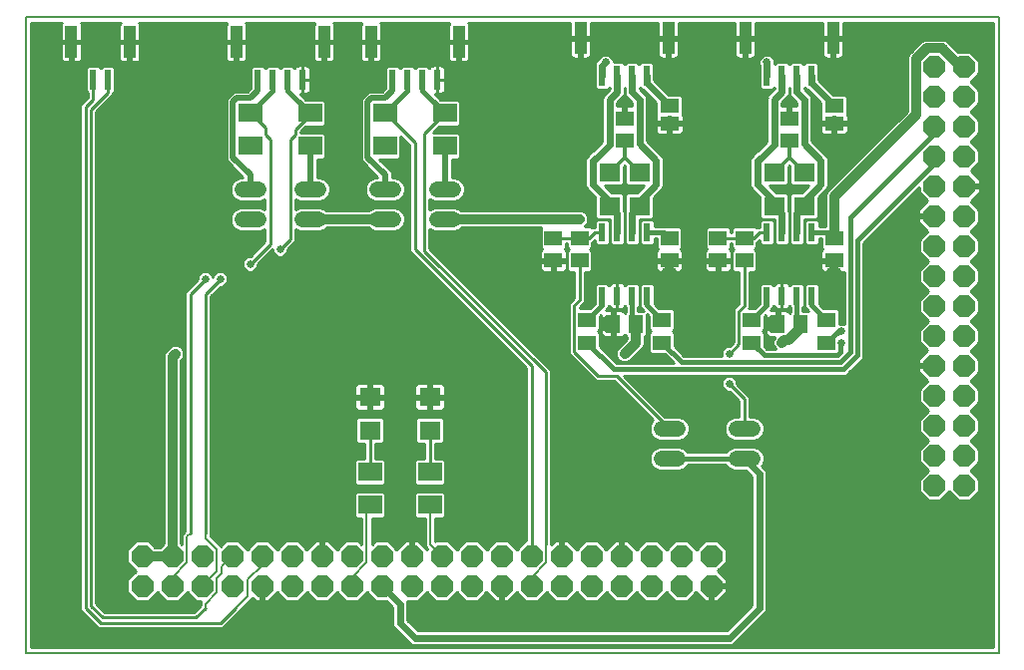
<source format=gtl>
G75*
%MOIN*%
%OFA0B0*%
%FSLAX25Y25*%
%IPPOS*%
%LPD*%
%AMOC8*
5,1,8,0,0,1.08239X$1,22.5*
%
%ADD10C,0.00800*%
%ADD11OC8,0.07500*%
%ADD12R,0.07874X0.06299*%
%ADD13R,0.07098X0.06299*%
%ADD14R,0.02400X0.06000*%
%ADD15R,0.05118X0.05906*%
%ADD16R,0.05906X0.05118*%
%ADD17R,0.06300X0.04600*%
%ADD18C,0.05400*%
%ADD19R,0.02362X0.06693*%
%ADD20R,0.03937X0.10630*%
%ADD21C,0.01000*%
%ADD22C,0.02578*%
%ADD23C,0.01600*%
%ADD24C,0.03200*%
%ADD25C,0.02400*%
%ADD26C,0.01200*%
%ADD27C,0.02000*%
D10*
X0210000Y0455000D02*
X0210000Y0667500D01*
X0535000Y0667500D01*
X0535000Y0455000D01*
X0210000Y0455000D01*
X0259000Y0477400D02*
X0259000Y0480400D01*
X0263950Y0485350D01*
X0263950Y0493950D01*
X0265000Y0495000D01*
X0270000Y0495000D02*
X0270000Y0493400D01*
X0273950Y0489450D01*
X0273950Y0482350D01*
X0269000Y0477400D01*
X0273950Y0475350D02*
X0270000Y0471400D01*
X0270000Y0470000D01*
X0273950Y0475350D02*
X0273950Y0480087D01*
X0275550Y0481687D01*
X0275550Y0483950D01*
X0279000Y0487400D01*
X0284050Y0479450D02*
X0284050Y0474050D01*
X0280000Y0470000D01*
X0284050Y0479450D02*
X0289000Y0484400D01*
X0289000Y0487400D01*
X0319000Y0480400D02*
X0323950Y0485350D01*
X0323950Y0503438D01*
X0325000Y0504488D01*
X0345000Y0504488D02*
X0345000Y0491400D01*
X0349000Y0487400D01*
X0319000Y0480400D02*
X0319000Y0477400D01*
X0379000Y0477400D02*
X0379000Y0480400D01*
X0383950Y0485350D01*
X0383950Y0489450D01*
X0383750Y0489650D01*
X0383750Y0491250D01*
X0349790Y0646654D02*
X0350011Y0646875D01*
D11*
X0349000Y0487400D03*
X0349000Y0477400D03*
X0359000Y0477400D03*
X0359000Y0487400D03*
X0369000Y0487400D03*
X0369000Y0477400D03*
X0379000Y0477400D03*
X0379000Y0487400D03*
X0389000Y0487400D03*
X0389000Y0477400D03*
X0399000Y0477400D03*
X0399000Y0487400D03*
X0409000Y0487400D03*
X0409000Y0477400D03*
X0419000Y0477400D03*
X0419000Y0487400D03*
X0429000Y0487400D03*
X0429000Y0477400D03*
X0439000Y0477400D03*
X0439000Y0487400D03*
X0513500Y0511000D03*
X0513500Y0521000D03*
X0513500Y0531000D03*
X0513500Y0541000D03*
X0513500Y0551000D03*
X0513500Y0561000D03*
X0513500Y0571000D03*
X0513500Y0581000D03*
X0513500Y0591000D03*
X0513500Y0601000D03*
X0513500Y0611000D03*
X0513500Y0621000D03*
X0513500Y0631000D03*
X0513500Y0641000D03*
X0513500Y0651000D03*
X0523500Y0651000D03*
X0523500Y0641000D03*
X0523500Y0631000D03*
X0523500Y0621000D03*
X0523500Y0611000D03*
X0523500Y0601000D03*
X0523500Y0591000D03*
X0523500Y0581000D03*
X0523500Y0571000D03*
X0523500Y0561000D03*
X0523500Y0551000D03*
X0523500Y0541000D03*
X0523500Y0531000D03*
X0523500Y0521000D03*
X0523500Y0511000D03*
X0339000Y0487400D03*
X0339000Y0477400D03*
X0329000Y0477400D03*
X0329000Y0487400D03*
X0319000Y0487400D03*
X0319000Y0477400D03*
X0309000Y0477400D03*
X0309000Y0487400D03*
X0299000Y0487400D03*
X0299000Y0477400D03*
X0289000Y0477400D03*
X0289000Y0487400D03*
X0279000Y0487400D03*
X0279000Y0477400D03*
X0269000Y0477400D03*
X0269000Y0487400D03*
X0259000Y0487400D03*
X0259000Y0477400D03*
X0249000Y0477400D03*
X0249000Y0487400D03*
D12*
X0325000Y0504488D03*
X0325000Y0515512D03*
X0345000Y0515512D03*
X0345000Y0504488D03*
X0350000Y0624488D03*
X0350000Y0635512D03*
X0330000Y0635512D03*
X0330000Y0624488D03*
X0305000Y0624488D03*
X0305000Y0635512D03*
X0285000Y0635512D03*
X0285000Y0624488D03*
D13*
X0325000Y0540598D03*
X0325000Y0529402D03*
X0345000Y0529402D03*
X0345000Y0540598D03*
X0405000Y0604402D03*
X0405000Y0615598D03*
X0415000Y0615598D03*
X0415000Y0604402D03*
X0460000Y0604402D03*
X0470000Y0604402D03*
X0470000Y0615598D03*
X0460000Y0615598D03*
D14*
X0462500Y0595600D03*
X0457500Y0595600D03*
X0467500Y0595600D03*
X0472500Y0595600D03*
X0472500Y0574400D03*
X0467500Y0574400D03*
X0462500Y0574400D03*
X0457500Y0574400D03*
X0417500Y0574400D03*
X0412500Y0574400D03*
X0407500Y0574400D03*
X0402500Y0574400D03*
X0402500Y0595600D03*
X0407500Y0595600D03*
X0412500Y0595600D03*
X0417500Y0595600D03*
D15*
X0413740Y0565000D03*
X0406260Y0565000D03*
X0461260Y0565000D03*
X0468740Y0565000D03*
D16*
X0477500Y0566240D03*
X0477500Y0558760D03*
X0452500Y0558760D03*
X0452500Y0566240D03*
X0450000Y0586260D03*
X0450000Y0593740D03*
X0441250Y0593740D03*
X0441250Y0586260D03*
X0425000Y0586260D03*
X0425000Y0593740D03*
X0422500Y0566240D03*
X0422500Y0558760D03*
X0397500Y0558760D03*
X0397500Y0566240D03*
X0395000Y0586260D03*
X0395000Y0593740D03*
X0386250Y0593740D03*
X0386250Y0586260D03*
X0410000Y0626260D03*
X0410000Y0633740D03*
X0465000Y0633740D03*
X0465000Y0626260D03*
X0480000Y0593740D03*
X0480000Y0586260D03*
D17*
X0480000Y0632000D03*
X0480000Y0638000D03*
X0425000Y0638000D03*
X0425000Y0632000D03*
D18*
X0352700Y0610000D02*
X0347300Y0610000D01*
X0347300Y0600000D02*
X0352700Y0600000D01*
X0332700Y0600000D02*
X0327300Y0600000D01*
X0327300Y0610000D02*
X0332700Y0610000D01*
X0307700Y0610000D02*
X0302300Y0610000D01*
X0302300Y0600000D02*
X0307700Y0600000D01*
X0287700Y0600000D02*
X0282300Y0600000D01*
X0282300Y0610000D02*
X0287700Y0610000D01*
X0422300Y0530000D02*
X0427700Y0530000D01*
X0427700Y0520000D02*
X0422300Y0520000D01*
X0447300Y0520000D02*
X0452700Y0520000D01*
X0452700Y0530000D02*
X0447300Y0530000D01*
D19*
X0457618Y0647904D03*
X0462539Y0647904D03*
X0467461Y0647904D03*
X0472382Y0647904D03*
X0417382Y0647904D03*
X0412461Y0647904D03*
X0407539Y0647904D03*
X0402618Y0647904D03*
X0347382Y0646654D03*
X0342461Y0646654D03*
X0337539Y0646654D03*
X0332618Y0646654D03*
X0302382Y0646654D03*
X0297461Y0646654D03*
X0292539Y0646654D03*
X0287618Y0646654D03*
X0237461Y0646654D03*
X0232539Y0646654D03*
D20*
X0225256Y0659252D03*
X0244744Y0659252D03*
X0280335Y0659252D03*
X0309665Y0659252D03*
X0325335Y0659252D03*
X0354665Y0659252D03*
X0395335Y0660502D03*
X0424665Y0660502D03*
X0450335Y0660502D03*
X0479665Y0660502D03*
D21*
X0479181Y0660693D02*
X0450819Y0660693D01*
X0450819Y0660986D02*
X0453803Y0660986D01*
X0453803Y0665600D01*
X0476197Y0665600D01*
X0476197Y0660986D01*
X0479181Y0660986D01*
X0479181Y0660018D01*
X0476197Y0660018D01*
X0476197Y0654990D01*
X0476299Y0654608D01*
X0476497Y0654266D01*
X0476776Y0653987D01*
X0477118Y0653789D01*
X0477499Y0653687D01*
X0479181Y0653687D01*
X0479181Y0660018D01*
X0480150Y0660018D01*
X0480150Y0660986D01*
X0483134Y0660986D01*
X0483134Y0665600D01*
X0533100Y0665600D01*
X0533100Y0456900D01*
X0211900Y0456900D01*
X0211900Y0665600D01*
X0222199Y0665600D01*
X0222087Y0665488D01*
X0221890Y0665146D01*
X0221787Y0664764D01*
X0221787Y0659736D01*
X0224772Y0659736D01*
X0224772Y0658768D01*
X0225740Y0658768D01*
X0225740Y0659736D01*
X0228724Y0659736D01*
X0228724Y0664764D01*
X0228622Y0665146D01*
X0228425Y0665488D01*
X0228313Y0665600D01*
X0241687Y0665600D01*
X0241575Y0665488D01*
X0241378Y0665146D01*
X0241276Y0664764D01*
X0241276Y0659736D01*
X0244260Y0659736D01*
X0244260Y0658768D01*
X0241276Y0658768D01*
X0241276Y0653740D01*
X0241378Y0653358D01*
X0241575Y0653016D01*
X0241855Y0652737D01*
X0242197Y0652539D01*
X0242578Y0652437D01*
X0244260Y0652437D01*
X0244260Y0658768D01*
X0245228Y0658768D01*
X0245228Y0652437D01*
X0246910Y0652437D01*
X0247292Y0652539D01*
X0247634Y0652737D01*
X0247913Y0653016D01*
X0248110Y0653358D01*
X0248213Y0653740D01*
X0248213Y0658768D01*
X0245228Y0658768D01*
X0245228Y0659736D01*
X0248213Y0659736D01*
X0248213Y0664764D01*
X0248110Y0665146D01*
X0247913Y0665488D01*
X0247801Y0665600D01*
X0277278Y0665600D01*
X0277166Y0665488D01*
X0276968Y0665146D01*
X0276866Y0664764D01*
X0276866Y0659736D01*
X0279850Y0659736D01*
X0279850Y0658768D01*
X0276866Y0658768D01*
X0276866Y0653740D01*
X0276968Y0653358D01*
X0277166Y0653016D01*
X0277445Y0652737D01*
X0277787Y0652539D01*
X0278169Y0652437D01*
X0279850Y0652437D01*
X0279850Y0658768D01*
X0280819Y0658768D01*
X0280819Y0659736D01*
X0283803Y0659736D01*
X0283803Y0664764D01*
X0283701Y0665146D01*
X0283503Y0665488D01*
X0283391Y0665600D01*
X0306609Y0665600D01*
X0306497Y0665488D01*
X0306299Y0665146D01*
X0306197Y0664764D01*
X0306197Y0659736D01*
X0309181Y0659736D01*
X0309181Y0658768D01*
X0306197Y0658768D01*
X0306197Y0653740D01*
X0306299Y0653358D01*
X0306497Y0653016D01*
X0306776Y0652737D01*
X0307118Y0652539D01*
X0307499Y0652437D01*
X0309181Y0652437D01*
X0309181Y0658768D01*
X0310150Y0658768D01*
X0310150Y0659736D01*
X0313134Y0659736D01*
X0313134Y0664764D01*
X0313032Y0665146D01*
X0312834Y0665488D01*
X0312722Y0665600D01*
X0322278Y0665600D01*
X0322166Y0665488D01*
X0321968Y0665146D01*
X0321866Y0664764D01*
X0321866Y0659736D01*
X0324850Y0659736D01*
X0324850Y0658768D01*
X0321866Y0658768D01*
X0321866Y0653740D01*
X0321968Y0653358D01*
X0322166Y0653016D01*
X0322445Y0652737D01*
X0322787Y0652539D01*
X0323169Y0652437D01*
X0324850Y0652437D01*
X0324850Y0658768D01*
X0325819Y0658768D01*
X0325819Y0659736D01*
X0328803Y0659736D01*
X0328803Y0664764D01*
X0328701Y0665146D01*
X0328503Y0665488D01*
X0328391Y0665600D01*
X0351609Y0665600D01*
X0351497Y0665488D01*
X0351299Y0665146D01*
X0351197Y0664764D01*
X0351197Y0659736D01*
X0354181Y0659736D01*
X0354181Y0658768D01*
X0351197Y0658768D01*
X0351197Y0653740D01*
X0351299Y0653358D01*
X0351497Y0653016D01*
X0351776Y0652737D01*
X0352118Y0652539D01*
X0352499Y0652437D01*
X0354181Y0652437D01*
X0354181Y0658768D01*
X0355150Y0658768D01*
X0355150Y0659736D01*
X0358134Y0659736D01*
X0358134Y0664764D01*
X0358032Y0665146D01*
X0357834Y0665488D01*
X0357722Y0665600D01*
X0391866Y0665600D01*
X0391866Y0660986D01*
X0394850Y0660986D01*
X0394850Y0660018D01*
X0391866Y0660018D01*
X0391866Y0654990D01*
X0391968Y0654608D01*
X0392166Y0654266D01*
X0392445Y0653987D01*
X0392787Y0653789D01*
X0393169Y0653687D01*
X0394850Y0653687D01*
X0394850Y0660018D01*
X0395819Y0660018D01*
X0395819Y0660986D01*
X0398803Y0660986D01*
X0398803Y0665600D01*
X0421197Y0665600D01*
X0421197Y0660986D01*
X0424181Y0660986D01*
X0424181Y0660018D01*
X0421197Y0660018D01*
X0421197Y0654990D01*
X0421299Y0654608D01*
X0421497Y0654266D01*
X0421776Y0653987D01*
X0422118Y0653789D01*
X0422499Y0653687D01*
X0424181Y0653687D01*
X0424181Y0660018D01*
X0425150Y0660018D01*
X0425150Y0660986D01*
X0428134Y0660986D01*
X0428134Y0665600D01*
X0446866Y0665600D01*
X0446866Y0660986D01*
X0449850Y0660986D01*
X0449850Y0660018D01*
X0446866Y0660018D01*
X0446866Y0654990D01*
X0446968Y0654608D01*
X0447166Y0654266D01*
X0447445Y0653987D01*
X0447787Y0653789D01*
X0448169Y0653687D01*
X0449850Y0653687D01*
X0449850Y0660018D01*
X0450819Y0660018D01*
X0450819Y0660986D01*
X0450819Y0660018D02*
X0453803Y0660018D01*
X0453803Y0654990D01*
X0453701Y0654608D01*
X0453503Y0654266D01*
X0453224Y0653987D01*
X0452882Y0653789D01*
X0452501Y0653687D01*
X0450819Y0653687D01*
X0450819Y0660018D01*
X0450819Y0659695D02*
X0449850Y0659695D01*
X0449850Y0660693D02*
X0425150Y0660693D01*
X0425150Y0660018D02*
X0428134Y0660018D01*
X0428134Y0654990D01*
X0428032Y0654608D01*
X0427834Y0654266D01*
X0427555Y0653987D01*
X0427213Y0653789D01*
X0426831Y0653687D01*
X0425150Y0653687D01*
X0425150Y0660018D01*
X0425150Y0659695D02*
X0424181Y0659695D01*
X0424181Y0660693D02*
X0395819Y0660693D01*
X0395819Y0660018D02*
X0398803Y0660018D01*
X0398803Y0654990D01*
X0398701Y0654608D01*
X0398503Y0654266D01*
X0398224Y0653987D01*
X0397882Y0653789D01*
X0397501Y0653687D01*
X0395819Y0653687D01*
X0395819Y0660018D01*
X0395819Y0659695D02*
X0394850Y0659695D01*
X0394850Y0660693D02*
X0358134Y0660693D01*
X0358134Y0661692D02*
X0391866Y0661692D01*
X0391866Y0662690D02*
X0358134Y0662690D01*
X0358134Y0663689D02*
X0391866Y0663689D01*
X0391866Y0664687D02*
X0358134Y0664687D01*
X0355150Y0659695D02*
X0391866Y0659695D01*
X0391866Y0658696D02*
X0358134Y0658696D01*
X0358134Y0658768D02*
X0355150Y0658768D01*
X0355150Y0652437D01*
X0356831Y0652437D01*
X0357213Y0652539D01*
X0357555Y0652737D01*
X0357834Y0653016D01*
X0358032Y0653358D01*
X0358134Y0653740D01*
X0358134Y0658768D01*
X0358134Y0657698D02*
X0391866Y0657698D01*
X0391866Y0656699D02*
X0358134Y0656699D01*
X0358134Y0655701D02*
X0391866Y0655701D01*
X0391943Y0654702D02*
X0358134Y0654702D01*
X0358124Y0653704D02*
X0393106Y0653704D01*
X0394850Y0653704D02*
X0395819Y0653704D01*
X0395819Y0654702D02*
X0394850Y0654702D01*
X0394850Y0655701D02*
X0395819Y0655701D01*
X0395819Y0656699D02*
X0394850Y0656699D01*
X0394850Y0657698D02*
X0395819Y0657698D01*
X0395819Y0658696D02*
X0394850Y0658696D01*
X0398803Y0658696D02*
X0421197Y0658696D01*
X0421197Y0657698D02*
X0398803Y0657698D01*
X0398803Y0656699D02*
X0421197Y0656699D01*
X0421197Y0655701D02*
X0398803Y0655701D01*
X0398726Y0654702D02*
X0402301Y0654702D01*
X0402283Y0654695D02*
X0401555Y0653967D01*
X0401466Y0653752D01*
X0401202Y0653488D01*
X0400499Y0652784D01*
X0400118Y0651865D01*
X0400118Y0647406D01*
X0400137Y0647361D01*
X0400137Y0644019D01*
X0400899Y0643257D01*
X0404338Y0643257D01*
X0405000Y0643919D01*
X0405000Y0643536D01*
X0402959Y0641495D01*
X0402579Y0640576D01*
X0402579Y0637701D01*
X0402547Y0637625D01*
X0402547Y0626083D01*
X0399421Y0622956D01*
X0399206Y0622867D01*
X0398503Y0622164D01*
X0398035Y0621696D01*
X0397331Y0620993D01*
X0396951Y0620074D01*
X0396951Y0611123D01*
X0397331Y0610204D01*
X0400151Y0607385D01*
X0400151Y0600713D01*
X0400912Y0599952D01*
X0405000Y0599952D01*
X0405000Y0592062D01*
X0405000Y0599138D01*
X0404238Y0599900D01*
X0400762Y0599900D01*
X0400000Y0599138D01*
X0400000Y0597400D01*
X0399254Y0597400D01*
X0398972Y0597118D01*
X0398491Y0597599D01*
X0396700Y0597599D01*
X0397458Y0598357D01*
X0397900Y0599423D01*
X0397900Y0600577D01*
X0397458Y0601643D01*
X0396643Y0602458D01*
X0395577Y0602900D01*
X0355457Y0602900D01*
X0354966Y0603391D01*
X0353496Y0604000D01*
X0346504Y0604000D01*
X0345034Y0603391D01*
X0344948Y0603305D01*
X0344948Y0606695D01*
X0345034Y0606609D01*
X0346504Y0606000D01*
X0353496Y0606000D01*
X0354966Y0606609D01*
X0356091Y0607734D01*
X0356700Y0609204D01*
X0356700Y0610796D01*
X0356091Y0612266D01*
X0354966Y0613391D01*
X0353496Y0614000D01*
X0352300Y0614000D01*
X0352300Y0620039D01*
X0354475Y0620039D01*
X0355237Y0620800D01*
X0355237Y0628176D01*
X0354475Y0628938D01*
X0345972Y0628938D01*
X0348096Y0631062D01*
X0354475Y0631062D01*
X0355237Y0631824D01*
X0355237Y0639200D01*
X0354475Y0639961D01*
X0348520Y0639961D01*
X0346675Y0641807D01*
X0347291Y0641807D01*
X0347291Y0646563D01*
X0347472Y0646563D01*
X0347472Y0641807D01*
X0348760Y0641807D01*
X0349142Y0641909D01*
X0349484Y0642107D01*
X0349763Y0642386D01*
X0349961Y0642728D01*
X0350063Y0643110D01*
X0350063Y0646563D01*
X0347473Y0646563D01*
X0347473Y0646744D01*
X0350063Y0646744D01*
X0350063Y0650197D01*
X0349961Y0650579D01*
X0349763Y0650921D01*
X0349484Y0651200D01*
X0349142Y0651398D01*
X0348760Y0651500D01*
X0347472Y0651500D01*
X0347472Y0646744D01*
X0347291Y0646744D01*
X0347291Y0651500D01*
X0346003Y0651500D01*
X0345622Y0651398D01*
X0345280Y0651200D01*
X0345000Y0650921D01*
X0344839Y0650641D01*
X0344180Y0651300D01*
X0340741Y0651300D01*
X0340000Y0650559D01*
X0339259Y0651300D01*
X0335820Y0651300D01*
X0335079Y0650559D01*
X0334338Y0651300D01*
X0330899Y0651300D01*
X0330137Y0650538D01*
X0330137Y0643851D01*
X0329047Y0642761D01*
X0324365Y0642761D01*
X0323310Y0641707D01*
X0321963Y0640360D01*
X0321963Y0619640D01*
X0323310Y0618293D01*
X0327603Y0614000D01*
X0326504Y0614000D01*
X0325034Y0613391D01*
X0323909Y0612266D01*
X0323300Y0610796D01*
X0323300Y0609204D01*
X0323909Y0607734D01*
X0325034Y0606609D01*
X0326504Y0606000D01*
X0333496Y0606000D01*
X0334966Y0606609D01*
X0336091Y0607734D01*
X0336700Y0609204D01*
X0336700Y0610796D01*
X0336091Y0612266D01*
X0334966Y0613391D01*
X0333496Y0614000D01*
X0332300Y0614000D01*
X0332300Y0615809D01*
X0328070Y0620039D01*
X0334475Y0620039D01*
X0335237Y0620800D01*
X0335237Y0627729D01*
X0338200Y0624766D01*
X0338200Y0589254D01*
X0339254Y0588200D01*
X0377200Y0550254D01*
X0377200Y0492450D01*
X0376908Y0492450D01*
X0374000Y0489542D01*
X0371092Y0492450D01*
X0366908Y0492450D01*
X0364000Y0489542D01*
X0361092Y0492450D01*
X0356908Y0492450D01*
X0354000Y0489542D01*
X0351092Y0492450D01*
X0346908Y0492450D01*
X0346700Y0492242D01*
X0346700Y0500039D01*
X0349475Y0500039D01*
X0350237Y0500800D01*
X0350237Y0508176D01*
X0349475Y0508938D01*
X0340525Y0508938D01*
X0339763Y0508176D01*
X0339763Y0500800D01*
X0340525Y0500039D01*
X0343300Y0500039D01*
X0343300Y0490696D01*
X0344227Y0489769D01*
X0344141Y0489683D01*
X0341175Y0492650D01*
X0339500Y0492650D01*
X0339500Y0487900D01*
X0338500Y0487900D01*
X0338500Y0492650D01*
X0336825Y0492650D01*
X0333859Y0489683D01*
X0331092Y0492450D01*
X0326908Y0492450D01*
X0325650Y0491192D01*
X0325650Y0500039D01*
X0329475Y0500039D01*
X0330237Y0500800D01*
X0330237Y0508176D01*
X0329475Y0508938D01*
X0320525Y0508938D01*
X0319763Y0508176D01*
X0319763Y0500800D01*
X0320525Y0500039D01*
X0322250Y0500039D01*
X0322250Y0491292D01*
X0321092Y0492450D01*
X0316908Y0492450D01*
X0314141Y0489683D01*
X0311175Y0492650D01*
X0309500Y0492650D01*
X0309500Y0487900D01*
X0308500Y0487900D01*
X0308500Y0492650D01*
X0306825Y0492650D01*
X0303859Y0489683D01*
X0301092Y0492450D01*
X0296908Y0492450D01*
X0294000Y0489542D01*
X0291092Y0492450D01*
X0286908Y0492450D01*
X0284000Y0489542D01*
X0281092Y0492450D01*
X0276908Y0492450D01*
X0275131Y0490673D01*
X0274654Y0491150D01*
X0271700Y0494105D01*
X0271700Y0494154D01*
X0271800Y0494254D01*
X0271800Y0574254D01*
X0274957Y0577411D01*
X0275515Y0577411D01*
X0276467Y0577805D01*
X0277195Y0578533D01*
X0277589Y0579485D01*
X0277589Y0580515D01*
X0277195Y0581467D01*
X0276467Y0582195D01*
X0275515Y0582589D01*
X0274485Y0582589D01*
X0273533Y0582195D01*
X0272805Y0581467D01*
X0272500Y0580730D01*
X0272195Y0581467D01*
X0271467Y0582195D01*
X0270515Y0582589D01*
X0269485Y0582589D01*
X0268533Y0582195D01*
X0267805Y0581467D01*
X0267411Y0580515D01*
X0267411Y0579957D01*
X0263200Y0575746D01*
X0263200Y0495604D01*
X0262250Y0494654D01*
X0262250Y0491292D01*
X0261900Y0491642D01*
X0261900Y0552799D01*
X0262458Y0553357D01*
X0262900Y0554423D01*
X0262900Y0555577D01*
X0262458Y0556643D01*
X0261643Y0557458D01*
X0260577Y0557900D01*
X0259423Y0557900D01*
X0258357Y0557458D01*
X0256541Y0555643D01*
X0256100Y0554577D01*
X0256100Y0491642D01*
X0254758Y0490300D01*
X0253242Y0490300D01*
X0251092Y0492450D01*
X0246908Y0492450D01*
X0243950Y0489492D01*
X0243950Y0485308D01*
X0246858Y0482400D01*
X0243950Y0479492D01*
X0243950Y0475308D01*
X0246908Y0472350D01*
X0251092Y0472350D01*
X0254000Y0475258D01*
X0256908Y0472350D01*
X0261092Y0472350D01*
X0264000Y0475258D01*
X0266908Y0472350D01*
X0268546Y0472350D01*
X0268300Y0472104D01*
X0268300Y0470846D01*
X0266054Y0468600D01*
X0236491Y0468600D01*
X0233600Y0471491D01*
X0233600Y0636009D01*
X0239261Y0641669D01*
X0239261Y0642088D01*
X0239942Y0642769D01*
X0239942Y0650538D01*
X0239180Y0651300D01*
X0235741Y0651300D01*
X0235000Y0650559D01*
X0234259Y0651300D01*
X0230820Y0651300D01*
X0230058Y0650538D01*
X0230058Y0642769D01*
X0230700Y0642127D01*
X0230700Y0640746D01*
X0229254Y0639300D01*
X0228200Y0638246D01*
X0228200Y0469254D01*
X0229254Y0468200D01*
X0234254Y0463200D01*
X0275746Y0463200D01*
X0276800Y0464254D01*
X0281800Y0469254D01*
X0281800Y0469396D01*
X0284754Y0472350D01*
X0285690Y0473286D01*
X0286825Y0472150D01*
X0288500Y0472150D01*
X0288500Y0476900D01*
X0289500Y0476900D01*
X0289500Y0472150D01*
X0291175Y0472150D01*
X0294141Y0475117D01*
X0296908Y0472350D01*
X0301092Y0472350D01*
X0304000Y0475258D01*
X0306908Y0472350D01*
X0311092Y0472350D01*
X0314000Y0475258D01*
X0316908Y0472350D01*
X0321092Y0472350D01*
X0324000Y0475258D01*
X0326908Y0472350D01*
X0330514Y0472350D01*
X0332500Y0470364D01*
X0332500Y0464503D01*
X0332881Y0463584D01*
X0337881Y0458584D01*
X0338584Y0457881D01*
X0339503Y0457500D01*
X0445497Y0457500D01*
X0446416Y0457881D01*
X0457119Y0468584D01*
X0457500Y0469503D01*
X0457500Y0515497D01*
X0457119Y0516416D01*
X0455946Y0517589D01*
X0456091Y0517734D01*
X0456700Y0519204D01*
X0456700Y0520796D01*
X0456091Y0522266D01*
X0454966Y0523391D01*
X0453496Y0524000D01*
X0446504Y0524000D01*
X0445034Y0523391D01*
X0443909Y0522266D01*
X0443840Y0522100D01*
X0431160Y0522100D01*
X0431091Y0522266D01*
X0429966Y0523391D01*
X0428496Y0524000D01*
X0421504Y0524000D01*
X0420034Y0523391D01*
X0418909Y0522266D01*
X0418300Y0520796D01*
X0418300Y0519204D01*
X0418909Y0517734D01*
X0420034Y0516609D01*
X0421504Y0516000D01*
X0428496Y0516000D01*
X0429966Y0516609D01*
X0431091Y0517734D01*
X0431160Y0517900D01*
X0443840Y0517900D01*
X0443909Y0517734D01*
X0445034Y0516609D01*
X0446504Y0516000D01*
X0450464Y0516000D01*
X0452500Y0513964D01*
X0452500Y0471036D01*
X0443964Y0462500D01*
X0341036Y0462500D01*
X0337500Y0466036D01*
X0337500Y0471897D01*
X0337312Y0472350D01*
X0341092Y0472350D01*
X0344000Y0475258D01*
X0346908Y0472350D01*
X0351092Y0472350D01*
X0354000Y0475258D01*
X0356908Y0472350D01*
X0361092Y0472350D01*
X0363859Y0475117D01*
X0366825Y0472150D01*
X0368500Y0472150D01*
X0368500Y0476900D01*
X0369500Y0476900D01*
X0369500Y0472150D01*
X0371175Y0472150D01*
X0374141Y0475117D01*
X0376908Y0472350D01*
X0381092Y0472350D01*
X0384000Y0475258D01*
X0386908Y0472350D01*
X0391092Y0472350D01*
X0394000Y0475258D01*
X0396908Y0472350D01*
X0401092Y0472350D01*
X0404000Y0475258D01*
X0406908Y0472350D01*
X0411092Y0472350D01*
X0414000Y0475258D01*
X0416908Y0472350D01*
X0421092Y0472350D01*
X0424000Y0475258D01*
X0426908Y0472350D01*
X0431092Y0472350D01*
X0433859Y0475117D01*
X0436825Y0472150D01*
X0438500Y0472150D01*
X0438500Y0476900D01*
X0439500Y0476900D01*
X0439500Y0477900D01*
X0444250Y0477900D01*
X0444250Y0479575D01*
X0441283Y0482541D01*
X0444050Y0485308D01*
X0444050Y0489492D01*
X0441092Y0492450D01*
X0436908Y0492450D01*
X0434000Y0489542D01*
X0431092Y0492450D01*
X0426908Y0492450D01*
X0424000Y0489542D01*
X0421092Y0492450D01*
X0416908Y0492450D01*
X0414141Y0489683D01*
X0411175Y0492650D01*
X0409500Y0492650D01*
X0409500Y0487900D01*
X0408500Y0487900D01*
X0408500Y0492650D01*
X0406825Y0492650D01*
X0403859Y0489683D01*
X0401092Y0492450D01*
X0396908Y0492450D01*
X0394141Y0489683D01*
X0391175Y0492650D01*
X0389500Y0492650D01*
X0389500Y0487900D01*
X0388500Y0487900D01*
X0388500Y0492650D01*
X0386825Y0492650D01*
X0385550Y0491375D01*
X0385550Y0549541D01*
X0344948Y0590143D01*
X0344948Y0596695D01*
X0345034Y0596609D01*
X0346504Y0596000D01*
X0353496Y0596000D01*
X0354966Y0596609D01*
X0355457Y0597100D01*
X0382260Y0597100D01*
X0381997Y0596838D01*
X0381997Y0590643D01*
X0382531Y0590109D01*
X0382376Y0590019D01*
X0382097Y0589740D01*
X0381899Y0589398D01*
X0381797Y0589016D01*
X0381797Y0586760D01*
X0385750Y0586760D01*
X0385750Y0585760D01*
X0381797Y0585760D01*
X0381797Y0583503D01*
X0381899Y0583122D01*
X0382097Y0582780D01*
X0382376Y0582500D01*
X0382718Y0582303D01*
X0383100Y0582201D01*
X0385750Y0582201D01*
X0385750Y0585760D01*
X0386750Y0585760D01*
X0386750Y0586760D01*
X0390703Y0586760D01*
X0390703Y0589016D01*
X0390601Y0589398D01*
X0390403Y0589740D01*
X0390124Y0590019D01*
X0389969Y0590109D01*
X0390503Y0590643D01*
X0390503Y0591940D01*
X0390747Y0591940D01*
X0390747Y0590643D01*
X0391390Y0590000D01*
X0390747Y0589357D01*
X0390747Y0583162D01*
X0391509Y0582401D01*
X0393200Y0582401D01*
X0393200Y0573684D01*
X0391447Y0571931D01*
X0391447Y0554917D01*
X0392502Y0553862D01*
X0400463Y0545901D01*
X0406554Y0545901D01*
X0419549Y0532906D01*
X0418909Y0532266D01*
X0418300Y0530796D01*
X0418300Y0529204D01*
X0418909Y0527734D01*
X0420034Y0526609D01*
X0421504Y0526000D01*
X0428496Y0526000D01*
X0429966Y0526609D01*
X0431091Y0527734D01*
X0431700Y0529204D01*
X0431700Y0530796D01*
X0431091Y0532266D01*
X0429966Y0533391D01*
X0428496Y0534000D01*
X0423546Y0534000D01*
X0409845Y0547701D01*
X0483974Y0547701D01*
X0485204Y0548931D01*
X0488701Y0552428D01*
X0489931Y0553658D01*
X0489931Y0592027D01*
X0508450Y0610546D01*
X0508450Y0608908D01*
X0511217Y0606141D01*
X0508250Y0603175D01*
X0508250Y0601500D01*
X0513000Y0601500D01*
X0513000Y0600500D01*
X0508250Y0600500D01*
X0508250Y0598825D01*
X0511217Y0595859D01*
X0508450Y0593092D01*
X0508450Y0588908D01*
X0511358Y0586000D01*
X0508450Y0583092D01*
X0508450Y0578908D01*
X0511358Y0576000D01*
X0508450Y0573092D01*
X0508450Y0568908D01*
X0511358Y0566000D01*
X0508450Y0563092D01*
X0508450Y0558908D01*
X0511217Y0556141D01*
X0508250Y0553175D01*
X0508250Y0551500D01*
X0513000Y0551500D01*
X0513000Y0550500D01*
X0508250Y0550500D01*
X0508250Y0548825D01*
X0511217Y0545859D01*
X0508450Y0543092D01*
X0508450Y0538908D01*
X0511358Y0536000D01*
X0508450Y0533092D01*
X0508450Y0528908D01*
X0511358Y0526000D01*
X0508450Y0523092D01*
X0508450Y0518908D01*
X0511358Y0516000D01*
X0508450Y0513092D01*
X0508450Y0508908D01*
X0511408Y0505950D01*
X0515592Y0505950D01*
X0518500Y0508858D01*
X0521408Y0505950D01*
X0525592Y0505950D01*
X0528550Y0508908D01*
X0528550Y0513092D01*
X0525642Y0516000D01*
X0528550Y0518908D01*
X0528550Y0523092D01*
X0525642Y0526000D01*
X0528550Y0528908D01*
X0528550Y0533092D01*
X0525642Y0536000D01*
X0528550Y0538908D01*
X0528550Y0543092D01*
X0525642Y0546000D01*
X0528550Y0548908D01*
X0528550Y0553092D01*
X0525642Y0556000D01*
X0528550Y0558908D01*
X0528550Y0563092D01*
X0525642Y0566000D01*
X0528550Y0568908D01*
X0528550Y0573092D01*
X0525642Y0576000D01*
X0528550Y0578908D01*
X0528550Y0583092D01*
X0525642Y0586000D01*
X0528550Y0588908D01*
X0528550Y0593092D01*
X0525642Y0596000D01*
X0528550Y0598908D01*
X0528550Y0603092D01*
X0525783Y0605859D01*
X0528750Y0608825D01*
X0528750Y0610500D01*
X0524000Y0610500D01*
X0524000Y0611500D01*
X0528750Y0611500D01*
X0528750Y0613175D01*
X0525783Y0616141D01*
X0528550Y0618908D01*
X0528550Y0623092D01*
X0525642Y0626000D01*
X0528550Y0628908D01*
X0528550Y0633092D01*
X0525642Y0636000D01*
X0528550Y0638908D01*
X0528550Y0643092D01*
X0525642Y0646000D01*
X0528550Y0648908D01*
X0528550Y0653092D01*
X0525592Y0656050D01*
X0521408Y0656050D01*
X0521328Y0655970D01*
X0517690Y0659608D01*
X0516624Y0660050D01*
X0510376Y0660050D01*
X0509310Y0659608D01*
X0508494Y0658793D01*
X0505707Y0656006D01*
X0504891Y0655190D01*
X0504450Y0654124D01*
X0504450Y0636051D01*
X0477541Y0609143D01*
X0477100Y0608077D01*
X0477100Y0597700D01*
X0475000Y0597700D01*
X0475000Y0599138D01*
X0474238Y0599900D01*
X0470762Y0599900D01*
X0470000Y0599138D01*
X0470000Y0592062D01*
X0470762Y0591300D01*
X0474238Y0591300D01*
X0475000Y0592062D01*
X0475000Y0593500D01*
X0475747Y0593500D01*
X0475747Y0590643D01*
X0476281Y0590109D01*
X0476126Y0590019D01*
X0475847Y0589740D01*
X0475649Y0589398D01*
X0475547Y0589016D01*
X0475547Y0586760D01*
X0479500Y0586760D01*
X0479500Y0585760D01*
X0475547Y0585760D01*
X0475547Y0583503D01*
X0475649Y0583122D01*
X0475847Y0582780D01*
X0476126Y0582500D01*
X0476468Y0582303D01*
X0476850Y0582201D01*
X0479500Y0582201D01*
X0479500Y0585760D01*
X0480500Y0585760D01*
X0480500Y0582201D01*
X0483150Y0582201D01*
X0483331Y0582249D01*
X0483331Y0564958D01*
X0483015Y0565089D01*
X0481985Y0565089D01*
X0481753Y0564993D01*
X0481753Y0569338D01*
X0480991Y0570099D01*
X0476611Y0570099D01*
X0475000Y0571710D01*
X0475000Y0577938D01*
X0474238Y0578700D01*
X0470762Y0578700D01*
X0470000Y0577938D01*
X0469238Y0578700D01*
X0465762Y0578700D01*
X0465077Y0578015D01*
X0464900Y0578321D01*
X0464621Y0578600D01*
X0464279Y0578798D01*
X0463897Y0578900D01*
X0462600Y0578900D01*
X0462600Y0574500D01*
X0462400Y0574500D01*
X0462400Y0578900D01*
X0461103Y0578900D01*
X0460721Y0578798D01*
X0460379Y0578600D01*
X0460100Y0578321D01*
X0459923Y0578015D01*
X0459238Y0578700D01*
X0455762Y0578700D01*
X0455000Y0577938D01*
X0455000Y0571710D01*
X0453389Y0570099D01*
X0451554Y0570099D01*
X0451800Y0570345D01*
X0451800Y0582401D01*
X0453491Y0582401D01*
X0454253Y0583162D01*
X0454253Y0589357D01*
X0453610Y0590000D01*
X0454253Y0590643D01*
X0454253Y0592307D01*
X0455000Y0593054D01*
X0455000Y0592062D01*
X0455762Y0591300D01*
X0459238Y0591300D01*
X0460000Y0592062D01*
X0460000Y0599138D01*
X0459238Y0599900D01*
X0455762Y0599900D01*
X0455000Y0599138D01*
X0455000Y0597400D01*
X0454254Y0597400D01*
X0453972Y0597118D01*
X0453491Y0597599D01*
X0446509Y0597599D01*
X0445747Y0596838D01*
X0445747Y0595540D01*
X0445503Y0595540D01*
X0445503Y0596838D01*
X0444741Y0597599D01*
X0437759Y0597599D01*
X0436997Y0596838D01*
X0436997Y0590643D01*
X0437531Y0590109D01*
X0437376Y0590019D01*
X0437097Y0589740D01*
X0436899Y0589398D01*
X0436797Y0589016D01*
X0436797Y0586760D01*
X0440750Y0586760D01*
X0440750Y0585760D01*
X0436797Y0585760D01*
X0436797Y0583503D01*
X0436899Y0583122D01*
X0437097Y0582780D01*
X0437376Y0582500D01*
X0437718Y0582303D01*
X0438100Y0582201D01*
X0440750Y0582201D01*
X0440750Y0585760D01*
X0441750Y0585760D01*
X0441750Y0586760D01*
X0445703Y0586760D01*
X0445703Y0589016D01*
X0445601Y0589398D01*
X0445403Y0589740D01*
X0445124Y0590019D01*
X0444969Y0590109D01*
X0445503Y0590643D01*
X0445503Y0591940D01*
X0445747Y0591940D01*
X0445747Y0590643D01*
X0446390Y0590000D01*
X0445747Y0589357D01*
X0445747Y0583162D01*
X0446509Y0582401D01*
X0448200Y0582401D01*
X0448200Y0571836D01*
X0446447Y0570083D01*
X0446447Y0559083D01*
X0445043Y0557679D01*
X0444485Y0557679D01*
X0443533Y0557285D01*
X0442805Y0556556D01*
X0442411Y0555605D01*
X0442411Y0554575D01*
X0442525Y0554301D01*
X0429929Y0554301D01*
X0426753Y0557477D01*
X0426753Y0561857D01*
X0426110Y0562500D01*
X0426753Y0563143D01*
X0426753Y0569338D01*
X0425991Y0570099D01*
X0421611Y0570099D01*
X0420000Y0571710D01*
X0420000Y0577938D01*
X0419238Y0578700D01*
X0415762Y0578700D01*
X0415000Y0577938D01*
X0414238Y0578700D01*
X0410762Y0578700D01*
X0410077Y0578015D01*
X0409900Y0578321D01*
X0409621Y0578600D01*
X0409279Y0578798D01*
X0408897Y0578900D01*
X0407600Y0578900D01*
X0407600Y0574500D01*
X0407400Y0574500D01*
X0407400Y0578900D01*
X0406103Y0578900D01*
X0405721Y0578798D01*
X0405379Y0578600D01*
X0405100Y0578321D01*
X0404923Y0578015D01*
X0404238Y0578700D01*
X0400762Y0578700D01*
X0400000Y0577938D01*
X0400000Y0571710D01*
X0398389Y0570099D01*
X0395047Y0570099D01*
X0395047Y0570440D01*
X0395746Y0571138D01*
X0396800Y0572193D01*
X0396800Y0582401D01*
X0398491Y0582401D01*
X0399253Y0583162D01*
X0399253Y0589357D01*
X0398610Y0590000D01*
X0399253Y0590643D01*
X0399253Y0592307D01*
X0400000Y0593054D01*
X0400000Y0592062D01*
X0400762Y0591300D01*
X0404238Y0591300D01*
X0405000Y0592062D01*
X0405762Y0591300D01*
X0409238Y0591300D01*
X0410000Y0592062D01*
X0410762Y0591300D01*
X0414238Y0591300D01*
X0415000Y0592062D01*
X0415762Y0591300D01*
X0419238Y0591300D01*
X0420000Y0592062D01*
X0420000Y0593500D01*
X0420747Y0593500D01*
X0420747Y0590643D01*
X0421281Y0590109D01*
X0421126Y0590019D01*
X0420847Y0589740D01*
X0420649Y0589398D01*
X0420547Y0589016D01*
X0420547Y0586760D01*
X0424500Y0586760D01*
X0424500Y0585760D01*
X0420547Y0585760D01*
X0420547Y0583503D01*
X0420649Y0583122D01*
X0420847Y0582780D01*
X0421126Y0582500D01*
X0421468Y0582303D01*
X0421850Y0582201D01*
X0424500Y0582201D01*
X0424500Y0585760D01*
X0425500Y0585760D01*
X0425500Y0586760D01*
X0429453Y0586760D01*
X0429453Y0589016D01*
X0429351Y0589398D01*
X0429153Y0589740D01*
X0428874Y0590019D01*
X0428719Y0590109D01*
X0429253Y0590643D01*
X0429253Y0596838D01*
X0428491Y0597599D01*
X0424111Y0597599D01*
X0424010Y0597700D01*
X0420000Y0597700D01*
X0420000Y0599138D01*
X0419238Y0599900D01*
X0415762Y0599900D01*
X0415000Y0599138D01*
X0415000Y0592062D01*
X0415000Y0599952D01*
X0419088Y0599952D01*
X0419849Y0600713D01*
X0419849Y0607385D01*
X0422669Y0610204D01*
X0423049Y0611123D01*
X0423049Y0620074D01*
X0422669Y0620993D01*
X0417453Y0626208D01*
X0417453Y0640545D01*
X0417072Y0641463D01*
X0415000Y0643536D01*
X0415000Y0643919D01*
X0415662Y0643257D01*
X0416207Y0643257D01*
X0420550Y0638914D01*
X0420550Y0635162D01*
X0420591Y0635120D01*
X0420452Y0634879D01*
X0420350Y0634497D01*
X0420350Y0632500D01*
X0424500Y0632500D01*
X0424500Y0634400D01*
X0425500Y0634400D01*
X0425500Y0632500D01*
X0429650Y0632500D01*
X0429650Y0634497D01*
X0429548Y0634879D01*
X0429409Y0635120D01*
X0429450Y0635162D01*
X0429450Y0640838D01*
X0428688Y0641600D01*
X0424936Y0641600D01*
X0419882Y0646654D01*
X0419882Y0648401D01*
X0419863Y0648446D01*
X0419863Y0651788D01*
X0419101Y0652550D01*
X0415662Y0652550D01*
X0414921Y0651809D01*
X0414180Y0652550D01*
X0410741Y0652550D01*
X0410000Y0651809D01*
X0409259Y0652550D01*
X0406339Y0652550D01*
X0406339Y0653015D01*
X0405945Y0653967D01*
X0405217Y0654695D01*
X0404265Y0655089D01*
X0403235Y0655089D01*
X0402283Y0654695D01*
X0401418Y0653704D02*
X0397563Y0653704D01*
X0400466Y0652705D02*
X0357500Y0652705D01*
X0355150Y0652705D02*
X0354181Y0652705D01*
X0354181Y0653704D02*
X0355150Y0653704D01*
X0355150Y0654702D02*
X0354181Y0654702D01*
X0354181Y0655701D02*
X0355150Y0655701D01*
X0355150Y0656699D02*
X0354181Y0656699D01*
X0354181Y0657698D02*
X0355150Y0657698D01*
X0355150Y0658696D02*
X0354181Y0658696D01*
X0354181Y0659695D02*
X0325819Y0659695D01*
X0325819Y0658768D02*
X0328803Y0658768D01*
X0328803Y0653740D01*
X0328701Y0653358D01*
X0328503Y0653016D01*
X0328224Y0652737D01*
X0327882Y0652539D01*
X0327501Y0652437D01*
X0325819Y0652437D01*
X0325819Y0658768D01*
X0325819Y0658696D02*
X0324850Y0658696D01*
X0324850Y0657698D02*
X0325819Y0657698D01*
X0325819Y0656699D02*
X0324850Y0656699D01*
X0324850Y0655701D02*
X0325819Y0655701D01*
X0325819Y0654702D02*
X0324850Y0654702D01*
X0324850Y0653704D02*
X0325819Y0653704D01*
X0325819Y0652705D02*
X0324850Y0652705D01*
X0322500Y0652705D02*
X0312500Y0652705D01*
X0312555Y0652737D02*
X0312834Y0653016D01*
X0313032Y0653358D01*
X0313134Y0653740D01*
X0313134Y0658768D01*
X0310150Y0658768D01*
X0310150Y0652437D01*
X0311831Y0652437D01*
X0312213Y0652539D01*
X0312555Y0652737D01*
X0313124Y0653704D02*
X0321876Y0653704D01*
X0321866Y0654702D02*
X0313134Y0654702D01*
X0313134Y0655701D02*
X0321866Y0655701D01*
X0321866Y0656699D02*
X0313134Y0656699D01*
X0313134Y0657698D02*
X0321866Y0657698D01*
X0321866Y0658696D02*
X0313134Y0658696D01*
X0313134Y0660693D02*
X0321866Y0660693D01*
X0321866Y0661692D02*
X0313134Y0661692D01*
X0313134Y0662690D02*
X0321866Y0662690D01*
X0321866Y0663689D02*
X0313134Y0663689D01*
X0313134Y0664687D02*
X0321866Y0664687D01*
X0324850Y0659695D02*
X0310150Y0659695D01*
X0309181Y0659695D02*
X0280819Y0659695D01*
X0280819Y0658768D02*
X0283803Y0658768D01*
X0283803Y0653740D01*
X0283701Y0653358D01*
X0283503Y0653016D01*
X0283224Y0652737D01*
X0282882Y0652539D01*
X0282501Y0652437D01*
X0280819Y0652437D01*
X0280819Y0658768D01*
X0280819Y0658696D02*
X0279850Y0658696D01*
X0279850Y0657698D02*
X0280819Y0657698D01*
X0280819Y0656699D02*
X0279850Y0656699D01*
X0279850Y0655701D02*
X0280819Y0655701D01*
X0280819Y0654702D02*
X0279850Y0654702D01*
X0279850Y0653704D02*
X0280819Y0653704D01*
X0280819Y0652705D02*
X0279850Y0652705D01*
X0277500Y0652705D02*
X0247579Y0652705D01*
X0248203Y0653704D02*
X0276876Y0653704D01*
X0276866Y0654702D02*
X0248213Y0654702D01*
X0248213Y0655701D02*
X0276866Y0655701D01*
X0276866Y0656699D02*
X0248213Y0656699D01*
X0248213Y0657698D02*
X0276866Y0657698D01*
X0276866Y0658696D02*
X0248213Y0658696D01*
X0248213Y0660693D02*
X0276866Y0660693D01*
X0276866Y0661692D02*
X0248213Y0661692D01*
X0248213Y0662690D02*
X0276866Y0662690D01*
X0276866Y0663689D02*
X0248213Y0663689D01*
X0248213Y0664687D02*
X0276866Y0664687D01*
X0279850Y0659695D02*
X0245228Y0659695D01*
X0244260Y0659695D02*
X0225740Y0659695D01*
X0225740Y0658768D02*
X0228724Y0658768D01*
X0228724Y0653740D01*
X0228622Y0653358D01*
X0228425Y0653016D01*
X0228145Y0652737D01*
X0227803Y0652539D01*
X0227422Y0652437D01*
X0225740Y0652437D01*
X0225740Y0658768D01*
X0225740Y0658696D02*
X0224772Y0658696D01*
X0224772Y0658768D02*
X0224772Y0652437D01*
X0223090Y0652437D01*
X0222708Y0652539D01*
X0222366Y0652737D01*
X0222087Y0653016D01*
X0221890Y0653358D01*
X0221787Y0653740D01*
X0221787Y0658768D01*
X0224772Y0658768D01*
X0224772Y0659695D02*
X0211900Y0659695D01*
X0211900Y0660693D02*
X0221787Y0660693D01*
X0221787Y0661692D02*
X0211900Y0661692D01*
X0211900Y0662690D02*
X0221787Y0662690D01*
X0221787Y0663689D02*
X0211900Y0663689D01*
X0211900Y0664687D02*
X0221787Y0664687D01*
X0221787Y0658696D02*
X0211900Y0658696D01*
X0211900Y0657698D02*
X0221787Y0657698D01*
X0221787Y0656699D02*
X0211900Y0656699D01*
X0211900Y0655701D02*
X0221787Y0655701D01*
X0221787Y0654702D02*
X0211900Y0654702D01*
X0211900Y0653704D02*
X0221797Y0653704D01*
X0222421Y0652705D02*
X0211900Y0652705D01*
X0211900Y0651707D02*
X0400118Y0651707D01*
X0400118Y0650708D02*
X0349886Y0650708D01*
X0350063Y0649710D02*
X0400118Y0649710D01*
X0400118Y0648711D02*
X0350063Y0648711D01*
X0350063Y0647713D02*
X0400118Y0647713D01*
X0400137Y0646714D02*
X0347473Y0646714D01*
X0347472Y0645716D02*
X0347291Y0645716D01*
X0347291Y0644717D02*
X0347472Y0644717D01*
X0347472Y0643719D02*
X0347291Y0643719D01*
X0347291Y0642720D02*
X0347472Y0642720D01*
X0346760Y0641722D02*
X0403186Y0641722D01*
X0402640Y0640723D02*
X0347759Y0640723D01*
X0349956Y0642720D02*
X0404185Y0642720D01*
X0404799Y0643719D02*
X0405000Y0643719D01*
X0400437Y0643719D02*
X0350063Y0643719D01*
X0350063Y0644717D02*
X0400137Y0644717D01*
X0400137Y0645716D02*
X0350063Y0645716D01*
X0347472Y0647713D02*
X0347291Y0647713D01*
X0347291Y0648711D02*
X0347472Y0648711D01*
X0347472Y0649710D02*
X0347291Y0649710D01*
X0347291Y0650708D02*
X0347472Y0650708D01*
X0344878Y0650708D02*
X0344772Y0650708D01*
X0340149Y0650708D02*
X0339851Y0650708D01*
X0335228Y0650708D02*
X0334929Y0650708D01*
X0330307Y0650708D02*
X0304886Y0650708D01*
X0304961Y0650579D02*
X0304763Y0650921D01*
X0304484Y0651200D01*
X0304142Y0651398D01*
X0303760Y0651500D01*
X0302472Y0651500D01*
X0302472Y0646744D01*
X0302291Y0646744D01*
X0302291Y0651500D01*
X0301003Y0651500D01*
X0300622Y0651398D01*
X0300280Y0651200D01*
X0300000Y0650921D01*
X0299839Y0650641D01*
X0299180Y0651300D01*
X0295741Y0651300D01*
X0295000Y0650559D01*
X0294259Y0651300D01*
X0290820Y0651300D01*
X0290079Y0650559D01*
X0289338Y0651300D01*
X0285899Y0651300D01*
X0285137Y0650538D01*
X0285137Y0643851D01*
X0284047Y0642761D01*
X0279365Y0642761D01*
X0278310Y0641707D01*
X0276963Y0640360D01*
X0276963Y0619640D01*
X0278310Y0618293D01*
X0282603Y0614000D01*
X0281504Y0614000D01*
X0280034Y0613391D01*
X0278909Y0612266D01*
X0278300Y0610796D01*
X0278300Y0609204D01*
X0278909Y0607734D01*
X0280034Y0606609D01*
X0281504Y0606000D01*
X0288496Y0606000D01*
X0289900Y0606582D01*
X0289900Y0603418D01*
X0288496Y0604000D01*
X0281504Y0604000D01*
X0280034Y0603391D01*
X0278909Y0602266D01*
X0278300Y0600796D01*
X0278300Y0599204D01*
X0278909Y0597734D01*
X0280034Y0596609D01*
X0281504Y0596000D01*
X0288496Y0596000D01*
X0289900Y0596582D01*
X0289900Y0592446D01*
X0285043Y0587589D01*
X0284485Y0587589D01*
X0283533Y0587195D01*
X0282805Y0586467D01*
X0282411Y0585515D01*
X0282411Y0584485D01*
X0282805Y0583533D01*
X0283533Y0582805D01*
X0284485Y0582411D01*
X0285515Y0582411D01*
X0286467Y0582805D01*
X0287195Y0583533D01*
X0287589Y0584485D01*
X0287589Y0585043D01*
X0292411Y0589865D01*
X0292411Y0589485D01*
X0292805Y0588533D01*
X0293533Y0587805D01*
X0294485Y0587411D01*
X0295515Y0587411D01*
X0296467Y0587805D01*
X0297195Y0588533D01*
X0297589Y0589485D01*
X0297589Y0590043D01*
X0299046Y0591500D01*
X0300100Y0592554D01*
X0300100Y0596582D01*
X0301504Y0596000D01*
X0308496Y0596000D01*
X0309966Y0596609D01*
X0310457Y0597100D01*
X0324543Y0597100D01*
X0325034Y0596609D01*
X0326504Y0596000D01*
X0333496Y0596000D01*
X0334966Y0596609D01*
X0336091Y0597734D01*
X0336700Y0599204D01*
X0336700Y0600796D01*
X0336091Y0602266D01*
X0334966Y0603391D01*
X0333496Y0604000D01*
X0326504Y0604000D01*
X0325034Y0603391D01*
X0324543Y0602900D01*
X0310457Y0602900D01*
X0309966Y0603391D01*
X0308496Y0604000D01*
X0301504Y0604000D01*
X0300100Y0603418D01*
X0300100Y0606582D01*
X0301504Y0606000D01*
X0308496Y0606000D01*
X0309966Y0606609D01*
X0311091Y0607734D01*
X0311700Y0609204D01*
X0311700Y0610796D01*
X0311091Y0612266D01*
X0309966Y0613391D01*
X0308496Y0614000D01*
X0307300Y0614000D01*
X0307300Y0620039D01*
X0309475Y0620039D01*
X0310237Y0620800D01*
X0310237Y0628176D01*
X0309475Y0628938D01*
X0301800Y0628938D01*
X0301800Y0629254D01*
X0303608Y0631062D01*
X0309475Y0631062D01*
X0310237Y0631824D01*
X0310237Y0639200D01*
X0309475Y0639961D01*
X0303520Y0639961D01*
X0301675Y0641807D01*
X0302291Y0641807D01*
X0302291Y0646563D01*
X0302472Y0646563D01*
X0302472Y0641807D01*
X0303760Y0641807D01*
X0304142Y0641909D01*
X0304484Y0642107D01*
X0304763Y0642386D01*
X0304961Y0642728D01*
X0305063Y0643110D01*
X0305063Y0646563D01*
X0302473Y0646563D01*
X0302473Y0646744D01*
X0305063Y0646744D01*
X0305063Y0650197D01*
X0304961Y0650579D01*
X0305063Y0649710D02*
X0330137Y0649710D01*
X0330137Y0648711D02*
X0305063Y0648711D01*
X0305063Y0647713D02*
X0330137Y0647713D01*
X0330137Y0646714D02*
X0302473Y0646714D01*
X0302472Y0645716D02*
X0302291Y0645716D01*
X0302291Y0644717D02*
X0302472Y0644717D01*
X0302472Y0643719D02*
X0302291Y0643719D01*
X0302291Y0642720D02*
X0302472Y0642720D01*
X0301760Y0641722D02*
X0323325Y0641722D01*
X0324323Y0642720D02*
X0304956Y0642720D01*
X0305063Y0643719D02*
X0330005Y0643719D01*
X0330137Y0644717D02*
X0305063Y0644717D01*
X0305063Y0645716D02*
X0330137Y0645716D01*
X0328170Y0652705D02*
X0351830Y0652705D01*
X0351206Y0653704D02*
X0328794Y0653704D01*
X0328803Y0654702D02*
X0351197Y0654702D01*
X0351197Y0655701D02*
X0328803Y0655701D01*
X0328803Y0656699D02*
X0351197Y0656699D01*
X0351197Y0657698D02*
X0328803Y0657698D01*
X0328803Y0658696D02*
X0351197Y0658696D01*
X0351197Y0660693D02*
X0328803Y0660693D01*
X0328803Y0661692D02*
X0351197Y0661692D01*
X0351197Y0662690D02*
X0328803Y0662690D01*
X0328803Y0663689D02*
X0351197Y0663689D01*
X0351197Y0664687D02*
X0328803Y0664687D01*
X0310150Y0658696D02*
X0309181Y0658696D01*
X0309181Y0657698D02*
X0310150Y0657698D01*
X0310150Y0656699D02*
X0309181Y0656699D01*
X0309181Y0655701D02*
X0310150Y0655701D01*
X0310150Y0654702D02*
X0309181Y0654702D01*
X0309181Y0653704D02*
X0310150Y0653704D01*
X0310150Y0652705D02*
X0309181Y0652705D01*
X0306830Y0652705D02*
X0283170Y0652705D01*
X0283794Y0653704D02*
X0306206Y0653704D01*
X0306197Y0654702D02*
X0283803Y0654702D01*
X0283803Y0655701D02*
X0306197Y0655701D01*
X0306197Y0656699D02*
X0283803Y0656699D01*
X0283803Y0657698D02*
X0306197Y0657698D01*
X0306197Y0658696D02*
X0283803Y0658696D01*
X0283803Y0660693D02*
X0306197Y0660693D01*
X0306197Y0661692D02*
X0283803Y0661692D01*
X0283803Y0662690D02*
X0306197Y0662690D01*
X0306197Y0663689D02*
X0283803Y0663689D01*
X0283803Y0664687D02*
X0306197Y0664687D01*
X0302472Y0650708D02*
X0302291Y0650708D01*
X0302291Y0649710D02*
X0302472Y0649710D01*
X0302472Y0648711D02*
X0302291Y0648711D01*
X0302291Y0647713D02*
X0302472Y0647713D01*
X0299878Y0650708D02*
X0299772Y0650708D01*
X0295149Y0650708D02*
X0294851Y0650708D01*
X0290228Y0650708D02*
X0289929Y0650708D01*
X0285307Y0650708D02*
X0239772Y0650708D01*
X0239942Y0649710D02*
X0285137Y0649710D01*
X0285137Y0648711D02*
X0239942Y0648711D01*
X0239942Y0647713D02*
X0285137Y0647713D01*
X0285137Y0646714D02*
X0239942Y0646714D01*
X0239942Y0645716D02*
X0285137Y0645716D01*
X0285137Y0644717D02*
X0239942Y0644717D01*
X0239942Y0643719D02*
X0285005Y0643719D01*
X0279323Y0642720D02*
X0239893Y0642720D01*
X0239261Y0641722D02*
X0278325Y0641722D01*
X0278310Y0641707D02*
X0278310Y0641707D01*
X0277326Y0640723D02*
X0238314Y0640723D01*
X0237316Y0639725D02*
X0276963Y0639725D01*
X0276963Y0638726D02*
X0236317Y0638726D01*
X0235319Y0637728D02*
X0276963Y0637728D01*
X0276963Y0636729D02*
X0234320Y0636729D01*
X0233600Y0635731D02*
X0276963Y0635731D01*
X0276963Y0634732D02*
X0233600Y0634732D01*
X0233600Y0633734D02*
X0276963Y0633734D01*
X0276963Y0632735D02*
X0233600Y0632735D01*
X0233600Y0631737D02*
X0276963Y0631737D01*
X0276963Y0630738D02*
X0233600Y0630738D01*
X0233600Y0629739D02*
X0276963Y0629739D01*
X0276963Y0628741D02*
X0233600Y0628741D01*
X0233600Y0627742D02*
X0276963Y0627742D01*
X0276963Y0626744D02*
X0233600Y0626744D01*
X0233600Y0625745D02*
X0276963Y0625745D01*
X0276963Y0624747D02*
X0233600Y0624747D01*
X0233600Y0623748D02*
X0276963Y0623748D01*
X0276963Y0622750D02*
X0233600Y0622750D01*
X0233600Y0621751D02*
X0276963Y0621751D01*
X0276963Y0620753D02*
X0233600Y0620753D01*
X0233600Y0619754D02*
X0276963Y0619754D01*
X0277847Y0618756D02*
X0233600Y0618756D01*
X0233600Y0617757D02*
X0278846Y0617757D01*
X0279844Y0616759D02*
X0233600Y0616759D01*
X0233600Y0615760D02*
X0280843Y0615760D01*
X0281841Y0614762D02*
X0233600Y0614762D01*
X0233600Y0613763D02*
X0280933Y0613763D01*
X0279408Y0612765D02*
X0233600Y0612765D01*
X0233600Y0611766D02*
X0278702Y0611766D01*
X0278300Y0610768D02*
X0233600Y0610768D01*
X0233600Y0609769D02*
X0278300Y0609769D01*
X0278480Y0608771D02*
X0233600Y0608771D01*
X0233600Y0607772D02*
X0278893Y0607772D01*
X0279869Y0606774D02*
X0233600Y0606774D01*
X0233600Y0605775D02*
X0289900Y0605775D01*
X0289900Y0604777D02*
X0233600Y0604777D01*
X0233600Y0603778D02*
X0280969Y0603778D01*
X0279423Y0602780D02*
X0233600Y0602780D01*
X0233600Y0601781D02*
X0278708Y0601781D01*
X0278300Y0600783D02*
X0233600Y0600783D01*
X0233600Y0599784D02*
X0278300Y0599784D01*
X0278473Y0598786D02*
X0233600Y0598786D01*
X0233600Y0597787D02*
X0278887Y0597787D01*
X0279855Y0596789D02*
X0233600Y0596789D01*
X0233600Y0595790D02*
X0289900Y0595790D01*
X0289900Y0594792D02*
X0233600Y0594792D01*
X0233600Y0593793D02*
X0289900Y0593793D01*
X0289900Y0592795D02*
X0233600Y0592795D01*
X0233600Y0591796D02*
X0289250Y0591796D01*
X0288252Y0590798D02*
X0233600Y0590798D01*
X0233600Y0589799D02*
X0287253Y0589799D01*
X0286255Y0588801D02*
X0233600Y0588801D01*
X0233600Y0587802D02*
X0285256Y0587802D01*
X0283142Y0586803D02*
X0233600Y0586803D01*
X0233600Y0585805D02*
X0282531Y0585805D01*
X0282411Y0584806D02*
X0233600Y0584806D01*
X0233600Y0583808D02*
X0282691Y0583808D01*
X0283529Y0582809D02*
X0233600Y0582809D01*
X0233600Y0581811D02*
X0268150Y0581811D01*
X0267534Y0580812D02*
X0233600Y0580812D01*
X0233600Y0579814D02*
X0267268Y0579814D01*
X0266270Y0578815D02*
X0233600Y0578815D01*
X0233600Y0577817D02*
X0265271Y0577817D01*
X0264273Y0576818D02*
X0233600Y0576818D01*
X0233600Y0575820D02*
X0263274Y0575820D01*
X0263200Y0574821D02*
X0233600Y0574821D01*
X0233600Y0573823D02*
X0263200Y0573823D01*
X0263200Y0572824D02*
X0233600Y0572824D01*
X0233600Y0571826D02*
X0263200Y0571826D01*
X0263200Y0570827D02*
X0233600Y0570827D01*
X0233600Y0569829D02*
X0263200Y0569829D01*
X0263200Y0568830D02*
X0233600Y0568830D01*
X0233600Y0567832D02*
X0263200Y0567832D01*
X0263200Y0566833D02*
X0233600Y0566833D01*
X0233600Y0565835D02*
X0263200Y0565835D01*
X0263200Y0564836D02*
X0233600Y0564836D01*
X0233600Y0563838D02*
X0263200Y0563838D01*
X0263200Y0562839D02*
X0233600Y0562839D01*
X0233600Y0561841D02*
X0263200Y0561841D01*
X0263200Y0560842D02*
X0233600Y0560842D01*
X0233600Y0559844D02*
X0263200Y0559844D01*
X0263200Y0558845D02*
X0233600Y0558845D01*
X0233600Y0557847D02*
X0259294Y0557847D01*
X0260706Y0557847D02*
X0263200Y0557847D01*
X0263200Y0556848D02*
X0262253Y0556848D01*
X0262787Y0555850D02*
X0263200Y0555850D01*
X0263200Y0554851D02*
X0262900Y0554851D01*
X0262664Y0553853D02*
X0263200Y0553853D01*
X0263200Y0552854D02*
X0261955Y0552854D01*
X0261900Y0551856D02*
X0263200Y0551856D01*
X0263200Y0550857D02*
X0261900Y0550857D01*
X0261900Y0549859D02*
X0263200Y0549859D01*
X0263200Y0548860D02*
X0261900Y0548860D01*
X0261900Y0547862D02*
X0263200Y0547862D01*
X0263200Y0546863D02*
X0261900Y0546863D01*
X0261900Y0545865D02*
X0263200Y0545865D01*
X0263200Y0544866D02*
X0261900Y0544866D01*
X0261900Y0543868D02*
X0263200Y0543868D01*
X0263200Y0542869D02*
X0261900Y0542869D01*
X0261900Y0541870D02*
X0263200Y0541870D01*
X0263200Y0540872D02*
X0261900Y0540872D01*
X0261900Y0539873D02*
X0263200Y0539873D01*
X0263200Y0538875D02*
X0261900Y0538875D01*
X0261900Y0537876D02*
X0263200Y0537876D01*
X0263200Y0536878D02*
X0261900Y0536878D01*
X0261900Y0535879D02*
X0263200Y0535879D01*
X0263200Y0534881D02*
X0261900Y0534881D01*
X0261900Y0533882D02*
X0263200Y0533882D01*
X0263200Y0532884D02*
X0261900Y0532884D01*
X0261900Y0531885D02*
X0263200Y0531885D01*
X0263200Y0530887D02*
X0261900Y0530887D01*
X0261900Y0529888D02*
X0263200Y0529888D01*
X0263200Y0528890D02*
X0261900Y0528890D01*
X0261900Y0527891D02*
X0263200Y0527891D01*
X0263200Y0526893D02*
X0261900Y0526893D01*
X0261900Y0525894D02*
X0263200Y0525894D01*
X0263200Y0524896D02*
X0261900Y0524896D01*
X0261900Y0523897D02*
X0263200Y0523897D01*
X0263200Y0522899D02*
X0261900Y0522899D01*
X0261900Y0521900D02*
X0263200Y0521900D01*
X0263200Y0520902D02*
X0261900Y0520902D01*
X0261900Y0519903D02*
X0263200Y0519903D01*
X0263200Y0518905D02*
X0261900Y0518905D01*
X0261900Y0517906D02*
X0263200Y0517906D01*
X0263200Y0516908D02*
X0261900Y0516908D01*
X0261900Y0515909D02*
X0263200Y0515909D01*
X0263200Y0514911D02*
X0261900Y0514911D01*
X0261900Y0513912D02*
X0263200Y0513912D01*
X0263200Y0512914D02*
X0261900Y0512914D01*
X0261900Y0511915D02*
X0263200Y0511915D01*
X0263200Y0510917D02*
X0261900Y0510917D01*
X0261900Y0509918D02*
X0263200Y0509918D01*
X0263200Y0508920D02*
X0261900Y0508920D01*
X0261900Y0507921D02*
X0263200Y0507921D01*
X0263200Y0506923D02*
X0261900Y0506923D01*
X0261900Y0505924D02*
X0263200Y0505924D01*
X0263200Y0504926D02*
X0261900Y0504926D01*
X0261900Y0503927D02*
X0263200Y0503927D01*
X0263200Y0502929D02*
X0261900Y0502929D01*
X0261900Y0501930D02*
X0263200Y0501930D01*
X0263200Y0500932D02*
X0261900Y0500932D01*
X0261900Y0499933D02*
X0263200Y0499933D01*
X0263200Y0498934D02*
X0261900Y0498934D01*
X0261900Y0497936D02*
X0263200Y0497936D01*
X0263200Y0496937D02*
X0261900Y0496937D01*
X0261900Y0495939D02*
X0263200Y0495939D01*
X0262536Y0494940D02*
X0261900Y0494940D01*
X0261900Y0493942D02*
X0262250Y0493942D01*
X0262250Y0492943D02*
X0261900Y0492943D01*
X0261900Y0491945D02*
X0262250Y0491945D01*
X0265000Y0495000D02*
X0265000Y0575000D01*
X0270000Y0580000D01*
X0271850Y0581811D02*
X0273150Y0581811D01*
X0272534Y0580812D02*
X0272466Y0580812D01*
X0275000Y0580000D02*
X0270000Y0575000D01*
X0270000Y0495000D01*
X0271800Y0494940D02*
X0322250Y0494940D01*
X0322250Y0493942D02*
X0271863Y0493942D01*
X0272861Y0492943D02*
X0322250Y0492943D01*
X0322250Y0491945D02*
X0321597Y0491945D01*
X0322250Y0495939D02*
X0271800Y0495939D01*
X0271800Y0496937D02*
X0322250Y0496937D01*
X0322250Y0497936D02*
X0271800Y0497936D01*
X0271800Y0498934D02*
X0322250Y0498934D01*
X0322250Y0499933D02*
X0271800Y0499933D01*
X0271800Y0500932D02*
X0319763Y0500932D01*
X0319763Y0501930D02*
X0271800Y0501930D01*
X0271800Y0502929D02*
X0319763Y0502929D01*
X0319763Y0503927D02*
X0271800Y0503927D01*
X0271800Y0504926D02*
X0319763Y0504926D01*
X0319763Y0505924D02*
X0271800Y0505924D01*
X0271800Y0506923D02*
X0319763Y0506923D01*
X0319763Y0507921D02*
X0271800Y0507921D01*
X0271800Y0508920D02*
X0320506Y0508920D01*
X0320525Y0511062D02*
X0329475Y0511062D01*
X0330237Y0511824D01*
X0330237Y0519200D01*
X0329475Y0519961D01*
X0326800Y0519961D01*
X0326800Y0524952D01*
X0329088Y0524952D01*
X0329849Y0525713D01*
X0329849Y0533090D01*
X0329088Y0533851D01*
X0320912Y0533851D01*
X0320151Y0533090D01*
X0320151Y0525713D01*
X0320912Y0524952D01*
X0323200Y0524952D01*
X0323200Y0519961D01*
X0320525Y0519961D01*
X0319763Y0519200D01*
X0319763Y0511824D01*
X0320525Y0511062D01*
X0319763Y0511915D02*
X0271800Y0511915D01*
X0271800Y0510917D02*
X0377200Y0510917D01*
X0377200Y0511915D02*
X0350237Y0511915D01*
X0350237Y0511824D02*
X0350237Y0519200D01*
X0349475Y0519961D01*
X0346800Y0519961D01*
X0346800Y0524952D01*
X0349088Y0524952D01*
X0349849Y0525713D01*
X0349849Y0533090D01*
X0349088Y0533851D01*
X0340912Y0533851D01*
X0340151Y0533090D01*
X0340151Y0525713D01*
X0340912Y0524952D01*
X0343200Y0524952D01*
X0343200Y0519961D01*
X0340525Y0519961D01*
X0339763Y0519200D01*
X0339763Y0511824D01*
X0340525Y0511062D01*
X0349475Y0511062D01*
X0350237Y0511824D01*
X0350237Y0512914D02*
X0377200Y0512914D01*
X0377200Y0513912D02*
X0350237Y0513912D01*
X0350237Y0514911D02*
X0377200Y0514911D01*
X0377200Y0515909D02*
X0350237Y0515909D01*
X0350237Y0516908D02*
X0377200Y0516908D01*
X0377200Y0517906D02*
X0350237Y0517906D01*
X0350237Y0518905D02*
X0377200Y0518905D01*
X0377200Y0519903D02*
X0349534Y0519903D01*
X0346800Y0520902D02*
X0377200Y0520902D01*
X0377200Y0521900D02*
X0346800Y0521900D01*
X0346800Y0522899D02*
X0377200Y0522899D01*
X0377200Y0523897D02*
X0346800Y0523897D01*
X0346800Y0524896D02*
X0377200Y0524896D01*
X0377200Y0525894D02*
X0349849Y0525894D01*
X0349849Y0526893D02*
X0377200Y0526893D01*
X0377200Y0527891D02*
X0349849Y0527891D01*
X0349849Y0528890D02*
X0377200Y0528890D01*
X0377200Y0529888D02*
X0349849Y0529888D01*
X0349849Y0530887D02*
X0377200Y0530887D01*
X0377200Y0531885D02*
X0349849Y0531885D01*
X0349849Y0532884D02*
X0377200Y0532884D01*
X0377200Y0533882D02*
X0271800Y0533882D01*
X0271800Y0532884D02*
X0320151Y0532884D01*
X0320151Y0531885D02*
X0271800Y0531885D01*
X0271800Y0530887D02*
X0320151Y0530887D01*
X0320151Y0529888D02*
X0271800Y0529888D01*
X0271800Y0528890D02*
X0320151Y0528890D01*
X0320151Y0527891D02*
X0271800Y0527891D01*
X0271800Y0526893D02*
X0320151Y0526893D01*
X0320151Y0525894D02*
X0271800Y0525894D01*
X0271800Y0524896D02*
X0323200Y0524896D01*
X0323200Y0523897D02*
X0271800Y0523897D01*
X0271800Y0522899D02*
X0323200Y0522899D01*
X0323200Y0521900D02*
X0271800Y0521900D01*
X0271800Y0520902D02*
X0323200Y0520902D01*
X0320466Y0519903D02*
X0271800Y0519903D01*
X0271800Y0518905D02*
X0319763Y0518905D01*
X0319763Y0517906D02*
X0271800Y0517906D01*
X0271800Y0516908D02*
X0319763Y0516908D01*
X0319763Y0515909D02*
X0271800Y0515909D01*
X0271800Y0514911D02*
X0319763Y0514911D01*
X0319763Y0513912D02*
X0271800Y0513912D01*
X0271800Y0512914D02*
X0319763Y0512914D01*
X0325000Y0515512D02*
X0325000Y0529402D01*
X0326800Y0524896D02*
X0343200Y0524896D01*
X0343200Y0523897D02*
X0326800Y0523897D01*
X0326800Y0522899D02*
X0343200Y0522899D01*
X0343200Y0521900D02*
X0326800Y0521900D01*
X0326800Y0520902D02*
X0343200Y0520902D01*
X0340466Y0519903D02*
X0329534Y0519903D01*
X0330237Y0518905D02*
X0339763Y0518905D01*
X0339763Y0517906D02*
X0330237Y0517906D01*
X0330237Y0516908D02*
X0339763Y0516908D01*
X0339763Y0515909D02*
X0330237Y0515909D01*
X0330237Y0514911D02*
X0339763Y0514911D01*
X0339763Y0513912D02*
X0330237Y0513912D01*
X0330237Y0512914D02*
X0339763Y0512914D01*
X0339763Y0511915D02*
X0330237Y0511915D01*
X0329494Y0508920D02*
X0340506Y0508920D01*
X0339763Y0507921D02*
X0330237Y0507921D01*
X0330237Y0506923D02*
X0339763Y0506923D01*
X0339763Y0505924D02*
X0330237Y0505924D01*
X0330237Y0504926D02*
X0339763Y0504926D01*
X0339763Y0503927D02*
X0330237Y0503927D01*
X0330237Y0502929D02*
X0339763Y0502929D01*
X0339763Y0501930D02*
X0330237Y0501930D01*
X0330237Y0500932D02*
X0339763Y0500932D01*
X0343300Y0499933D02*
X0325650Y0499933D01*
X0325650Y0498934D02*
X0343300Y0498934D01*
X0343300Y0497936D02*
X0325650Y0497936D01*
X0325650Y0496937D02*
X0343300Y0496937D01*
X0343300Y0495939D02*
X0325650Y0495939D01*
X0325650Y0494940D02*
X0343300Y0494940D01*
X0343300Y0493942D02*
X0325650Y0493942D01*
X0325650Y0492943D02*
X0343300Y0492943D01*
X0343300Y0491945D02*
X0341880Y0491945D01*
X0342878Y0490946D02*
X0343300Y0490946D01*
X0343877Y0489948D02*
X0344048Y0489948D01*
X0346700Y0492943D02*
X0377200Y0492943D01*
X0377200Y0493942D02*
X0346700Y0493942D01*
X0346700Y0494940D02*
X0377200Y0494940D01*
X0377200Y0495939D02*
X0346700Y0495939D01*
X0346700Y0496937D02*
X0377200Y0496937D01*
X0377200Y0497936D02*
X0346700Y0497936D01*
X0346700Y0498934D02*
X0377200Y0498934D01*
X0377200Y0499933D02*
X0346700Y0499933D01*
X0350237Y0500932D02*
X0377200Y0500932D01*
X0377200Y0501930D02*
X0350237Y0501930D01*
X0350237Y0502929D02*
X0377200Y0502929D01*
X0377200Y0503927D02*
X0350237Y0503927D01*
X0350237Y0504926D02*
X0377200Y0504926D01*
X0377200Y0505924D02*
X0350237Y0505924D01*
X0350237Y0506923D02*
X0377200Y0506923D01*
X0377200Y0507921D02*
X0350237Y0507921D01*
X0349494Y0508920D02*
X0377200Y0508920D01*
X0377200Y0509918D02*
X0271800Y0509918D01*
X0256100Y0509918D02*
X0233600Y0509918D01*
X0233600Y0508920D02*
X0256100Y0508920D01*
X0256100Y0507921D02*
X0233600Y0507921D01*
X0233600Y0506923D02*
X0256100Y0506923D01*
X0256100Y0505924D02*
X0233600Y0505924D01*
X0233600Y0504926D02*
X0256100Y0504926D01*
X0256100Y0503927D02*
X0233600Y0503927D01*
X0233600Y0502929D02*
X0256100Y0502929D01*
X0256100Y0501930D02*
X0233600Y0501930D01*
X0233600Y0500932D02*
X0256100Y0500932D01*
X0256100Y0499933D02*
X0233600Y0499933D01*
X0233600Y0498934D02*
X0256100Y0498934D01*
X0256100Y0497936D02*
X0233600Y0497936D01*
X0233600Y0496937D02*
X0256100Y0496937D01*
X0256100Y0495939D02*
X0233600Y0495939D01*
X0233600Y0494940D02*
X0256100Y0494940D01*
X0256100Y0493942D02*
X0233600Y0493942D01*
X0233600Y0492943D02*
X0256100Y0492943D01*
X0256100Y0491945D02*
X0251597Y0491945D01*
X0252595Y0490946D02*
X0255405Y0490946D01*
X0246403Y0491945D02*
X0233600Y0491945D01*
X0233600Y0490946D02*
X0245405Y0490946D01*
X0244406Y0489948D02*
X0233600Y0489948D01*
X0233600Y0488949D02*
X0243950Y0488949D01*
X0243950Y0487951D02*
X0233600Y0487951D01*
X0233600Y0486952D02*
X0243950Y0486952D01*
X0243950Y0485954D02*
X0233600Y0485954D01*
X0233600Y0484955D02*
X0244303Y0484955D01*
X0245301Y0483957D02*
X0233600Y0483957D01*
X0233600Y0482958D02*
X0246300Y0482958D01*
X0246418Y0481960D02*
X0233600Y0481960D01*
X0233600Y0480961D02*
X0245420Y0480961D01*
X0244421Y0479963D02*
X0233600Y0479963D01*
X0233600Y0478964D02*
X0243950Y0478964D01*
X0243950Y0477966D02*
X0233600Y0477966D01*
X0233600Y0476967D02*
X0243950Y0476967D01*
X0243950Y0475969D02*
X0233600Y0475969D01*
X0233600Y0474970D02*
X0244288Y0474970D01*
X0245287Y0473972D02*
X0233600Y0473972D01*
X0233600Y0472973D02*
X0246285Y0472973D01*
X0251715Y0472973D02*
X0256285Y0472973D01*
X0255287Y0473972D02*
X0252713Y0473972D01*
X0253712Y0474970D02*
X0254288Y0474970D01*
X0261715Y0472973D02*
X0266285Y0472973D01*
X0265287Y0473972D02*
X0262713Y0473972D01*
X0263712Y0474970D02*
X0264288Y0474970D01*
X0268300Y0471975D02*
X0233600Y0471975D01*
X0234115Y0470976D02*
X0268300Y0470976D01*
X0267432Y0469978D02*
X0235113Y0469978D01*
X0236112Y0468979D02*
X0266434Y0468979D01*
X0266800Y0466800D02*
X0235746Y0466800D01*
X0231800Y0470746D01*
X0231800Y0636754D01*
X0237461Y0642415D01*
X0237461Y0646654D01*
X0235149Y0650708D02*
X0234851Y0650708D01*
X0230228Y0650708D02*
X0211900Y0650708D01*
X0211900Y0649710D02*
X0230058Y0649710D01*
X0230058Y0648711D02*
X0211900Y0648711D01*
X0211900Y0647713D02*
X0230058Y0647713D01*
X0230058Y0646714D02*
X0211900Y0646714D01*
X0211900Y0645716D02*
X0230058Y0645716D01*
X0230058Y0644717D02*
X0211900Y0644717D01*
X0211900Y0643719D02*
X0230058Y0643719D01*
X0230107Y0642720D02*
X0211900Y0642720D01*
X0211900Y0641722D02*
X0230700Y0641722D01*
X0230678Y0640723D02*
X0211900Y0640723D01*
X0211900Y0639725D02*
X0229679Y0639725D01*
X0228680Y0638726D02*
X0211900Y0638726D01*
X0211900Y0637728D02*
X0228200Y0637728D01*
X0228200Y0636729D02*
X0211900Y0636729D01*
X0211900Y0635731D02*
X0228200Y0635731D01*
X0228200Y0634732D02*
X0211900Y0634732D01*
X0211900Y0633734D02*
X0228200Y0633734D01*
X0228200Y0632735D02*
X0211900Y0632735D01*
X0211900Y0631737D02*
X0228200Y0631737D01*
X0228200Y0630738D02*
X0211900Y0630738D01*
X0211900Y0629739D02*
X0228200Y0629739D01*
X0228200Y0628741D02*
X0211900Y0628741D01*
X0211900Y0627742D02*
X0228200Y0627742D01*
X0228200Y0626744D02*
X0211900Y0626744D01*
X0211900Y0625745D02*
X0228200Y0625745D01*
X0228200Y0624747D02*
X0211900Y0624747D01*
X0211900Y0623748D02*
X0228200Y0623748D01*
X0228200Y0622750D02*
X0211900Y0622750D01*
X0211900Y0621751D02*
X0228200Y0621751D01*
X0228200Y0620753D02*
X0211900Y0620753D01*
X0211900Y0619754D02*
X0228200Y0619754D01*
X0228200Y0618756D02*
X0211900Y0618756D01*
X0211900Y0617757D02*
X0228200Y0617757D01*
X0228200Y0616759D02*
X0211900Y0616759D01*
X0211900Y0615760D02*
X0228200Y0615760D01*
X0228200Y0614762D02*
X0211900Y0614762D01*
X0211900Y0613763D02*
X0228200Y0613763D01*
X0228200Y0612765D02*
X0211900Y0612765D01*
X0211900Y0611766D02*
X0228200Y0611766D01*
X0228200Y0610768D02*
X0211900Y0610768D01*
X0211900Y0609769D02*
X0228200Y0609769D01*
X0228200Y0608771D02*
X0211900Y0608771D01*
X0211900Y0607772D02*
X0228200Y0607772D01*
X0228200Y0606774D02*
X0211900Y0606774D01*
X0211900Y0605775D02*
X0228200Y0605775D01*
X0228200Y0604777D02*
X0211900Y0604777D01*
X0211900Y0603778D02*
X0228200Y0603778D01*
X0228200Y0602780D02*
X0211900Y0602780D01*
X0211900Y0601781D02*
X0228200Y0601781D01*
X0228200Y0600783D02*
X0211900Y0600783D01*
X0211900Y0599784D02*
X0228200Y0599784D01*
X0228200Y0598786D02*
X0211900Y0598786D01*
X0211900Y0597787D02*
X0228200Y0597787D01*
X0228200Y0596789D02*
X0211900Y0596789D01*
X0211900Y0595790D02*
X0228200Y0595790D01*
X0228200Y0594792D02*
X0211900Y0594792D01*
X0211900Y0593793D02*
X0228200Y0593793D01*
X0228200Y0592795D02*
X0211900Y0592795D01*
X0211900Y0591796D02*
X0228200Y0591796D01*
X0228200Y0590798D02*
X0211900Y0590798D01*
X0211900Y0589799D02*
X0228200Y0589799D01*
X0228200Y0588801D02*
X0211900Y0588801D01*
X0211900Y0587802D02*
X0228200Y0587802D01*
X0228200Y0586803D02*
X0211900Y0586803D01*
X0211900Y0585805D02*
X0228200Y0585805D01*
X0228200Y0584806D02*
X0211900Y0584806D01*
X0211900Y0583808D02*
X0228200Y0583808D01*
X0228200Y0582809D02*
X0211900Y0582809D01*
X0211900Y0581811D02*
X0228200Y0581811D01*
X0228200Y0580812D02*
X0211900Y0580812D01*
X0211900Y0579814D02*
X0228200Y0579814D01*
X0228200Y0578815D02*
X0211900Y0578815D01*
X0211900Y0577817D02*
X0228200Y0577817D01*
X0228200Y0576818D02*
X0211900Y0576818D01*
X0211900Y0575820D02*
X0228200Y0575820D01*
X0228200Y0574821D02*
X0211900Y0574821D01*
X0211900Y0573823D02*
X0228200Y0573823D01*
X0228200Y0572824D02*
X0211900Y0572824D01*
X0211900Y0571826D02*
X0228200Y0571826D01*
X0228200Y0570827D02*
X0211900Y0570827D01*
X0211900Y0569829D02*
X0228200Y0569829D01*
X0228200Y0568830D02*
X0211900Y0568830D01*
X0211900Y0567832D02*
X0228200Y0567832D01*
X0228200Y0566833D02*
X0211900Y0566833D01*
X0211900Y0565835D02*
X0228200Y0565835D01*
X0228200Y0564836D02*
X0211900Y0564836D01*
X0211900Y0563838D02*
X0228200Y0563838D01*
X0228200Y0562839D02*
X0211900Y0562839D01*
X0211900Y0561841D02*
X0228200Y0561841D01*
X0228200Y0560842D02*
X0211900Y0560842D01*
X0211900Y0559844D02*
X0228200Y0559844D01*
X0228200Y0558845D02*
X0211900Y0558845D01*
X0211900Y0557847D02*
X0228200Y0557847D01*
X0228200Y0556848D02*
X0211900Y0556848D01*
X0211900Y0555850D02*
X0228200Y0555850D01*
X0228200Y0554851D02*
X0211900Y0554851D01*
X0211900Y0553853D02*
X0228200Y0553853D01*
X0228200Y0552854D02*
X0211900Y0552854D01*
X0211900Y0551856D02*
X0228200Y0551856D01*
X0228200Y0550857D02*
X0211900Y0550857D01*
X0211900Y0549859D02*
X0228200Y0549859D01*
X0228200Y0548860D02*
X0211900Y0548860D01*
X0211900Y0547862D02*
X0228200Y0547862D01*
X0228200Y0546863D02*
X0211900Y0546863D01*
X0211900Y0545865D02*
X0228200Y0545865D01*
X0228200Y0544866D02*
X0211900Y0544866D01*
X0211900Y0543868D02*
X0228200Y0543868D01*
X0228200Y0542869D02*
X0211900Y0542869D01*
X0211900Y0541870D02*
X0228200Y0541870D01*
X0228200Y0540872D02*
X0211900Y0540872D01*
X0211900Y0539873D02*
X0228200Y0539873D01*
X0228200Y0538875D02*
X0211900Y0538875D01*
X0211900Y0537876D02*
X0228200Y0537876D01*
X0228200Y0536878D02*
X0211900Y0536878D01*
X0211900Y0535879D02*
X0228200Y0535879D01*
X0228200Y0534881D02*
X0211900Y0534881D01*
X0211900Y0533882D02*
X0228200Y0533882D01*
X0228200Y0532884D02*
X0211900Y0532884D01*
X0211900Y0531885D02*
X0228200Y0531885D01*
X0228200Y0530887D02*
X0211900Y0530887D01*
X0211900Y0529888D02*
X0228200Y0529888D01*
X0228200Y0528890D02*
X0211900Y0528890D01*
X0211900Y0527891D02*
X0228200Y0527891D01*
X0228200Y0526893D02*
X0211900Y0526893D01*
X0211900Y0525894D02*
X0228200Y0525894D01*
X0228200Y0524896D02*
X0211900Y0524896D01*
X0211900Y0523897D02*
X0228200Y0523897D01*
X0228200Y0522899D02*
X0211900Y0522899D01*
X0211900Y0521900D02*
X0228200Y0521900D01*
X0228200Y0520902D02*
X0211900Y0520902D01*
X0211900Y0519903D02*
X0228200Y0519903D01*
X0228200Y0518905D02*
X0211900Y0518905D01*
X0211900Y0517906D02*
X0228200Y0517906D01*
X0228200Y0516908D02*
X0211900Y0516908D01*
X0211900Y0515909D02*
X0228200Y0515909D01*
X0228200Y0514911D02*
X0211900Y0514911D01*
X0211900Y0513912D02*
X0228200Y0513912D01*
X0228200Y0512914D02*
X0211900Y0512914D01*
X0211900Y0511915D02*
X0228200Y0511915D01*
X0228200Y0510917D02*
X0211900Y0510917D01*
X0211900Y0509918D02*
X0228200Y0509918D01*
X0228200Y0508920D02*
X0211900Y0508920D01*
X0211900Y0507921D02*
X0228200Y0507921D01*
X0228200Y0506923D02*
X0211900Y0506923D01*
X0211900Y0505924D02*
X0228200Y0505924D01*
X0228200Y0504926D02*
X0211900Y0504926D01*
X0211900Y0503927D02*
X0228200Y0503927D01*
X0228200Y0502929D02*
X0211900Y0502929D01*
X0211900Y0501930D02*
X0228200Y0501930D01*
X0228200Y0500932D02*
X0211900Y0500932D01*
X0211900Y0499933D02*
X0228200Y0499933D01*
X0228200Y0498934D02*
X0211900Y0498934D01*
X0211900Y0497936D02*
X0228200Y0497936D01*
X0228200Y0496937D02*
X0211900Y0496937D01*
X0211900Y0495939D02*
X0228200Y0495939D01*
X0228200Y0494940D02*
X0211900Y0494940D01*
X0211900Y0493942D02*
X0228200Y0493942D01*
X0228200Y0492943D02*
X0211900Y0492943D01*
X0211900Y0491945D02*
X0228200Y0491945D01*
X0228200Y0490946D02*
X0211900Y0490946D01*
X0211900Y0489948D02*
X0228200Y0489948D01*
X0228200Y0488949D02*
X0211900Y0488949D01*
X0211900Y0487951D02*
X0228200Y0487951D01*
X0228200Y0486952D02*
X0211900Y0486952D01*
X0211900Y0485954D02*
X0228200Y0485954D01*
X0228200Y0484955D02*
X0211900Y0484955D01*
X0211900Y0483957D02*
X0228200Y0483957D01*
X0228200Y0482958D02*
X0211900Y0482958D01*
X0211900Y0481960D02*
X0228200Y0481960D01*
X0228200Y0480961D02*
X0211900Y0480961D01*
X0211900Y0479963D02*
X0228200Y0479963D01*
X0228200Y0478964D02*
X0211900Y0478964D01*
X0211900Y0477966D02*
X0228200Y0477966D01*
X0228200Y0476967D02*
X0211900Y0476967D01*
X0211900Y0475969D02*
X0228200Y0475969D01*
X0228200Y0474970D02*
X0211900Y0474970D01*
X0211900Y0473972D02*
X0228200Y0473972D01*
X0228200Y0472973D02*
X0211900Y0472973D01*
X0211900Y0471975D02*
X0228200Y0471975D01*
X0228200Y0470976D02*
X0211900Y0470976D01*
X0211900Y0469978D02*
X0228200Y0469978D01*
X0228475Y0468979D02*
X0211900Y0468979D01*
X0211900Y0467981D02*
X0229474Y0467981D01*
X0230472Y0466982D02*
X0211900Y0466982D01*
X0211900Y0465984D02*
X0231471Y0465984D01*
X0232469Y0464985D02*
X0211900Y0464985D01*
X0211900Y0463987D02*
X0233468Y0463987D01*
X0235000Y0465000D02*
X0230000Y0470000D01*
X0230000Y0637500D01*
X0232500Y0640000D01*
X0232500Y0646614D01*
X0232539Y0646654D01*
X0228091Y0652705D02*
X0241909Y0652705D01*
X0241285Y0653704D02*
X0228715Y0653704D01*
X0228724Y0654702D02*
X0241276Y0654702D01*
X0241276Y0655701D02*
X0228724Y0655701D01*
X0228724Y0656699D02*
X0241276Y0656699D01*
X0241276Y0657698D02*
X0228724Y0657698D01*
X0228724Y0658696D02*
X0241276Y0658696D01*
X0241276Y0660693D02*
X0228724Y0660693D01*
X0228724Y0661692D02*
X0241276Y0661692D01*
X0241276Y0662690D02*
X0228724Y0662690D01*
X0228724Y0663689D02*
X0241276Y0663689D01*
X0241276Y0664687D02*
X0228724Y0664687D01*
X0225740Y0657698D02*
X0224772Y0657698D01*
X0224772Y0656699D02*
X0225740Y0656699D01*
X0225740Y0655701D02*
X0224772Y0655701D01*
X0224772Y0654702D02*
X0225740Y0654702D01*
X0225740Y0653704D02*
X0224772Y0653704D01*
X0224772Y0652705D02*
X0225740Y0652705D01*
X0244260Y0652705D02*
X0245228Y0652705D01*
X0245228Y0653704D02*
X0244260Y0653704D01*
X0244260Y0654702D02*
X0245228Y0654702D01*
X0245228Y0655701D02*
X0244260Y0655701D01*
X0244260Y0656699D02*
X0245228Y0656699D01*
X0245228Y0657698D02*
X0244260Y0657698D01*
X0244260Y0658696D02*
X0245228Y0658696D01*
X0285000Y0635512D02*
X0290000Y0630512D01*
X0290000Y0628413D01*
X0291700Y0626713D01*
X0291700Y0591700D01*
X0285000Y0585000D01*
X0287589Y0584806D02*
X0342648Y0584806D01*
X0343646Y0583808D02*
X0287309Y0583808D01*
X0286471Y0582809D02*
X0344645Y0582809D01*
X0345643Y0581811D02*
X0276850Y0581811D01*
X0277466Y0580812D02*
X0346642Y0580812D01*
X0347640Y0579814D02*
X0277589Y0579814D01*
X0277312Y0578815D02*
X0348639Y0578815D01*
X0349638Y0577817D02*
X0276478Y0577817D01*
X0274364Y0576818D02*
X0350636Y0576818D01*
X0351635Y0575820D02*
X0273365Y0575820D01*
X0272367Y0574821D02*
X0352633Y0574821D01*
X0353632Y0573823D02*
X0271800Y0573823D01*
X0271800Y0572824D02*
X0354630Y0572824D01*
X0355629Y0571826D02*
X0271800Y0571826D01*
X0271800Y0570827D02*
X0356627Y0570827D01*
X0357626Y0569829D02*
X0271800Y0569829D01*
X0271800Y0568830D02*
X0358624Y0568830D01*
X0359623Y0567832D02*
X0271800Y0567832D01*
X0271800Y0566833D02*
X0360621Y0566833D01*
X0361620Y0565835D02*
X0271800Y0565835D01*
X0271800Y0564836D02*
X0362618Y0564836D01*
X0363617Y0563838D02*
X0271800Y0563838D01*
X0271800Y0562839D02*
X0364615Y0562839D01*
X0365614Y0561841D02*
X0271800Y0561841D01*
X0271800Y0560842D02*
X0366612Y0560842D01*
X0367611Y0559844D02*
X0271800Y0559844D01*
X0271800Y0558845D02*
X0368609Y0558845D01*
X0369608Y0557847D02*
X0271800Y0557847D01*
X0271800Y0556848D02*
X0370606Y0556848D01*
X0371605Y0555850D02*
X0271800Y0555850D01*
X0271800Y0554851D02*
X0372603Y0554851D01*
X0373602Y0553853D02*
X0271800Y0553853D01*
X0271800Y0552854D02*
X0374600Y0552854D01*
X0375599Y0551856D02*
X0271800Y0551856D01*
X0271800Y0550857D02*
X0376597Y0550857D01*
X0377200Y0549859D02*
X0271800Y0549859D01*
X0271800Y0548860D02*
X0377200Y0548860D01*
X0377200Y0547862D02*
X0271800Y0547862D01*
X0271800Y0546863D02*
X0377200Y0546863D01*
X0377200Y0545865D02*
X0271800Y0545865D01*
X0271800Y0544866D02*
X0320447Y0544866D01*
X0320530Y0544948D02*
X0320250Y0544669D01*
X0320053Y0544327D01*
X0319951Y0543946D01*
X0319951Y0541098D01*
X0324500Y0541098D01*
X0324500Y0540098D01*
X0325500Y0540098D01*
X0325500Y0535949D01*
X0328747Y0535949D01*
X0329128Y0536051D01*
X0329470Y0536249D01*
X0329749Y0536528D01*
X0329947Y0536870D01*
X0330049Y0537251D01*
X0330049Y0540098D01*
X0325500Y0540098D01*
X0325500Y0541098D01*
X0330049Y0541098D01*
X0330049Y0543946D01*
X0329947Y0544327D01*
X0329749Y0544669D01*
X0329470Y0544948D01*
X0329128Y0545146D01*
X0328747Y0545248D01*
X0325500Y0545248D01*
X0325500Y0541098D01*
X0324500Y0541098D01*
X0324500Y0545248D01*
X0321253Y0545248D01*
X0320872Y0545146D01*
X0320530Y0544948D01*
X0319951Y0543868D02*
X0271800Y0543868D01*
X0271800Y0542869D02*
X0319951Y0542869D01*
X0319951Y0541870D02*
X0271800Y0541870D01*
X0271800Y0540872D02*
X0324500Y0540872D01*
X0324500Y0540098D02*
X0319951Y0540098D01*
X0319951Y0537251D01*
X0320053Y0536870D01*
X0320250Y0536528D01*
X0320530Y0536249D01*
X0320872Y0536051D01*
X0321253Y0535949D01*
X0324500Y0535949D01*
X0324500Y0540098D01*
X0324500Y0539873D02*
X0325500Y0539873D01*
X0325500Y0538875D02*
X0324500Y0538875D01*
X0324500Y0537876D02*
X0325500Y0537876D01*
X0325500Y0536878D02*
X0324500Y0536878D01*
X0325500Y0540872D02*
X0344500Y0540872D01*
X0344500Y0541098D02*
X0344500Y0540098D01*
X0345500Y0540098D01*
X0345500Y0535949D01*
X0348747Y0535949D01*
X0349128Y0536051D01*
X0349470Y0536249D01*
X0349749Y0536528D01*
X0349947Y0536870D01*
X0350049Y0537251D01*
X0350049Y0540098D01*
X0345500Y0540098D01*
X0345500Y0541098D01*
X0350049Y0541098D01*
X0350049Y0543946D01*
X0349947Y0544327D01*
X0349749Y0544669D01*
X0349470Y0544948D01*
X0349128Y0545146D01*
X0348747Y0545248D01*
X0345500Y0545248D01*
X0345500Y0541098D01*
X0344500Y0541098D01*
X0339951Y0541098D01*
X0339951Y0543946D01*
X0340053Y0544327D01*
X0340250Y0544669D01*
X0340530Y0544948D01*
X0340872Y0545146D01*
X0341253Y0545248D01*
X0344500Y0545248D01*
X0344500Y0541098D01*
X0344500Y0541870D02*
X0345500Y0541870D01*
X0345500Y0540872D02*
X0377200Y0540872D01*
X0377200Y0541870D02*
X0350049Y0541870D01*
X0350049Y0542869D02*
X0377200Y0542869D01*
X0377200Y0543868D02*
X0350049Y0543868D01*
X0349553Y0544866D02*
X0377200Y0544866D01*
X0377200Y0539873D02*
X0350049Y0539873D01*
X0350049Y0538875D02*
X0377200Y0538875D01*
X0377200Y0537876D02*
X0350049Y0537876D01*
X0349949Y0536878D02*
X0377200Y0536878D01*
X0377200Y0535879D02*
X0271800Y0535879D01*
X0271800Y0534881D02*
X0377200Y0534881D01*
X0385550Y0534881D02*
X0417573Y0534881D01*
X0416575Y0535879D02*
X0385550Y0535879D01*
X0385550Y0536878D02*
X0415576Y0536878D01*
X0414578Y0537876D02*
X0385550Y0537876D01*
X0385550Y0538875D02*
X0413579Y0538875D01*
X0412581Y0539873D02*
X0385550Y0539873D01*
X0385550Y0540872D02*
X0411582Y0540872D01*
X0410584Y0541870D02*
X0385550Y0541870D01*
X0385550Y0542869D02*
X0409585Y0542869D01*
X0408587Y0543868D02*
X0385550Y0543868D01*
X0385550Y0544866D02*
X0407588Y0544866D01*
X0406590Y0545865D02*
X0385550Y0545865D01*
X0385550Y0546863D02*
X0399501Y0546863D01*
X0398502Y0547862D02*
X0385550Y0547862D01*
X0385550Y0548860D02*
X0397504Y0548860D01*
X0396505Y0549859D02*
X0385233Y0549859D01*
X0384234Y0550857D02*
X0395507Y0550857D01*
X0394508Y0551856D02*
X0383236Y0551856D01*
X0382237Y0552854D02*
X0393510Y0552854D01*
X0392511Y0553853D02*
X0381239Y0553853D01*
X0380240Y0554851D02*
X0391513Y0554851D01*
X0391447Y0555850D02*
X0379242Y0555850D01*
X0378243Y0556848D02*
X0391447Y0556848D01*
X0391447Y0557847D02*
X0377245Y0557847D01*
X0376246Y0558845D02*
X0391447Y0558845D01*
X0391447Y0559844D02*
X0375247Y0559844D01*
X0374249Y0560842D02*
X0391447Y0560842D01*
X0391447Y0561841D02*
X0373250Y0561841D01*
X0372252Y0562839D02*
X0391447Y0562839D01*
X0391447Y0563838D02*
X0371253Y0563838D01*
X0370255Y0564836D02*
X0391447Y0564836D01*
X0391447Y0565835D02*
X0369256Y0565835D01*
X0368258Y0566833D02*
X0391447Y0566833D01*
X0391447Y0567832D02*
X0367259Y0567832D01*
X0366261Y0568830D02*
X0391447Y0568830D01*
X0391447Y0569829D02*
X0365262Y0569829D01*
X0364264Y0570827D02*
X0391447Y0570827D01*
X0391447Y0571826D02*
X0363265Y0571826D01*
X0362267Y0572824D02*
X0392340Y0572824D01*
X0393200Y0573823D02*
X0361268Y0573823D01*
X0360270Y0574821D02*
X0393200Y0574821D01*
X0393200Y0575820D02*
X0359271Y0575820D01*
X0358273Y0576818D02*
X0393200Y0576818D01*
X0393200Y0577817D02*
X0357274Y0577817D01*
X0356276Y0578815D02*
X0393200Y0578815D01*
X0393200Y0579814D02*
X0355277Y0579814D01*
X0354279Y0580812D02*
X0393200Y0580812D01*
X0393200Y0581811D02*
X0353280Y0581811D01*
X0352282Y0582809D02*
X0382080Y0582809D01*
X0381797Y0583808D02*
X0351283Y0583808D01*
X0350285Y0584806D02*
X0381797Y0584806D01*
X0381797Y0586803D02*
X0348288Y0586803D01*
X0349286Y0585805D02*
X0385750Y0585805D01*
X0385750Y0584806D02*
X0386750Y0584806D01*
X0386750Y0585760D02*
X0386750Y0582201D01*
X0389400Y0582201D01*
X0389782Y0582303D01*
X0390124Y0582500D01*
X0390403Y0582780D01*
X0390601Y0583122D01*
X0390703Y0583503D01*
X0390703Y0585760D01*
X0386750Y0585760D01*
X0386750Y0585805D02*
X0390747Y0585805D01*
X0390703Y0586803D02*
X0390747Y0586803D01*
X0390703Y0587802D02*
X0390747Y0587802D01*
X0390703Y0588801D02*
X0390747Y0588801D01*
X0390344Y0589799D02*
X0391189Y0589799D01*
X0390747Y0590798D02*
X0390503Y0590798D01*
X0390503Y0591796D02*
X0390747Y0591796D01*
X0395000Y0593740D02*
X0386250Y0593740D01*
X0381997Y0593793D02*
X0344948Y0593793D01*
X0344948Y0592795D02*
X0381997Y0592795D01*
X0381997Y0591796D02*
X0344948Y0591796D01*
X0344948Y0590798D02*
X0381997Y0590798D01*
X0382156Y0589799D02*
X0345292Y0589799D01*
X0346291Y0588801D02*
X0381797Y0588801D01*
X0381797Y0587802D02*
X0347289Y0587802D01*
X0343148Y0589398D02*
X0343148Y0628660D01*
X0350000Y0635512D01*
X0355237Y0635731D02*
X0402547Y0635731D01*
X0402547Y0636729D02*
X0355237Y0636729D01*
X0355237Y0637728D02*
X0402579Y0637728D01*
X0402579Y0638726D02*
X0355237Y0638726D01*
X0354712Y0639725D02*
X0402579Y0639725D01*
X0402547Y0634732D02*
X0355237Y0634732D01*
X0355237Y0633734D02*
X0402547Y0633734D01*
X0402547Y0632735D02*
X0355237Y0632735D01*
X0355150Y0631737D02*
X0402547Y0631737D01*
X0402547Y0630738D02*
X0347772Y0630738D01*
X0346773Y0629739D02*
X0402547Y0629739D01*
X0402547Y0628741D02*
X0354672Y0628741D01*
X0355237Y0627742D02*
X0402547Y0627742D01*
X0402547Y0626744D02*
X0355237Y0626744D01*
X0355237Y0625745D02*
X0402210Y0625745D01*
X0401211Y0624747D02*
X0355237Y0624747D01*
X0355237Y0623748D02*
X0400213Y0623748D01*
X0399089Y0622750D02*
X0355237Y0622750D01*
X0355237Y0621751D02*
X0398090Y0621751D01*
X0397232Y0620753D02*
X0355190Y0620753D01*
X0352300Y0619754D02*
X0396951Y0619754D01*
X0396951Y0618756D02*
X0352300Y0618756D01*
X0352300Y0617757D02*
X0396951Y0617757D01*
X0396951Y0616759D02*
X0352300Y0616759D01*
X0352300Y0615760D02*
X0396951Y0615760D01*
X0396951Y0614762D02*
X0352300Y0614762D01*
X0354067Y0613763D02*
X0396951Y0613763D01*
X0396951Y0612765D02*
X0355592Y0612765D01*
X0356298Y0611766D02*
X0396951Y0611766D01*
X0397098Y0610768D02*
X0356700Y0610768D01*
X0356700Y0609769D02*
X0397766Y0609769D01*
X0398765Y0608771D02*
X0356520Y0608771D01*
X0356107Y0607772D02*
X0399763Y0607772D01*
X0400151Y0606774D02*
X0355131Y0606774D01*
X0354031Y0603778D02*
X0400151Y0603778D01*
X0400151Y0602780D02*
X0395867Y0602780D01*
X0397320Y0601781D02*
X0400151Y0601781D01*
X0400151Y0600783D02*
X0397815Y0600783D01*
X0397900Y0599784D02*
X0400646Y0599784D01*
X0400000Y0598786D02*
X0397636Y0598786D01*
X0396888Y0597787D02*
X0400000Y0597787D01*
X0400000Y0595600D02*
X0402500Y0595600D01*
X0400000Y0595600D02*
X0398140Y0593740D01*
X0395000Y0593740D01*
X0399253Y0591796D02*
X0400265Y0591796D01*
X0400000Y0592795D02*
X0399740Y0592795D01*
X0399253Y0590798D02*
X0420747Y0590798D01*
X0420747Y0591796D02*
X0419735Y0591796D01*
X0420000Y0592795D02*
X0420747Y0592795D01*
X0420906Y0589799D02*
X0398811Y0589799D01*
X0399253Y0588801D02*
X0420547Y0588801D01*
X0420547Y0587802D02*
X0399253Y0587802D01*
X0399253Y0586803D02*
X0420547Y0586803D01*
X0420547Y0584806D02*
X0399253Y0584806D01*
X0399253Y0583808D02*
X0420547Y0583808D01*
X0420830Y0582809D02*
X0398900Y0582809D01*
X0396800Y0581811D02*
X0448200Y0581811D01*
X0448200Y0580812D02*
X0396800Y0580812D01*
X0396800Y0579814D02*
X0448200Y0579814D01*
X0448200Y0578815D02*
X0409213Y0578815D01*
X0407600Y0578815D02*
X0407400Y0578815D01*
X0407400Y0577817D02*
X0407600Y0577817D01*
X0407600Y0576818D02*
X0407400Y0576818D01*
X0407400Y0575820D02*
X0407600Y0575820D01*
X0407600Y0574821D02*
X0407400Y0574821D01*
X0407400Y0574300D02*
X0407600Y0574300D01*
X0407600Y0569900D01*
X0408897Y0569900D01*
X0409279Y0570002D01*
X0409621Y0570200D01*
X0409900Y0570479D01*
X0410077Y0570785D01*
X0410400Y0570462D01*
X0410400Y0569010D01*
X0410109Y0568719D01*
X0410019Y0568874D01*
X0409740Y0569153D01*
X0409398Y0569351D01*
X0409016Y0569453D01*
X0406760Y0569453D01*
X0406760Y0565500D01*
X0405760Y0565500D01*
X0405760Y0569453D01*
X0403682Y0569453D01*
X0404600Y0570370D01*
X0404600Y0570462D01*
X0404923Y0570785D01*
X0405100Y0570479D01*
X0405379Y0570200D01*
X0405721Y0570002D01*
X0406103Y0569900D01*
X0407400Y0569900D01*
X0407400Y0574300D01*
X0407400Y0573823D02*
X0407600Y0573823D01*
X0407600Y0572824D02*
X0407400Y0572824D01*
X0407400Y0571826D02*
X0407600Y0571826D01*
X0407600Y0570827D02*
X0407400Y0570827D01*
X0406760Y0568830D02*
X0405760Y0568830D01*
X0405760Y0567832D02*
X0406760Y0567832D01*
X0406760Y0566833D02*
X0405760Y0566833D01*
X0405760Y0565835D02*
X0406760Y0565835D01*
X0405760Y0565500D02*
X0405760Y0564500D01*
X0406760Y0564500D01*
X0406760Y0560547D01*
X0409016Y0560547D01*
X0409398Y0560649D01*
X0409740Y0560847D01*
X0410019Y0561126D01*
X0410109Y0561281D01*
X0410643Y0560747D01*
X0410840Y0560747D01*
X0410840Y0559941D01*
X0407541Y0556643D01*
X0407100Y0555577D01*
X0407100Y0554423D01*
X0407541Y0553357D01*
X0408357Y0552541D01*
X0409423Y0552100D01*
X0410577Y0552100D01*
X0411643Y0552541D01*
X0415383Y0556282D01*
X0416199Y0557097D01*
X0416640Y0558163D01*
X0416640Y0560747D01*
X0416838Y0560747D01*
X0417599Y0561509D01*
X0417599Y0568171D01*
X0418247Y0567523D01*
X0418247Y0563143D01*
X0418890Y0562500D01*
X0418247Y0561857D01*
X0418247Y0555662D01*
X0419009Y0554901D01*
X0423389Y0554901D01*
X0426389Y0551901D01*
X0407329Y0551901D01*
X0401753Y0557477D01*
X0401753Y0561857D01*
X0401110Y0562500D01*
X0401753Y0563143D01*
X0401753Y0567523D01*
X0402201Y0567971D01*
X0402201Y0565500D01*
X0405760Y0565500D01*
X0405760Y0564836D02*
X0401753Y0564836D01*
X0402201Y0564500D02*
X0402201Y0561850D01*
X0402303Y0561468D01*
X0402500Y0561126D01*
X0402780Y0560847D01*
X0403122Y0560649D01*
X0403503Y0560547D01*
X0405760Y0560547D01*
X0405760Y0564500D01*
X0402201Y0564500D01*
X0402201Y0563838D02*
X0401753Y0563838D01*
X0401449Y0562839D02*
X0402201Y0562839D01*
X0402203Y0561841D02*
X0401753Y0561841D01*
X0401753Y0560842D02*
X0402788Y0560842D01*
X0401753Y0559844D02*
X0410742Y0559844D01*
X0410548Y0560842D02*
X0409732Y0560842D01*
X0409744Y0558845D02*
X0401753Y0558845D01*
X0401753Y0557847D02*
X0408745Y0557847D01*
X0407747Y0556848D02*
X0402382Y0556848D01*
X0403380Y0555850D02*
X0407213Y0555850D01*
X0407100Y0554851D02*
X0404379Y0554851D01*
X0405377Y0553853D02*
X0407336Y0553853D01*
X0408045Y0552854D02*
X0406376Y0552854D01*
X0407299Y0547701D02*
X0401209Y0547701D01*
X0393247Y0555662D01*
X0393247Y0571186D01*
X0395000Y0572938D01*
X0395000Y0586260D01*
X0399253Y0585805D02*
X0424500Y0585805D01*
X0424500Y0584806D02*
X0425500Y0584806D01*
X0425500Y0585760D02*
X0425500Y0582201D01*
X0428150Y0582201D01*
X0428532Y0582303D01*
X0428874Y0582500D01*
X0429153Y0582780D01*
X0429351Y0583122D01*
X0429453Y0583503D01*
X0429453Y0585760D01*
X0425500Y0585760D01*
X0425500Y0585805D02*
X0440750Y0585805D01*
X0440750Y0584806D02*
X0441750Y0584806D01*
X0441750Y0585760D02*
X0441750Y0582201D01*
X0444400Y0582201D01*
X0444782Y0582303D01*
X0445124Y0582500D01*
X0445403Y0582780D01*
X0445601Y0583122D01*
X0445703Y0583503D01*
X0445703Y0585760D01*
X0441750Y0585760D01*
X0441750Y0585805D02*
X0445747Y0585805D01*
X0445703Y0586803D02*
X0445747Y0586803D01*
X0445703Y0587802D02*
X0445747Y0587802D01*
X0445703Y0588801D02*
X0445747Y0588801D01*
X0445344Y0589799D02*
X0446189Y0589799D01*
X0445747Y0590798D02*
X0445503Y0590798D01*
X0445503Y0591796D02*
X0445747Y0591796D01*
X0445747Y0595790D02*
X0445503Y0595790D01*
X0445503Y0596789D02*
X0445747Y0596789D01*
X0450000Y0593740D02*
X0441250Y0593740D01*
X0436997Y0593793D02*
X0429253Y0593793D01*
X0429253Y0592795D02*
X0436997Y0592795D01*
X0436997Y0591796D02*
X0429253Y0591796D01*
X0429253Y0590798D02*
X0436997Y0590798D01*
X0437156Y0589799D02*
X0429094Y0589799D01*
X0429453Y0588801D02*
X0436797Y0588801D01*
X0436797Y0587802D02*
X0429453Y0587802D01*
X0429453Y0586803D02*
X0436797Y0586803D01*
X0436797Y0584806D02*
X0429453Y0584806D01*
X0429453Y0583808D02*
X0436797Y0583808D01*
X0437080Y0582809D02*
X0429170Y0582809D01*
X0425500Y0582809D02*
X0424500Y0582809D01*
X0424500Y0583808D02*
X0425500Y0583808D01*
X0420000Y0577817D02*
X0448200Y0577817D01*
X0448200Y0576818D02*
X0420000Y0576818D01*
X0420000Y0575820D02*
X0448200Y0575820D01*
X0448200Y0574821D02*
X0420000Y0574821D01*
X0420000Y0573823D02*
X0448200Y0573823D01*
X0448200Y0572824D02*
X0420000Y0572824D01*
X0420000Y0571826D02*
X0448190Y0571826D01*
X0447191Y0570827D02*
X0420883Y0570827D01*
X0417939Y0567832D02*
X0417599Y0567832D01*
X0417599Y0566833D02*
X0418247Y0566833D01*
X0418247Y0565835D02*
X0417599Y0565835D01*
X0417599Y0564836D02*
X0418247Y0564836D01*
X0418247Y0563838D02*
X0417599Y0563838D01*
X0417599Y0562839D02*
X0418551Y0562839D01*
X0418247Y0561841D02*
X0417599Y0561841D01*
X0418247Y0560842D02*
X0416933Y0560842D01*
X0416640Y0559844D02*
X0418247Y0559844D01*
X0418247Y0558845D02*
X0416640Y0558845D01*
X0416509Y0557847D02*
X0418247Y0557847D01*
X0418247Y0556848D02*
X0415949Y0556848D01*
X0414951Y0555850D02*
X0418247Y0555850D01*
X0413952Y0554851D02*
X0423439Y0554851D01*
X0424437Y0553853D02*
X0412954Y0553853D01*
X0411955Y0552854D02*
X0425436Y0552854D01*
X0428380Y0555850D02*
X0442512Y0555850D01*
X0442411Y0554851D02*
X0429379Y0554851D01*
X0427382Y0556848D02*
X0443097Y0556848D01*
X0445211Y0557847D02*
X0426753Y0557847D01*
X0426753Y0558845D02*
X0446210Y0558845D01*
X0446447Y0559844D02*
X0426753Y0559844D01*
X0426753Y0560842D02*
X0446447Y0560842D01*
X0446447Y0561841D02*
X0426753Y0561841D01*
X0426449Y0562839D02*
X0446447Y0562839D01*
X0446447Y0563838D02*
X0426753Y0563838D01*
X0426753Y0564836D02*
X0446447Y0564836D01*
X0446447Y0565835D02*
X0426753Y0565835D01*
X0426753Y0566833D02*
X0446447Y0566833D01*
X0446447Y0567832D02*
X0426753Y0567832D01*
X0426753Y0568830D02*
X0446447Y0568830D01*
X0446447Y0569829D02*
X0426262Y0569829D01*
X0416518Y0569253D02*
X0414600Y0569253D01*
X0414600Y0570462D01*
X0415000Y0570862D01*
X0415000Y0577938D01*
X0415000Y0570862D01*
X0415400Y0570462D01*
X0415400Y0570370D01*
X0416518Y0569253D01*
X0415941Y0569829D02*
X0414600Y0569829D01*
X0414966Y0570827D02*
X0415034Y0570827D01*
X0415000Y0571826D02*
X0415000Y0571826D01*
X0415000Y0572824D02*
X0415000Y0572824D01*
X0415000Y0573823D02*
X0415000Y0573823D01*
X0415000Y0574821D02*
X0415000Y0574821D01*
X0415000Y0575820D02*
X0415000Y0575820D01*
X0415000Y0576818D02*
X0415000Y0576818D01*
X0415000Y0577817D02*
X0415000Y0577817D01*
X0410400Y0569829D02*
X0404058Y0569829D01*
X0402201Y0567832D02*
X0402061Y0567832D01*
X0402201Y0566833D02*
X0401753Y0566833D01*
X0401753Y0565835D02*
X0402201Y0565835D01*
X0405760Y0563838D02*
X0406760Y0563838D01*
X0406760Y0562839D02*
X0405760Y0562839D01*
X0405760Y0561841D02*
X0406760Y0561841D01*
X0406760Y0560842D02*
X0405760Y0560842D01*
X0410044Y0568830D02*
X0410220Y0568830D01*
X0400000Y0571826D02*
X0396433Y0571826D01*
X0396800Y0572824D02*
X0400000Y0572824D01*
X0400000Y0573823D02*
X0396800Y0573823D01*
X0396800Y0574821D02*
X0400000Y0574821D01*
X0400000Y0575820D02*
X0396800Y0575820D01*
X0396800Y0576818D02*
X0400000Y0576818D01*
X0400000Y0577817D02*
X0396800Y0577817D01*
X0396800Y0578815D02*
X0405787Y0578815D01*
X0399117Y0570827D02*
X0395434Y0570827D01*
X0391100Y0582809D02*
X0390420Y0582809D01*
X0390703Y0583808D02*
X0390747Y0583808D01*
X0390703Y0584806D02*
X0390747Y0584806D01*
X0386750Y0583808D02*
X0385750Y0583808D01*
X0385750Y0582809D02*
X0386750Y0582809D01*
X0381997Y0594792D02*
X0344948Y0594792D01*
X0344948Y0595790D02*
X0381997Y0595790D01*
X0381997Y0596789D02*
X0355145Y0596789D01*
X0345969Y0603778D02*
X0344948Y0603778D01*
X0344948Y0604777D02*
X0400151Y0604777D01*
X0400151Y0605775D02*
X0344948Y0605775D01*
X0338200Y0605775D02*
X0300100Y0605775D01*
X0300100Y0604777D02*
X0338200Y0604777D01*
X0338200Y0603778D02*
X0334031Y0603778D01*
X0335577Y0602780D02*
X0338200Y0602780D01*
X0338200Y0601781D02*
X0336292Y0601781D01*
X0336700Y0600783D02*
X0338200Y0600783D01*
X0338200Y0599784D02*
X0336700Y0599784D01*
X0336527Y0598786D02*
X0338200Y0598786D01*
X0338200Y0597787D02*
X0336113Y0597787D01*
X0335145Y0596789D02*
X0338200Y0596789D01*
X0338200Y0595790D02*
X0300100Y0595790D01*
X0300100Y0594792D02*
X0338200Y0594792D01*
X0338200Y0593793D02*
X0300100Y0593793D01*
X0300100Y0592795D02*
X0338200Y0592795D01*
X0338200Y0591796D02*
X0299342Y0591796D01*
X0298343Y0590798D02*
X0338200Y0590798D01*
X0338200Y0589799D02*
X0297589Y0589799D01*
X0297305Y0588801D02*
X0338654Y0588801D01*
X0339652Y0587802D02*
X0296459Y0587802D01*
X0295000Y0590000D02*
X0298300Y0593300D01*
X0298300Y0626713D01*
X0300000Y0628413D01*
X0300000Y0630000D01*
X0305000Y0635000D01*
X0305000Y0635512D01*
X0303284Y0630738D02*
X0321963Y0630738D01*
X0321963Y0631737D02*
X0310150Y0631737D01*
X0310237Y0632735D02*
X0321963Y0632735D01*
X0321963Y0633734D02*
X0310237Y0633734D01*
X0310237Y0634732D02*
X0321963Y0634732D01*
X0321963Y0635731D02*
X0310237Y0635731D01*
X0310237Y0636729D02*
X0321963Y0636729D01*
X0321963Y0637728D02*
X0310237Y0637728D01*
X0310237Y0638726D02*
X0321963Y0638726D01*
X0321963Y0639725D02*
X0309712Y0639725D01*
X0302759Y0640723D02*
X0322326Y0640723D01*
X0330000Y0635512D02*
X0340000Y0625512D01*
X0340000Y0590000D01*
X0379000Y0551000D01*
X0379000Y0487400D01*
X0375405Y0490946D02*
X0372595Y0490946D01*
X0373594Y0489948D02*
X0374406Y0489948D01*
X0376403Y0491945D02*
X0371597Y0491945D01*
X0366403Y0491945D02*
X0361597Y0491945D01*
X0362595Y0490946D02*
X0365405Y0490946D01*
X0364406Y0489948D02*
X0363594Y0489948D01*
X0356403Y0491945D02*
X0351597Y0491945D01*
X0352595Y0490946D02*
X0355405Y0490946D01*
X0354406Y0489948D02*
X0353594Y0489948D01*
X0339500Y0489948D02*
X0338500Y0489948D01*
X0338500Y0490946D02*
X0339500Y0490946D01*
X0339500Y0491945D02*
X0338500Y0491945D01*
X0336120Y0491945D02*
X0331597Y0491945D01*
X0332595Y0490946D02*
X0335122Y0490946D01*
X0334123Y0489948D02*
X0333594Y0489948D01*
X0338500Y0488949D02*
X0339500Y0488949D01*
X0339500Y0487951D02*
X0338500Y0487951D01*
X0326403Y0491945D02*
X0325650Y0491945D01*
X0324288Y0474970D02*
X0323712Y0474970D01*
X0322713Y0473972D02*
X0325287Y0473972D01*
X0326285Y0472973D02*
X0321715Y0472973D01*
X0316285Y0472973D02*
X0311715Y0472973D01*
X0312713Y0473972D02*
X0315287Y0473972D01*
X0314288Y0474970D02*
X0313712Y0474970D01*
X0306285Y0472973D02*
X0301715Y0472973D01*
X0302713Y0473972D02*
X0305287Y0473972D01*
X0304288Y0474970D02*
X0303712Y0474970D01*
X0296285Y0472973D02*
X0291998Y0472973D01*
X0292996Y0473972D02*
X0295287Y0473972D01*
X0294288Y0474970D02*
X0293995Y0474970D01*
X0289500Y0474970D02*
X0288500Y0474970D01*
X0288500Y0473972D02*
X0289500Y0473972D01*
X0289500Y0472973D02*
X0288500Y0472973D01*
X0286002Y0472973D02*
X0285377Y0472973D01*
X0284379Y0471975D02*
X0330890Y0471975D01*
X0331888Y0470976D02*
X0283380Y0470976D01*
X0282382Y0469978D02*
X0332500Y0469978D01*
X0332500Y0468979D02*
X0281525Y0468979D01*
X0280526Y0467981D02*
X0332500Y0467981D01*
X0332500Y0466982D02*
X0279528Y0466982D01*
X0278529Y0465984D02*
X0332500Y0465984D01*
X0332500Y0464985D02*
X0277531Y0464985D01*
X0276532Y0463987D02*
X0332714Y0463987D01*
X0333476Y0462988D02*
X0211900Y0462988D01*
X0211900Y0461990D02*
X0334475Y0461990D01*
X0335473Y0460991D02*
X0211900Y0460991D01*
X0211900Y0459993D02*
X0336472Y0459993D01*
X0337470Y0458994D02*
X0211900Y0458994D01*
X0211900Y0457996D02*
X0338469Y0457996D01*
X0340547Y0462988D02*
X0444453Y0462988D01*
X0445451Y0463987D02*
X0339549Y0463987D01*
X0338550Y0464985D02*
X0446450Y0464985D01*
X0447448Y0465984D02*
X0337552Y0465984D01*
X0337500Y0466982D02*
X0448447Y0466982D01*
X0449445Y0467981D02*
X0337500Y0467981D01*
X0337500Y0468979D02*
X0450444Y0468979D01*
X0451442Y0469978D02*
X0337500Y0469978D01*
X0337500Y0470976D02*
X0452441Y0470976D01*
X0452500Y0471975D02*
X0337468Y0471975D01*
X0341715Y0472973D02*
X0346285Y0472973D01*
X0345287Y0473972D02*
X0342713Y0473972D01*
X0343712Y0474970D02*
X0344288Y0474970D01*
X0351715Y0472973D02*
X0356285Y0472973D01*
X0355287Y0473972D02*
X0352713Y0473972D01*
X0353712Y0474970D02*
X0354288Y0474970D01*
X0361715Y0472973D02*
X0366002Y0472973D01*
X0365004Y0473972D02*
X0362713Y0473972D01*
X0363712Y0474970D02*
X0364005Y0474970D01*
X0368500Y0474970D02*
X0369500Y0474970D01*
X0369500Y0473972D02*
X0368500Y0473972D01*
X0368500Y0472973D02*
X0369500Y0472973D01*
X0371998Y0472973D02*
X0376285Y0472973D01*
X0375287Y0473972D02*
X0372996Y0473972D01*
X0373995Y0474970D02*
X0374288Y0474970D01*
X0369500Y0475969D02*
X0368500Y0475969D01*
X0381715Y0472973D02*
X0386285Y0472973D01*
X0385287Y0473972D02*
X0382713Y0473972D01*
X0383712Y0474970D02*
X0384288Y0474970D01*
X0391715Y0472973D02*
X0396285Y0472973D01*
X0395287Y0473972D02*
X0392713Y0473972D01*
X0393712Y0474970D02*
X0394288Y0474970D01*
X0401715Y0472973D02*
X0406285Y0472973D01*
X0405287Y0473972D02*
X0402713Y0473972D01*
X0403712Y0474970D02*
X0404288Y0474970D01*
X0411715Y0472973D02*
X0416285Y0472973D01*
X0415287Y0473972D02*
X0412713Y0473972D01*
X0413712Y0474970D02*
X0414288Y0474970D01*
X0421715Y0472973D02*
X0426285Y0472973D01*
X0425287Y0473972D02*
X0422713Y0473972D01*
X0423712Y0474970D02*
X0424288Y0474970D01*
X0431715Y0472973D02*
X0436002Y0472973D01*
X0435004Y0473972D02*
X0432713Y0473972D01*
X0433712Y0474970D02*
X0434005Y0474970D01*
X0438500Y0474970D02*
X0439500Y0474970D01*
X0439500Y0473972D02*
X0438500Y0473972D01*
X0438500Y0472973D02*
X0439500Y0472973D01*
X0439500Y0472150D02*
X0441175Y0472150D01*
X0444250Y0475225D01*
X0444250Y0476900D01*
X0439500Y0476900D01*
X0439500Y0472150D01*
X0441998Y0472973D02*
X0452500Y0472973D01*
X0452500Y0473972D02*
X0442996Y0473972D01*
X0443995Y0474970D02*
X0452500Y0474970D01*
X0452500Y0475969D02*
X0444250Y0475969D01*
X0444250Y0477966D02*
X0452500Y0477966D01*
X0452500Y0478964D02*
X0444250Y0478964D01*
X0443862Y0479963D02*
X0452500Y0479963D01*
X0452500Y0480961D02*
X0442863Y0480961D01*
X0441865Y0481960D02*
X0452500Y0481960D01*
X0452500Y0482958D02*
X0441700Y0482958D01*
X0442699Y0483957D02*
X0452500Y0483957D01*
X0452500Y0484955D02*
X0443697Y0484955D01*
X0444050Y0485954D02*
X0452500Y0485954D01*
X0452500Y0486952D02*
X0444050Y0486952D01*
X0444050Y0487951D02*
X0452500Y0487951D01*
X0452500Y0488949D02*
X0444050Y0488949D01*
X0443594Y0489948D02*
X0452500Y0489948D01*
X0452500Y0490946D02*
X0442595Y0490946D01*
X0441597Y0491945D02*
X0452500Y0491945D01*
X0452500Y0492943D02*
X0385550Y0492943D01*
X0385550Y0491945D02*
X0386120Y0491945D01*
X0385550Y0493942D02*
X0452500Y0493942D01*
X0452500Y0494940D02*
X0385550Y0494940D01*
X0385550Y0495939D02*
X0452500Y0495939D01*
X0452500Y0496937D02*
X0385550Y0496937D01*
X0385550Y0497936D02*
X0452500Y0497936D01*
X0452500Y0498934D02*
X0385550Y0498934D01*
X0385550Y0499933D02*
X0452500Y0499933D01*
X0452500Y0500932D02*
X0385550Y0500932D01*
X0385550Y0501930D02*
X0452500Y0501930D01*
X0452500Y0502929D02*
X0385550Y0502929D01*
X0385550Y0503927D02*
X0452500Y0503927D01*
X0452500Y0504926D02*
X0385550Y0504926D01*
X0385550Y0505924D02*
X0452500Y0505924D01*
X0452500Y0506923D02*
X0385550Y0506923D01*
X0385550Y0507921D02*
X0452500Y0507921D01*
X0452500Y0508920D02*
X0385550Y0508920D01*
X0385550Y0509918D02*
X0452500Y0509918D01*
X0452500Y0510917D02*
X0385550Y0510917D01*
X0385550Y0511915D02*
X0452500Y0511915D01*
X0452500Y0512914D02*
X0385550Y0512914D01*
X0385550Y0513912D02*
X0452500Y0513912D01*
X0451554Y0514911D02*
X0385550Y0514911D01*
X0385550Y0515909D02*
X0450555Y0515909D01*
X0444735Y0516908D02*
X0430265Y0516908D01*
X0430458Y0522899D02*
X0444542Y0522899D01*
X0446256Y0523897D02*
X0428744Y0523897D01*
X0430250Y0526893D02*
X0444750Y0526893D01*
X0445034Y0526609D02*
X0446504Y0526000D01*
X0453496Y0526000D01*
X0454966Y0526609D01*
X0456091Y0527734D01*
X0456700Y0529204D01*
X0456700Y0530796D01*
X0456091Y0532266D01*
X0454966Y0533391D01*
X0453496Y0534000D01*
X0451800Y0534000D01*
X0451800Y0540746D01*
X0447589Y0544957D01*
X0447589Y0545515D01*
X0447195Y0546467D01*
X0446467Y0547195D01*
X0445515Y0547589D01*
X0444485Y0547589D01*
X0443533Y0547195D01*
X0442805Y0546467D01*
X0442411Y0545515D01*
X0442411Y0544485D01*
X0442805Y0543533D01*
X0443533Y0542805D01*
X0444485Y0542411D01*
X0445043Y0542411D01*
X0448200Y0539254D01*
X0448200Y0534000D01*
X0446504Y0534000D01*
X0445034Y0533391D01*
X0443909Y0532266D01*
X0443300Y0530796D01*
X0443300Y0529204D01*
X0443909Y0527734D01*
X0445034Y0526609D01*
X0443844Y0527891D02*
X0431156Y0527891D01*
X0431570Y0528890D02*
X0443430Y0528890D01*
X0443300Y0529888D02*
X0431700Y0529888D01*
X0431662Y0530887D02*
X0443338Y0530887D01*
X0443751Y0531885D02*
X0431249Y0531885D01*
X0430473Y0532884D02*
X0444527Y0532884D01*
X0446220Y0533882D02*
X0428780Y0533882D01*
X0425000Y0530000D02*
X0407299Y0547701D01*
X0410683Y0546863D02*
X0443202Y0546863D01*
X0442556Y0545865D02*
X0411681Y0545865D01*
X0412680Y0544866D02*
X0442411Y0544866D01*
X0442667Y0543868D02*
X0413678Y0543868D01*
X0414677Y0542869D02*
X0443470Y0542869D01*
X0445584Y0541870D02*
X0415675Y0541870D01*
X0416674Y0540872D02*
X0446582Y0540872D01*
X0447581Y0539873D02*
X0417672Y0539873D01*
X0418671Y0538875D02*
X0448200Y0538875D01*
X0448200Y0537876D02*
X0419669Y0537876D01*
X0420668Y0536878D02*
X0448200Y0536878D01*
X0448200Y0535879D02*
X0421666Y0535879D01*
X0422665Y0534881D02*
X0448200Y0534881D01*
X0451800Y0534881D02*
X0510239Y0534881D01*
X0509241Y0533882D02*
X0453780Y0533882D01*
X0455473Y0532884D02*
X0508450Y0532884D01*
X0508450Y0531885D02*
X0456249Y0531885D01*
X0456662Y0530887D02*
X0508450Y0530887D01*
X0508450Y0529888D02*
X0456700Y0529888D01*
X0456570Y0528890D02*
X0508468Y0528890D01*
X0509467Y0527891D02*
X0456156Y0527891D01*
X0455250Y0526893D02*
X0510465Y0526893D01*
X0511253Y0525894D02*
X0385550Y0525894D01*
X0385550Y0524896D02*
X0510254Y0524896D01*
X0509256Y0523897D02*
X0453744Y0523897D01*
X0455458Y0522899D02*
X0508450Y0522899D01*
X0508450Y0521900D02*
X0456242Y0521900D01*
X0456656Y0520902D02*
X0508450Y0520902D01*
X0508450Y0519903D02*
X0456700Y0519903D01*
X0456576Y0518905D02*
X0508453Y0518905D01*
X0509452Y0517906D02*
X0456162Y0517906D01*
X0456628Y0516908D02*
X0510451Y0516908D01*
X0511267Y0515909D02*
X0457329Y0515909D01*
X0457500Y0514911D02*
X0510269Y0514911D01*
X0509270Y0513912D02*
X0457500Y0513912D01*
X0457500Y0512914D02*
X0508450Y0512914D01*
X0508450Y0511915D02*
X0457500Y0511915D01*
X0457500Y0510917D02*
X0508450Y0510917D01*
X0508450Y0509918D02*
X0457500Y0509918D01*
X0457500Y0508920D02*
X0508450Y0508920D01*
X0509437Y0507921D02*
X0457500Y0507921D01*
X0457500Y0506923D02*
X0510436Y0506923D01*
X0516564Y0506923D02*
X0520436Y0506923D01*
X0519437Y0507921D02*
X0517563Y0507921D01*
X0526564Y0506923D02*
X0533100Y0506923D01*
X0533100Y0507921D02*
X0527563Y0507921D01*
X0528550Y0508920D02*
X0533100Y0508920D01*
X0533100Y0509918D02*
X0528550Y0509918D01*
X0528550Y0510917D02*
X0533100Y0510917D01*
X0533100Y0511915D02*
X0528550Y0511915D01*
X0528550Y0512914D02*
X0533100Y0512914D01*
X0533100Y0513912D02*
X0527730Y0513912D01*
X0526731Y0514911D02*
X0533100Y0514911D01*
X0533100Y0515909D02*
X0525733Y0515909D01*
X0526549Y0516908D02*
X0533100Y0516908D01*
X0533100Y0517906D02*
X0527548Y0517906D01*
X0528546Y0518905D02*
X0533100Y0518905D01*
X0533100Y0519903D02*
X0528550Y0519903D01*
X0528550Y0520902D02*
X0533100Y0520902D01*
X0533100Y0521900D02*
X0528550Y0521900D01*
X0528550Y0522899D02*
X0533100Y0522899D01*
X0533100Y0523897D02*
X0527744Y0523897D01*
X0526746Y0524896D02*
X0533100Y0524896D01*
X0533100Y0525894D02*
X0525747Y0525894D01*
X0526535Y0526893D02*
X0533100Y0526893D01*
X0533100Y0527891D02*
X0527533Y0527891D01*
X0528532Y0528890D02*
X0533100Y0528890D01*
X0533100Y0529888D02*
X0528550Y0529888D01*
X0528550Y0530887D02*
X0533100Y0530887D01*
X0533100Y0531885D02*
X0528550Y0531885D01*
X0528550Y0532884D02*
X0533100Y0532884D01*
X0533100Y0533882D02*
X0527759Y0533882D01*
X0526761Y0534881D02*
X0533100Y0534881D01*
X0533100Y0535879D02*
X0525762Y0535879D01*
X0526520Y0536878D02*
X0533100Y0536878D01*
X0533100Y0537876D02*
X0527518Y0537876D01*
X0528517Y0538875D02*
X0533100Y0538875D01*
X0533100Y0539873D02*
X0528550Y0539873D01*
X0528550Y0540872D02*
X0533100Y0540872D01*
X0533100Y0541870D02*
X0528550Y0541870D01*
X0528550Y0542869D02*
X0533100Y0542869D01*
X0533100Y0543868D02*
X0527774Y0543868D01*
X0526776Y0544866D02*
X0533100Y0544866D01*
X0533100Y0545865D02*
X0525777Y0545865D01*
X0526505Y0546863D02*
X0533100Y0546863D01*
X0533100Y0547862D02*
X0527503Y0547862D01*
X0528502Y0548860D02*
X0533100Y0548860D01*
X0533100Y0549859D02*
X0528550Y0549859D01*
X0528550Y0550857D02*
X0533100Y0550857D01*
X0533100Y0551856D02*
X0528550Y0551856D01*
X0528550Y0552854D02*
X0533100Y0552854D01*
X0533100Y0553853D02*
X0527789Y0553853D01*
X0526791Y0554851D02*
X0533100Y0554851D01*
X0533100Y0555850D02*
X0525792Y0555850D01*
X0526490Y0556848D02*
X0533100Y0556848D01*
X0533100Y0557847D02*
X0527488Y0557847D01*
X0528487Y0558845D02*
X0533100Y0558845D01*
X0533100Y0559844D02*
X0528550Y0559844D01*
X0528550Y0560842D02*
X0533100Y0560842D01*
X0533100Y0561841D02*
X0528550Y0561841D01*
X0528550Y0562839D02*
X0533100Y0562839D01*
X0533100Y0563838D02*
X0527804Y0563838D01*
X0526806Y0564836D02*
X0533100Y0564836D01*
X0533100Y0565835D02*
X0525807Y0565835D01*
X0526475Y0566833D02*
X0533100Y0566833D01*
X0533100Y0567832D02*
X0527474Y0567832D01*
X0528472Y0568830D02*
X0533100Y0568830D01*
X0533100Y0569829D02*
X0528550Y0569829D01*
X0528550Y0570827D02*
X0533100Y0570827D01*
X0533100Y0571826D02*
X0528550Y0571826D01*
X0528550Y0572824D02*
X0533100Y0572824D01*
X0533100Y0573823D02*
X0527819Y0573823D01*
X0526820Y0574821D02*
X0533100Y0574821D01*
X0533100Y0575820D02*
X0525822Y0575820D01*
X0526460Y0576818D02*
X0533100Y0576818D01*
X0533100Y0577817D02*
X0527459Y0577817D01*
X0528457Y0578815D02*
X0533100Y0578815D01*
X0533100Y0579814D02*
X0528550Y0579814D01*
X0528550Y0580812D02*
X0533100Y0580812D01*
X0533100Y0581811D02*
X0528550Y0581811D01*
X0528550Y0582809D02*
X0533100Y0582809D01*
X0533100Y0583808D02*
X0527834Y0583808D01*
X0526835Y0584806D02*
X0533100Y0584806D01*
X0533100Y0585805D02*
X0525837Y0585805D01*
X0526445Y0586803D02*
X0533100Y0586803D01*
X0533100Y0587802D02*
X0527444Y0587802D01*
X0528442Y0588801D02*
X0533100Y0588801D01*
X0533100Y0589799D02*
X0528550Y0589799D01*
X0528550Y0590798D02*
X0533100Y0590798D01*
X0533100Y0591796D02*
X0528550Y0591796D01*
X0528550Y0592795D02*
X0533100Y0592795D01*
X0533100Y0593793D02*
X0527849Y0593793D01*
X0526850Y0594792D02*
X0533100Y0594792D01*
X0533100Y0595790D02*
X0525852Y0595790D01*
X0526430Y0596789D02*
X0533100Y0596789D01*
X0533100Y0597787D02*
X0527429Y0597787D01*
X0528427Y0598786D02*
X0533100Y0598786D01*
X0533100Y0599784D02*
X0528550Y0599784D01*
X0528550Y0600783D02*
X0533100Y0600783D01*
X0533100Y0601781D02*
X0528550Y0601781D01*
X0528550Y0602780D02*
X0533100Y0602780D01*
X0533100Y0603778D02*
X0527864Y0603778D01*
X0526865Y0604777D02*
X0533100Y0604777D01*
X0533100Y0605775D02*
X0525867Y0605775D01*
X0526698Y0606774D02*
X0533100Y0606774D01*
X0533100Y0607772D02*
X0527697Y0607772D01*
X0528695Y0608771D02*
X0533100Y0608771D01*
X0533100Y0609769D02*
X0528750Y0609769D01*
X0528750Y0611766D02*
X0533100Y0611766D01*
X0533100Y0610768D02*
X0524000Y0610768D01*
X0527163Y0614762D02*
X0533100Y0614762D01*
X0533100Y0615760D02*
X0526164Y0615760D01*
X0526401Y0616759D02*
X0533100Y0616759D01*
X0533100Y0617757D02*
X0527399Y0617757D01*
X0528398Y0618756D02*
X0533100Y0618756D01*
X0533100Y0619754D02*
X0528550Y0619754D01*
X0528550Y0620753D02*
X0533100Y0620753D01*
X0533100Y0621751D02*
X0528550Y0621751D01*
X0528550Y0622750D02*
X0533100Y0622750D01*
X0533100Y0623748D02*
X0527893Y0623748D01*
X0526895Y0624747D02*
X0533100Y0624747D01*
X0533100Y0625745D02*
X0525896Y0625745D01*
X0526386Y0626744D02*
X0533100Y0626744D01*
X0533100Y0627742D02*
X0527384Y0627742D01*
X0528383Y0628741D02*
X0533100Y0628741D01*
X0533100Y0629739D02*
X0528550Y0629739D01*
X0528550Y0630738D02*
X0533100Y0630738D01*
X0533100Y0631737D02*
X0528550Y0631737D01*
X0528550Y0632735D02*
X0533100Y0632735D01*
X0533100Y0633734D02*
X0527908Y0633734D01*
X0526910Y0634732D02*
X0533100Y0634732D01*
X0533100Y0635731D02*
X0525911Y0635731D01*
X0526371Y0636729D02*
X0533100Y0636729D01*
X0533100Y0637728D02*
X0527369Y0637728D01*
X0528368Y0638726D02*
X0533100Y0638726D01*
X0533100Y0639725D02*
X0528550Y0639725D01*
X0528550Y0640723D02*
X0533100Y0640723D01*
X0533100Y0641722D02*
X0528550Y0641722D01*
X0528550Y0642720D02*
X0533100Y0642720D01*
X0533100Y0643719D02*
X0527923Y0643719D01*
X0526925Y0644717D02*
X0533100Y0644717D01*
X0533100Y0645716D02*
X0525926Y0645716D01*
X0526356Y0646714D02*
X0533100Y0646714D01*
X0533100Y0647713D02*
X0527354Y0647713D01*
X0528353Y0648711D02*
X0533100Y0648711D01*
X0533100Y0649710D02*
X0528550Y0649710D01*
X0528550Y0650708D02*
X0533100Y0650708D01*
X0533100Y0651707D02*
X0528550Y0651707D01*
X0528550Y0652705D02*
X0533100Y0652705D01*
X0533100Y0653704D02*
X0527938Y0653704D01*
X0526939Y0654702D02*
X0533100Y0654702D01*
X0533100Y0655701D02*
X0525941Y0655701D01*
X0520599Y0656699D02*
X0533100Y0656699D01*
X0533100Y0657698D02*
X0519601Y0657698D01*
X0518602Y0658696D02*
X0533100Y0658696D01*
X0533100Y0659695D02*
X0517482Y0659695D01*
X0509518Y0659695D02*
X0483134Y0659695D01*
X0483134Y0660018D02*
X0480150Y0660018D01*
X0480150Y0653687D01*
X0481831Y0653687D01*
X0482213Y0653789D01*
X0482555Y0653987D01*
X0482834Y0654266D01*
X0483032Y0654608D01*
X0483134Y0654990D01*
X0483134Y0660018D01*
X0483134Y0658696D02*
X0508398Y0658696D01*
X0507399Y0657698D02*
X0483134Y0657698D01*
X0483134Y0656699D02*
X0506401Y0656699D01*
X0505402Y0655701D02*
X0483134Y0655701D01*
X0483057Y0654702D02*
X0504689Y0654702D01*
X0504450Y0653704D02*
X0481894Y0653704D01*
X0480150Y0653704D02*
X0479181Y0653704D01*
X0479181Y0654702D02*
X0480150Y0654702D01*
X0480150Y0655701D02*
X0479181Y0655701D01*
X0479181Y0656699D02*
X0480150Y0656699D01*
X0480150Y0657698D02*
X0479181Y0657698D01*
X0479181Y0658696D02*
X0480150Y0658696D01*
X0480150Y0659695D02*
X0479181Y0659695D01*
X0480150Y0660693D02*
X0533100Y0660693D01*
X0533100Y0661692D02*
X0483134Y0661692D01*
X0483134Y0662690D02*
X0533100Y0662690D01*
X0533100Y0663689D02*
X0483134Y0663689D01*
X0483134Y0664687D02*
X0533100Y0664687D01*
X0504450Y0652705D02*
X0460118Y0652705D01*
X0460118Y0652879D02*
X0460089Y0652949D01*
X0460089Y0653015D01*
X0459695Y0653967D01*
X0458967Y0654695D01*
X0458015Y0655089D01*
X0456985Y0655089D01*
X0456033Y0654695D01*
X0455305Y0653967D01*
X0454911Y0653015D01*
X0454911Y0651985D01*
X0455118Y0651485D01*
X0455118Y0647406D01*
X0455137Y0647361D01*
X0455137Y0644019D01*
X0455899Y0643257D01*
X0459338Y0643257D01*
X0460000Y0643919D01*
X0460000Y0643536D01*
X0457928Y0641463D01*
X0457547Y0640545D01*
X0457547Y0626083D01*
X0454421Y0622956D01*
X0454206Y0622867D01*
X0453503Y0622164D01*
X0453035Y0621696D01*
X0452331Y0620993D01*
X0451951Y0620074D01*
X0451951Y0611123D01*
X0452331Y0610204D01*
X0455151Y0607385D01*
X0455151Y0600713D01*
X0455912Y0599952D01*
X0460000Y0599952D01*
X0460000Y0592062D01*
X0460762Y0591300D01*
X0464238Y0591300D01*
X0465000Y0592062D01*
X0465762Y0591300D01*
X0469238Y0591300D01*
X0470000Y0592062D01*
X0470000Y0599952D01*
X0474088Y0599952D01*
X0474849Y0600713D01*
X0474849Y0607385D01*
X0477669Y0610204D01*
X0478049Y0611123D01*
X0478049Y0620074D01*
X0477669Y0620993D01*
X0472453Y0626208D01*
X0472453Y0640545D01*
X0472072Y0641463D01*
X0470000Y0643536D01*
X0470000Y0643919D01*
X0470662Y0643257D01*
X0471207Y0643257D01*
X0475550Y0638914D01*
X0475550Y0635162D01*
X0475591Y0635120D01*
X0475452Y0634879D01*
X0475350Y0634497D01*
X0475350Y0632500D01*
X0479500Y0632500D01*
X0479500Y0634400D01*
X0480500Y0634400D01*
X0480500Y0632500D01*
X0484650Y0632500D01*
X0484650Y0634497D01*
X0484548Y0634879D01*
X0484409Y0635120D01*
X0484450Y0635162D01*
X0484450Y0640838D01*
X0483688Y0641600D01*
X0479936Y0641600D01*
X0474882Y0646654D01*
X0474882Y0648401D01*
X0474863Y0648446D01*
X0474863Y0651788D01*
X0474101Y0652550D01*
X0470662Y0652550D01*
X0469921Y0651809D01*
X0469180Y0652550D01*
X0465741Y0652550D01*
X0465000Y0651809D01*
X0464259Y0652550D01*
X0460820Y0652550D01*
X0460118Y0651848D01*
X0460118Y0652879D01*
X0459804Y0653704D02*
X0477437Y0653704D01*
X0476274Y0654702D02*
X0458949Y0654702D01*
X0456051Y0654702D02*
X0453726Y0654702D01*
X0453803Y0655701D02*
X0476197Y0655701D01*
X0476197Y0656699D02*
X0453803Y0656699D01*
X0453803Y0657698D02*
X0476197Y0657698D01*
X0476197Y0658696D02*
X0453803Y0658696D01*
X0453803Y0659695D02*
X0476197Y0659695D01*
X0476197Y0661692D02*
X0453803Y0661692D01*
X0453803Y0662690D02*
X0476197Y0662690D01*
X0476197Y0663689D02*
X0453803Y0663689D01*
X0453803Y0664687D02*
X0476197Y0664687D01*
X0474863Y0651707D02*
X0504450Y0651707D01*
X0504450Y0650708D02*
X0474863Y0650708D01*
X0474863Y0649710D02*
X0504450Y0649710D01*
X0504450Y0648711D02*
X0474863Y0648711D01*
X0474882Y0647713D02*
X0504450Y0647713D01*
X0504450Y0646714D02*
X0474882Y0646714D01*
X0475820Y0645716D02*
X0504450Y0645716D01*
X0504450Y0644717D02*
X0476818Y0644717D01*
X0477817Y0643719D02*
X0504450Y0643719D01*
X0504450Y0642720D02*
X0478815Y0642720D01*
X0479814Y0641722D02*
X0504450Y0641722D01*
X0504450Y0640723D02*
X0484450Y0640723D01*
X0484450Y0639725D02*
X0504450Y0639725D01*
X0504450Y0638726D02*
X0484450Y0638726D01*
X0484450Y0637728D02*
X0504450Y0637728D01*
X0504450Y0636729D02*
X0484450Y0636729D01*
X0484450Y0635731D02*
X0504129Y0635731D01*
X0503131Y0634732D02*
X0484587Y0634732D01*
X0484650Y0633734D02*
X0502132Y0633734D01*
X0501134Y0632735D02*
X0484650Y0632735D01*
X0484650Y0631500D02*
X0480500Y0631500D01*
X0480500Y0632500D01*
X0479500Y0632500D01*
X0479500Y0631500D01*
X0480500Y0631500D01*
X0480500Y0628200D01*
X0483347Y0628200D01*
X0483729Y0628302D01*
X0484071Y0628500D01*
X0484350Y0628779D01*
X0484548Y0629121D01*
X0484650Y0629503D01*
X0484650Y0631500D01*
X0484650Y0630738D02*
X0499137Y0630738D01*
X0500135Y0631737D02*
X0480500Y0631737D01*
X0480500Y0632735D02*
X0479500Y0632735D01*
X0479500Y0631737D02*
X0472453Y0631737D01*
X0472453Y0632735D02*
X0475350Y0632735D01*
X0475350Y0633734D02*
X0472453Y0633734D01*
X0472453Y0634732D02*
X0475413Y0634732D01*
X0475550Y0635731D02*
X0472453Y0635731D01*
X0472453Y0636729D02*
X0475550Y0636729D01*
X0475550Y0637728D02*
X0472453Y0637728D01*
X0472453Y0638726D02*
X0475550Y0638726D01*
X0474740Y0639725D02*
X0472453Y0639725D01*
X0472379Y0640723D02*
X0473741Y0640723D01*
X0472743Y0641722D02*
X0471814Y0641722D01*
X0471744Y0642720D02*
X0470815Y0642720D01*
X0470201Y0643719D02*
X0470000Y0643719D01*
X0465000Y0643719D02*
X0465000Y0643719D01*
X0465000Y0643998D02*
X0465000Y0642003D01*
X0465381Y0641084D01*
X0466084Y0640381D01*
X0467453Y0639012D01*
X0467453Y0637799D01*
X0465500Y0637799D01*
X0465500Y0634240D01*
X0464500Y0634240D01*
X0464500Y0637799D01*
X0462547Y0637799D01*
X0462547Y0639012D01*
X0463916Y0640381D01*
X0464619Y0641084D01*
X0465000Y0642003D01*
X0465000Y0643998D01*
X0465000Y0643998D01*
X0465000Y0642720D02*
X0465000Y0642720D01*
X0464884Y0641722D02*
X0465116Y0641722D01*
X0465741Y0640723D02*
X0464259Y0640723D01*
X0463260Y0639725D02*
X0466740Y0639725D01*
X0466084Y0640381D02*
X0466084Y0640381D01*
X0467453Y0638726D02*
X0462547Y0638726D01*
X0464500Y0637728D02*
X0465500Y0637728D01*
X0465500Y0636729D02*
X0464500Y0636729D01*
X0464500Y0635731D02*
X0465500Y0635731D01*
X0465500Y0634732D02*
X0464500Y0634732D01*
X0457547Y0634732D02*
X0429587Y0634732D01*
X0429650Y0633734D02*
X0457547Y0633734D01*
X0457547Y0632735D02*
X0429650Y0632735D01*
X0429650Y0631500D02*
X0425500Y0631500D01*
X0425500Y0632500D01*
X0424500Y0632500D01*
X0424500Y0631500D01*
X0425500Y0631500D01*
X0425500Y0628200D01*
X0428347Y0628200D01*
X0428729Y0628302D01*
X0429071Y0628500D01*
X0429350Y0628779D01*
X0429548Y0629121D01*
X0429650Y0629503D01*
X0429650Y0631500D01*
X0429650Y0630738D02*
X0457547Y0630738D01*
X0457547Y0631737D02*
X0425500Y0631737D01*
X0425500Y0632735D02*
X0424500Y0632735D01*
X0424500Y0631737D02*
X0417453Y0631737D01*
X0417453Y0632735D02*
X0420350Y0632735D01*
X0420350Y0633734D02*
X0417453Y0633734D01*
X0417453Y0634732D02*
X0420413Y0634732D01*
X0420550Y0635731D02*
X0417453Y0635731D01*
X0417453Y0636729D02*
X0420550Y0636729D01*
X0420550Y0637728D02*
X0417453Y0637728D01*
X0417453Y0638726D02*
X0420550Y0638726D01*
X0419740Y0639725D02*
X0417453Y0639725D01*
X0417379Y0640723D02*
X0418741Y0640723D01*
X0417743Y0641722D02*
X0416814Y0641722D01*
X0416744Y0642720D02*
X0415815Y0642720D01*
X0415201Y0643719D02*
X0415000Y0643719D01*
X0410000Y0643719D02*
X0410000Y0643719D01*
X0410000Y0643998D02*
X0410000Y0642003D01*
X0410381Y0641084D01*
X0411084Y0640381D01*
X0412453Y0639012D01*
X0412453Y0637799D01*
X0410500Y0637799D01*
X0410500Y0634240D01*
X0409500Y0634240D01*
X0409500Y0637799D01*
X0407579Y0637799D01*
X0407579Y0639043D01*
X0408916Y0640381D01*
X0409619Y0641084D01*
X0410000Y0642003D01*
X0410000Y0643998D01*
X0410000Y0643998D01*
X0410000Y0642720D02*
X0410000Y0642720D01*
X0409884Y0641722D02*
X0410116Y0641722D01*
X0410741Y0640723D02*
X0409259Y0640723D01*
X0408260Y0639725D02*
X0411740Y0639725D01*
X0412453Y0638726D02*
X0407579Y0638726D01*
X0409500Y0637728D02*
X0410500Y0637728D01*
X0410500Y0636729D02*
X0409500Y0636729D01*
X0409500Y0635731D02*
X0410500Y0635731D01*
X0410500Y0634732D02*
X0409500Y0634732D01*
X0417453Y0630738D02*
X0420350Y0630738D01*
X0420350Y0631500D02*
X0420350Y0629503D01*
X0420452Y0629121D01*
X0420650Y0628779D01*
X0420929Y0628500D01*
X0421271Y0628302D01*
X0421653Y0628200D01*
X0424500Y0628200D01*
X0424500Y0631500D01*
X0420350Y0631500D01*
X0420350Y0629739D02*
X0417453Y0629739D01*
X0417453Y0628741D02*
X0420688Y0628741D01*
X0417453Y0627742D02*
X0457547Y0627742D01*
X0457547Y0626744D02*
X0417453Y0626744D01*
X0417916Y0625745D02*
X0457210Y0625745D01*
X0456211Y0624747D02*
X0418914Y0624747D01*
X0419913Y0623748D02*
X0455213Y0623748D01*
X0454089Y0622750D02*
X0420911Y0622750D01*
X0421910Y0621751D02*
X0453090Y0621751D01*
X0452232Y0620753D02*
X0422768Y0620753D01*
X0423049Y0619754D02*
X0451951Y0619754D01*
X0451951Y0618756D02*
X0423049Y0618756D01*
X0423049Y0617757D02*
X0451951Y0617757D01*
X0451951Y0616759D02*
X0423049Y0616759D01*
X0423049Y0615760D02*
X0451951Y0615760D01*
X0451951Y0614762D02*
X0423049Y0614762D01*
X0423049Y0613763D02*
X0451951Y0613763D01*
X0451951Y0612765D02*
X0423049Y0612765D01*
X0423049Y0611766D02*
X0451951Y0611766D01*
X0452098Y0610768D02*
X0422902Y0610768D01*
X0422234Y0609769D02*
X0452766Y0609769D01*
X0453765Y0608771D02*
X0421235Y0608771D01*
X0420237Y0607772D02*
X0454763Y0607772D01*
X0455151Y0606774D02*
X0419849Y0606774D01*
X0419849Y0605775D02*
X0455151Y0605775D01*
X0455151Y0604777D02*
X0419849Y0604777D01*
X0419849Y0603778D02*
X0455151Y0603778D01*
X0455151Y0602780D02*
X0419849Y0602780D01*
X0419849Y0601781D02*
X0455151Y0601781D01*
X0455151Y0600783D02*
X0419849Y0600783D01*
X0419354Y0599784D02*
X0455646Y0599784D01*
X0455000Y0598786D02*
X0420000Y0598786D01*
X0420000Y0597787D02*
X0455000Y0597787D01*
X0455000Y0595600D02*
X0457500Y0595600D01*
X0455000Y0595600D02*
X0453140Y0593740D01*
X0450000Y0593740D01*
X0454253Y0591796D02*
X0455265Y0591796D01*
X0455000Y0592795D02*
X0454740Y0592795D01*
X0454253Y0590798D02*
X0475747Y0590798D01*
X0475747Y0591796D02*
X0474735Y0591796D01*
X0475000Y0592795D02*
X0475747Y0592795D01*
X0475906Y0589799D02*
X0453811Y0589799D01*
X0454253Y0588801D02*
X0475547Y0588801D01*
X0475547Y0587802D02*
X0454253Y0587802D01*
X0454253Y0586803D02*
X0475547Y0586803D01*
X0475547Y0584806D02*
X0454253Y0584806D01*
X0454253Y0583808D02*
X0475547Y0583808D01*
X0475830Y0582809D02*
X0453900Y0582809D01*
X0451800Y0581811D02*
X0483331Y0581811D01*
X0483331Y0580812D02*
X0451800Y0580812D01*
X0451800Y0579814D02*
X0483331Y0579814D01*
X0483331Y0578815D02*
X0464213Y0578815D01*
X0462600Y0578815D02*
X0462400Y0578815D01*
X0462400Y0577817D02*
X0462600Y0577817D01*
X0462600Y0576818D02*
X0462400Y0576818D01*
X0462400Y0575820D02*
X0462600Y0575820D01*
X0462600Y0574821D02*
X0462400Y0574821D01*
X0462400Y0574300D02*
X0462600Y0574300D01*
X0462600Y0569900D01*
X0463897Y0569900D01*
X0464279Y0570002D01*
X0464621Y0570200D01*
X0464900Y0570479D01*
X0465077Y0570785D01*
X0465400Y0570462D01*
X0465400Y0569010D01*
X0465109Y0568719D01*
X0465019Y0568874D01*
X0464740Y0569153D01*
X0464398Y0569351D01*
X0464016Y0569453D01*
X0461760Y0569453D01*
X0461760Y0565500D01*
X0460760Y0565500D01*
X0460760Y0569453D01*
X0458682Y0569453D01*
X0459600Y0570370D01*
X0459600Y0570462D01*
X0459923Y0570785D01*
X0460100Y0570479D01*
X0460379Y0570200D01*
X0460721Y0570002D01*
X0461103Y0569900D01*
X0462400Y0569900D01*
X0462400Y0574300D01*
X0462400Y0573823D02*
X0462600Y0573823D01*
X0462600Y0572824D02*
X0462400Y0572824D01*
X0462400Y0571826D02*
X0462600Y0571826D01*
X0462600Y0570827D02*
X0462400Y0570827D01*
X0461760Y0568830D02*
X0460760Y0568830D01*
X0460760Y0567832D02*
X0461760Y0567832D01*
X0461760Y0566833D02*
X0460760Y0566833D01*
X0460760Y0565835D02*
X0461760Y0565835D01*
X0460760Y0565500D02*
X0460760Y0564500D01*
X0457201Y0564500D01*
X0457201Y0561850D01*
X0457303Y0561468D01*
X0457500Y0561126D01*
X0457780Y0560847D01*
X0458122Y0560649D01*
X0458503Y0560547D01*
X0460196Y0560547D01*
X0460041Y0560393D01*
X0459600Y0559327D01*
X0459600Y0558173D01*
X0460041Y0557107D01*
X0460448Y0556701D01*
X0457529Y0556701D01*
X0456753Y0557477D01*
X0456753Y0561857D01*
X0456110Y0562500D01*
X0456753Y0563143D01*
X0456753Y0567523D01*
X0457201Y0567971D01*
X0457201Y0565500D01*
X0460760Y0565500D01*
X0460760Y0564836D02*
X0456753Y0564836D01*
X0456753Y0563838D02*
X0457201Y0563838D01*
X0457201Y0562839D02*
X0456449Y0562839D01*
X0456753Y0561841D02*
X0457203Y0561841D01*
X0456753Y0560842D02*
X0457788Y0560842D01*
X0456753Y0559844D02*
X0459814Y0559844D01*
X0459600Y0558845D02*
X0456753Y0558845D01*
X0456753Y0557847D02*
X0459735Y0557847D01*
X0460301Y0556848D02*
X0457382Y0556848D01*
X0457201Y0565835D02*
X0456753Y0565835D01*
X0456753Y0566833D02*
X0457201Y0566833D01*
X0457201Y0567832D02*
X0457061Y0567832D01*
X0459058Y0569829D02*
X0465400Y0569829D01*
X0465220Y0568830D02*
X0465044Y0568830D01*
X0469600Y0569253D02*
X0469600Y0570462D01*
X0470000Y0570862D01*
X0470000Y0577938D01*
X0470000Y0570862D01*
X0470400Y0570462D01*
X0470400Y0570370D01*
X0471518Y0569253D01*
X0469600Y0569253D01*
X0469600Y0569829D02*
X0470941Y0569829D01*
X0470034Y0570827D02*
X0469966Y0570827D01*
X0470000Y0571826D02*
X0470000Y0571826D01*
X0470000Y0572824D02*
X0470000Y0572824D01*
X0470000Y0573823D02*
X0470000Y0573823D01*
X0470000Y0574821D02*
X0470000Y0574821D01*
X0470000Y0575820D02*
X0470000Y0575820D01*
X0470000Y0576818D02*
X0470000Y0576818D01*
X0470000Y0577817D02*
X0470000Y0577817D01*
X0475000Y0577817D02*
X0483331Y0577817D01*
X0483331Y0576818D02*
X0475000Y0576818D01*
X0475000Y0575820D02*
X0483331Y0575820D01*
X0483331Y0574821D02*
X0475000Y0574821D01*
X0475000Y0573823D02*
X0483331Y0573823D01*
X0483331Y0572824D02*
X0475000Y0572824D01*
X0475000Y0571826D02*
X0483331Y0571826D01*
X0483331Y0570827D02*
X0475883Y0570827D01*
X0481262Y0569829D02*
X0483331Y0569829D01*
X0483331Y0568830D02*
X0481753Y0568830D01*
X0481753Y0567832D02*
X0483331Y0567832D01*
X0483331Y0566833D02*
X0481753Y0566833D01*
X0481753Y0565835D02*
X0483331Y0565835D01*
X0489931Y0565835D02*
X0511193Y0565835D01*
X0510525Y0566833D02*
X0489931Y0566833D01*
X0489931Y0567832D02*
X0509526Y0567832D01*
X0508528Y0568830D02*
X0489931Y0568830D01*
X0489931Y0569829D02*
X0508450Y0569829D01*
X0508450Y0570827D02*
X0489931Y0570827D01*
X0489931Y0571826D02*
X0508450Y0571826D01*
X0508450Y0572824D02*
X0489931Y0572824D01*
X0489931Y0573823D02*
X0509181Y0573823D01*
X0510180Y0574821D02*
X0489931Y0574821D01*
X0489931Y0575820D02*
X0511178Y0575820D01*
X0510540Y0576818D02*
X0489931Y0576818D01*
X0489931Y0577817D02*
X0509541Y0577817D01*
X0508543Y0578815D02*
X0489931Y0578815D01*
X0489931Y0579814D02*
X0508450Y0579814D01*
X0508450Y0580812D02*
X0489931Y0580812D01*
X0489931Y0581811D02*
X0508450Y0581811D01*
X0508450Y0582809D02*
X0489931Y0582809D01*
X0489931Y0583808D02*
X0509166Y0583808D01*
X0510165Y0584806D02*
X0489931Y0584806D01*
X0489931Y0585805D02*
X0511163Y0585805D01*
X0510555Y0586803D02*
X0489931Y0586803D01*
X0489931Y0587802D02*
X0509556Y0587802D01*
X0508558Y0588801D02*
X0489931Y0588801D01*
X0489931Y0589799D02*
X0508450Y0589799D01*
X0508450Y0590798D02*
X0489931Y0590798D01*
X0489931Y0591796D02*
X0508450Y0591796D01*
X0508450Y0592795D02*
X0490698Y0592795D01*
X0491697Y0593793D02*
X0509151Y0593793D01*
X0510150Y0594792D02*
X0492695Y0594792D01*
X0493694Y0595790D02*
X0511148Y0595790D01*
X0510287Y0596789D02*
X0494692Y0596789D01*
X0495691Y0597787D02*
X0509288Y0597787D01*
X0508290Y0598786D02*
X0496689Y0598786D01*
X0497688Y0599784D02*
X0508250Y0599784D01*
X0508250Y0601781D02*
X0499685Y0601781D01*
X0498686Y0600783D02*
X0513000Y0600783D01*
X0509852Y0604777D02*
X0502680Y0604777D01*
X0501682Y0603778D02*
X0508854Y0603778D01*
X0508250Y0602780D02*
X0500683Y0602780D01*
X0503679Y0605775D02*
X0510851Y0605775D01*
X0510584Y0606774D02*
X0504678Y0606774D01*
X0505676Y0607772D02*
X0509586Y0607772D01*
X0508587Y0608771D02*
X0506675Y0608771D01*
X0507673Y0609769D02*
X0508450Y0609769D01*
X0493146Y0624747D02*
X0473914Y0624747D01*
X0472916Y0625745D02*
X0494144Y0625745D01*
X0495143Y0626744D02*
X0472453Y0626744D01*
X0472453Y0627742D02*
X0496141Y0627742D01*
X0497140Y0628741D02*
X0484312Y0628741D01*
X0484650Y0629739D02*
X0498138Y0629739D01*
X0492147Y0623748D02*
X0474913Y0623748D01*
X0475911Y0622750D02*
X0491149Y0622750D01*
X0490150Y0621751D02*
X0476910Y0621751D01*
X0477768Y0620753D02*
X0489152Y0620753D01*
X0488153Y0619754D02*
X0478049Y0619754D01*
X0478049Y0618756D02*
X0487155Y0618756D01*
X0486156Y0617757D02*
X0478049Y0617757D01*
X0478049Y0616759D02*
X0485158Y0616759D01*
X0484159Y0615760D02*
X0478049Y0615760D01*
X0478049Y0614762D02*
X0483161Y0614762D01*
X0482162Y0613763D02*
X0478049Y0613763D01*
X0478049Y0612765D02*
X0481164Y0612765D01*
X0480165Y0611766D02*
X0478049Y0611766D01*
X0477902Y0610768D02*
X0479167Y0610768D01*
X0478168Y0609769D02*
X0477234Y0609769D01*
X0477387Y0608771D02*
X0476235Y0608771D01*
X0477100Y0607772D02*
X0475237Y0607772D01*
X0474849Y0606774D02*
X0477100Y0606774D01*
X0477100Y0605775D02*
X0474849Y0605775D01*
X0474849Y0604777D02*
X0477100Y0604777D01*
X0477100Y0603778D02*
X0474849Y0603778D01*
X0474849Y0602780D02*
X0477100Y0602780D01*
X0477100Y0601781D02*
X0474849Y0601781D01*
X0474849Y0600783D02*
X0477100Y0600783D01*
X0477100Y0599784D02*
X0474354Y0599784D01*
X0475000Y0598786D02*
X0477100Y0598786D01*
X0477100Y0597787D02*
X0475000Y0597787D01*
X0470646Y0599784D02*
X0470000Y0599784D01*
X0470000Y0598786D02*
X0470000Y0598786D01*
X0470000Y0597787D02*
X0470000Y0597787D01*
X0470000Y0596789D02*
X0470000Y0596789D01*
X0470000Y0595790D02*
X0470000Y0595790D01*
X0470000Y0594792D02*
X0470000Y0594792D01*
X0470000Y0593793D02*
X0470000Y0593793D01*
X0470000Y0592795D02*
X0470000Y0592795D01*
X0469735Y0591796D02*
X0470265Y0591796D01*
X0465265Y0591796D02*
X0464735Y0591796D01*
X0465000Y0592062D02*
X0465000Y0602399D01*
X0465000Y0592062D01*
X0465000Y0592795D02*
X0465000Y0592795D01*
X0465000Y0593793D02*
X0465000Y0593793D01*
X0465000Y0594792D02*
X0465000Y0594792D01*
X0465000Y0595790D02*
X0465000Y0595790D01*
X0465000Y0596789D02*
X0465000Y0596789D01*
X0465000Y0597787D02*
X0465000Y0597787D01*
X0465000Y0598786D02*
X0465000Y0598786D01*
X0465000Y0599784D02*
X0465000Y0599784D01*
X0465000Y0600783D02*
X0465000Y0600783D01*
X0465000Y0601781D02*
X0465000Y0601781D01*
X0465000Y0602399D02*
X0465151Y0602763D01*
X0465151Y0608090D01*
X0465912Y0608851D01*
X0469244Y0608851D01*
X0471542Y0611149D01*
X0465912Y0611149D01*
X0465151Y0611910D01*
X0465151Y0617761D01*
X0465000Y0617911D01*
X0464849Y0617761D01*
X0464849Y0611910D01*
X0464088Y0611149D01*
X0458458Y0611149D01*
X0460756Y0608851D01*
X0464088Y0608851D01*
X0464849Y0608090D01*
X0464849Y0602763D01*
X0465000Y0602399D01*
X0464849Y0602780D02*
X0465151Y0602780D01*
X0465151Y0603778D02*
X0464849Y0603778D01*
X0464849Y0604777D02*
X0465151Y0604777D01*
X0465151Y0605775D02*
X0464849Y0605775D01*
X0464849Y0606774D02*
X0465151Y0606774D01*
X0465151Y0607772D02*
X0464849Y0607772D01*
X0464168Y0608771D02*
X0465832Y0608771D01*
X0465295Y0611766D02*
X0464705Y0611766D01*
X0464849Y0612765D02*
X0465151Y0612765D01*
X0465151Y0613763D02*
X0464849Y0613763D01*
X0464849Y0614762D02*
X0465151Y0614762D01*
X0465151Y0615760D02*
X0464849Y0615760D01*
X0464849Y0616759D02*
X0465151Y0616759D01*
X0465151Y0617757D02*
X0464849Y0617757D01*
X0458839Y0610768D02*
X0471161Y0610768D01*
X0470163Y0609769D02*
X0459837Y0609769D01*
X0460000Y0599784D02*
X0459354Y0599784D01*
X0460000Y0598786D02*
X0460000Y0598786D01*
X0460000Y0597787D02*
X0460000Y0597787D01*
X0460000Y0596789D02*
X0460000Y0596789D01*
X0460000Y0595790D02*
X0460000Y0595790D01*
X0460000Y0594792D02*
X0460000Y0594792D01*
X0460000Y0593793D02*
X0460000Y0593793D01*
X0460000Y0592795D02*
X0460000Y0592795D01*
X0459735Y0591796D02*
X0460265Y0591796D01*
X0454253Y0585805D02*
X0479500Y0585805D01*
X0479500Y0584806D02*
X0480500Y0584806D01*
X0480500Y0583808D02*
X0479500Y0583808D01*
X0479500Y0582809D02*
X0480500Y0582809D01*
X0489931Y0564836D02*
X0510194Y0564836D01*
X0509196Y0563838D02*
X0489931Y0563838D01*
X0489931Y0562839D02*
X0508450Y0562839D01*
X0508450Y0561841D02*
X0489931Y0561841D01*
X0489931Y0560842D02*
X0508450Y0560842D01*
X0508450Y0559844D02*
X0489931Y0559844D01*
X0489931Y0558845D02*
X0508513Y0558845D01*
X0509512Y0557847D02*
X0489931Y0557847D01*
X0489931Y0556848D02*
X0510510Y0556848D01*
X0510925Y0555850D02*
X0489931Y0555850D01*
X0489931Y0554851D02*
X0509927Y0554851D01*
X0508928Y0553853D02*
X0489931Y0553853D01*
X0489127Y0552854D02*
X0508250Y0552854D01*
X0508250Y0551856D02*
X0488128Y0551856D01*
X0487130Y0550857D02*
X0513000Y0550857D01*
X0509214Y0547862D02*
X0484134Y0547862D01*
X0485133Y0548860D02*
X0508250Y0548860D01*
X0508250Y0549859D02*
X0486131Y0549859D01*
X0485204Y0548931D02*
X0485204Y0548931D01*
X0508450Y0542869D02*
X0449677Y0542869D01*
X0450675Y0541870D02*
X0508450Y0541870D01*
X0508450Y0540872D02*
X0451674Y0540872D01*
X0451800Y0539873D02*
X0508450Y0539873D01*
X0508483Y0538875D02*
X0451800Y0538875D01*
X0451800Y0537876D02*
X0509482Y0537876D01*
X0510480Y0536878D02*
X0451800Y0536878D01*
X0451800Y0535879D02*
X0511238Y0535879D01*
X0509226Y0543868D02*
X0448678Y0543868D01*
X0447680Y0544866D02*
X0510224Y0544866D01*
X0511211Y0545865D02*
X0447444Y0545865D01*
X0446798Y0546863D02*
X0510212Y0546863D01*
X0533100Y0505924D02*
X0457500Y0505924D01*
X0457500Y0504926D02*
X0533100Y0504926D01*
X0533100Y0503927D02*
X0457500Y0503927D01*
X0457500Y0502929D02*
X0533100Y0502929D01*
X0533100Y0501930D02*
X0457500Y0501930D01*
X0457500Y0500932D02*
X0533100Y0500932D01*
X0533100Y0499933D02*
X0457500Y0499933D01*
X0457500Y0498934D02*
X0533100Y0498934D01*
X0533100Y0497936D02*
X0457500Y0497936D01*
X0457500Y0496937D02*
X0533100Y0496937D01*
X0533100Y0495939D02*
X0457500Y0495939D01*
X0457500Y0494940D02*
X0533100Y0494940D01*
X0533100Y0493942D02*
X0457500Y0493942D01*
X0457500Y0492943D02*
X0533100Y0492943D01*
X0533100Y0491945D02*
X0457500Y0491945D01*
X0457500Y0490946D02*
X0533100Y0490946D01*
X0533100Y0489948D02*
X0457500Y0489948D01*
X0457500Y0488949D02*
X0533100Y0488949D01*
X0533100Y0487951D02*
X0457500Y0487951D01*
X0457500Y0486952D02*
X0533100Y0486952D01*
X0533100Y0485954D02*
X0457500Y0485954D01*
X0457500Y0484955D02*
X0533100Y0484955D01*
X0533100Y0483957D02*
X0457500Y0483957D01*
X0457500Y0482958D02*
X0533100Y0482958D01*
X0533100Y0481960D02*
X0457500Y0481960D01*
X0457500Y0480961D02*
X0533100Y0480961D01*
X0533100Y0479963D02*
X0457500Y0479963D01*
X0457500Y0478964D02*
X0533100Y0478964D01*
X0533100Y0477966D02*
X0457500Y0477966D01*
X0457500Y0476967D02*
X0533100Y0476967D01*
X0533100Y0475969D02*
X0457500Y0475969D01*
X0457500Y0474970D02*
X0533100Y0474970D01*
X0533100Y0473972D02*
X0457500Y0473972D01*
X0457500Y0472973D02*
X0533100Y0472973D01*
X0533100Y0471975D02*
X0457500Y0471975D01*
X0457500Y0470976D02*
X0533100Y0470976D01*
X0533100Y0469978D02*
X0457500Y0469978D01*
X0457283Y0468979D02*
X0533100Y0468979D01*
X0533100Y0467981D02*
X0456516Y0467981D01*
X0455518Y0466982D02*
X0533100Y0466982D01*
X0533100Y0465984D02*
X0454519Y0465984D01*
X0453521Y0464985D02*
X0533100Y0464985D01*
X0533100Y0463987D02*
X0452522Y0463987D01*
X0451524Y0462988D02*
X0533100Y0462988D01*
X0533100Y0461990D02*
X0450525Y0461990D01*
X0449527Y0460991D02*
X0533100Y0460991D01*
X0533100Y0459993D02*
X0448528Y0459993D01*
X0447530Y0458994D02*
X0533100Y0458994D01*
X0533100Y0457996D02*
X0446531Y0457996D01*
X0439500Y0475969D02*
X0438500Y0475969D01*
X0439500Y0476967D02*
X0452500Y0476967D01*
X0436403Y0491945D02*
X0431597Y0491945D01*
X0432595Y0490946D02*
X0435405Y0490946D01*
X0434406Y0489948D02*
X0433594Y0489948D01*
X0426403Y0491945D02*
X0421597Y0491945D01*
X0422595Y0490946D02*
X0425405Y0490946D01*
X0424406Y0489948D02*
X0423594Y0489948D01*
X0416403Y0491945D02*
X0411880Y0491945D01*
X0412878Y0490946D02*
X0415405Y0490946D01*
X0414406Y0489948D02*
X0413877Y0489948D01*
X0409500Y0489948D02*
X0408500Y0489948D01*
X0408500Y0490946D02*
X0409500Y0490946D01*
X0409500Y0491945D02*
X0408500Y0491945D01*
X0406120Y0491945D02*
X0401597Y0491945D01*
X0402595Y0490946D02*
X0405122Y0490946D01*
X0404123Y0489948D02*
X0403594Y0489948D01*
X0408500Y0488949D02*
X0409500Y0488949D01*
X0409500Y0487951D02*
X0408500Y0487951D01*
X0396403Y0491945D02*
X0391880Y0491945D01*
X0392878Y0490946D02*
X0395405Y0490946D01*
X0394406Y0489948D02*
X0393877Y0489948D01*
X0389500Y0489948D02*
X0388500Y0489948D01*
X0388500Y0490946D02*
X0389500Y0490946D01*
X0389500Y0491945D02*
X0388500Y0491945D01*
X0388500Y0488949D02*
X0389500Y0488949D01*
X0389500Y0487951D02*
X0388500Y0487951D01*
X0383750Y0491250D02*
X0383750Y0548796D01*
X0343148Y0589398D01*
X0340651Y0586803D02*
X0289349Y0586803D01*
X0288351Y0585805D02*
X0341649Y0585805D01*
X0324855Y0596789D02*
X0310145Y0596789D01*
X0309031Y0603778D02*
X0325969Y0603778D01*
X0324869Y0606774D02*
X0310131Y0606774D01*
X0311107Y0607772D02*
X0323893Y0607772D01*
X0323480Y0608771D02*
X0311520Y0608771D01*
X0311700Y0609769D02*
X0323300Y0609769D01*
X0323300Y0610768D02*
X0311700Y0610768D01*
X0311298Y0611766D02*
X0323702Y0611766D01*
X0324408Y0612765D02*
X0310592Y0612765D01*
X0309067Y0613763D02*
X0325933Y0613763D01*
X0326841Y0614762D02*
X0307300Y0614762D01*
X0307300Y0615760D02*
X0325843Y0615760D01*
X0324844Y0616759D02*
X0307300Y0616759D01*
X0307300Y0617757D02*
X0323846Y0617757D01*
X0322847Y0618756D02*
X0307300Y0618756D01*
X0307300Y0619754D02*
X0321963Y0619754D01*
X0321963Y0620753D02*
X0310190Y0620753D01*
X0310237Y0621751D02*
X0321963Y0621751D01*
X0321963Y0622750D02*
X0310237Y0622750D01*
X0310237Y0623748D02*
X0321963Y0623748D01*
X0321963Y0624747D02*
X0310237Y0624747D01*
X0310237Y0625745D02*
X0321963Y0625745D01*
X0321963Y0626744D02*
X0310237Y0626744D01*
X0310237Y0627742D02*
X0321963Y0627742D01*
X0321963Y0628741D02*
X0309672Y0628741D01*
X0302285Y0629739D02*
X0321963Y0629739D01*
X0328354Y0619754D02*
X0338200Y0619754D01*
X0338200Y0618756D02*
X0329353Y0618756D01*
X0330351Y0617757D02*
X0338200Y0617757D01*
X0338200Y0616759D02*
X0331350Y0616759D01*
X0332300Y0615760D02*
X0338200Y0615760D01*
X0338200Y0614762D02*
X0332300Y0614762D01*
X0334067Y0613763D02*
X0338200Y0613763D01*
X0338200Y0612765D02*
X0335592Y0612765D01*
X0336298Y0611766D02*
X0338200Y0611766D01*
X0338200Y0610768D02*
X0336700Y0610768D01*
X0336700Y0609769D02*
X0338200Y0609769D01*
X0338200Y0608771D02*
X0336520Y0608771D01*
X0336107Y0607772D02*
X0338200Y0607772D01*
X0338200Y0606774D02*
X0335131Y0606774D01*
X0335190Y0620753D02*
X0338200Y0620753D01*
X0338200Y0621751D02*
X0335237Y0621751D01*
X0335237Y0622750D02*
X0338200Y0622750D01*
X0338200Y0623748D02*
X0335237Y0623748D01*
X0335237Y0624747D02*
X0338200Y0624747D01*
X0337221Y0625745D02*
X0335237Y0625745D01*
X0335237Y0626744D02*
X0336222Y0626744D01*
X0300969Y0603778D02*
X0300100Y0603778D01*
X0289900Y0603778D02*
X0289031Y0603778D01*
X0292345Y0589799D02*
X0292411Y0589799D01*
X0292695Y0588801D02*
X0291346Y0588801D01*
X0290348Y0587802D02*
X0293541Y0587802D01*
X0257747Y0556848D02*
X0233600Y0556848D01*
X0233600Y0555850D02*
X0256748Y0555850D01*
X0256214Y0554851D02*
X0233600Y0554851D01*
X0233600Y0553853D02*
X0256100Y0553853D01*
X0256100Y0552854D02*
X0233600Y0552854D01*
X0233600Y0551856D02*
X0256100Y0551856D01*
X0256100Y0550857D02*
X0233600Y0550857D01*
X0233600Y0549859D02*
X0256100Y0549859D01*
X0256100Y0548860D02*
X0233600Y0548860D01*
X0233600Y0547862D02*
X0256100Y0547862D01*
X0256100Y0546863D02*
X0233600Y0546863D01*
X0233600Y0545865D02*
X0256100Y0545865D01*
X0256100Y0544866D02*
X0233600Y0544866D01*
X0233600Y0543868D02*
X0256100Y0543868D01*
X0256100Y0542869D02*
X0233600Y0542869D01*
X0233600Y0541870D02*
X0256100Y0541870D01*
X0256100Y0540872D02*
X0233600Y0540872D01*
X0233600Y0539873D02*
X0256100Y0539873D01*
X0256100Y0538875D02*
X0233600Y0538875D01*
X0233600Y0537876D02*
X0256100Y0537876D01*
X0256100Y0536878D02*
X0233600Y0536878D01*
X0233600Y0535879D02*
X0256100Y0535879D01*
X0256100Y0534881D02*
X0233600Y0534881D01*
X0233600Y0533882D02*
X0256100Y0533882D01*
X0256100Y0532884D02*
X0233600Y0532884D01*
X0233600Y0531885D02*
X0256100Y0531885D01*
X0256100Y0530887D02*
X0233600Y0530887D01*
X0233600Y0529888D02*
X0256100Y0529888D01*
X0256100Y0528890D02*
X0233600Y0528890D01*
X0233600Y0527891D02*
X0256100Y0527891D01*
X0256100Y0526893D02*
X0233600Y0526893D01*
X0233600Y0525894D02*
X0256100Y0525894D01*
X0256100Y0524896D02*
X0233600Y0524896D01*
X0233600Y0523897D02*
X0256100Y0523897D01*
X0256100Y0522899D02*
X0233600Y0522899D01*
X0233600Y0521900D02*
X0256100Y0521900D01*
X0256100Y0520902D02*
X0233600Y0520902D01*
X0233600Y0519903D02*
X0256100Y0519903D01*
X0256100Y0518905D02*
X0233600Y0518905D01*
X0233600Y0517906D02*
X0256100Y0517906D01*
X0256100Y0516908D02*
X0233600Y0516908D01*
X0233600Y0515909D02*
X0256100Y0515909D01*
X0256100Y0514911D02*
X0233600Y0514911D01*
X0233600Y0513912D02*
X0256100Y0513912D01*
X0256100Y0512914D02*
X0233600Y0512914D01*
X0233600Y0511915D02*
X0256100Y0511915D01*
X0256100Y0510917D02*
X0233600Y0510917D01*
X0235000Y0465000D02*
X0275000Y0465000D01*
X0280000Y0470000D01*
X0270000Y0470000D02*
X0266800Y0466800D01*
X0274858Y0490946D02*
X0275405Y0490946D01*
X0276403Y0491945D02*
X0273860Y0491945D01*
X0281597Y0491945D02*
X0286403Y0491945D01*
X0285405Y0490946D02*
X0282595Y0490946D01*
X0283594Y0489948D02*
X0284406Y0489948D01*
X0291597Y0491945D02*
X0296403Y0491945D01*
X0295405Y0490946D02*
X0292595Y0490946D01*
X0293594Y0489948D02*
X0294406Y0489948D01*
X0301597Y0491945D02*
X0306120Y0491945D01*
X0305122Y0490946D02*
X0302595Y0490946D01*
X0303594Y0489948D02*
X0304123Y0489948D01*
X0308500Y0489948D02*
X0309500Y0489948D01*
X0309500Y0490946D02*
X0308500Y0490946D01*
X0308500Y0491945D02*
X0309500Y0491945D01*
X0311880Y0491945D02*
X0316403Y0491945D01*
X0315405Y0490946D02*
X0312878Y0490946D01*
X0313877Y0489948D02*
X0314406Y0489948D01*
X0309500Y0488949D02*
X0308500Y0488949D01*
X0308500Y0487951D02*
X0309500Y0487951D01*
X0289500Y0475969D02*
X0288500Y0475969D01*
X0329849Y0525894D02*
X0340151Y0525894D01*
X0340151Y0526893D02*
X0329849Y0526893D01*
X0329849Y0527891D02*
X0340151Y0527891D01*
X0340151Y0528890D02*
X0329849Y0528890D01*
X0329849Y0529888D02*
X0340151Y0529888D01*
X0340151Y0530887D02*
X0329849Y0530887D01*
X0329849Y0531885D02*
X0340151Y0531885D01*
X0340151Y0532884D02*
X0329849Y0532884D01*
X0329949Y0536878D02*
X0340051Y0536878D01*
X0340053Y0536870D02*
X0340250Y0536528D01*
X0340530Y0536249D01*
X0340872Y0536051D01*
X0341253Y0535949D01*
X0344500Y0535949D01*
X0344500Y0540098D01*
X0339951Y0540098D01*
X0339951Y0537251D01*
X0340053Y0536870D01*
X0339951Y0537876D02*
X0330049Y0537876D01*
X0330049Y0538875D02*
X0339951Y0538875D01*
X0339951Y0539873D02*
X0330049Y0539873D01*
X0330049Y0541870D02*
X0339951Y0541870D01*
X0339951Y0542869D02*
X0330049Y0542869D01*
X0330049Y0543868D02*
X0339951Y0543868D01*
X0340447Y0544866D02*
X0329553Y0544866D01*
X0325500Y0544866D02*
X0324500Y0544866D01*
X0324500Y0543868D02*
X0325500Y0543868D01*
X0325500Y0542869D02*
X0324500Y0542869D01*
X0324500Y0541870D02*
X0325500Y0541870D01*
X0319951Y0539873D02*
X0271800Y0539873D01*
X0271800Y0538875D02*
X0319951Y0538875D01*
X0319951Y0537876D02*
X0271800Y0537876D01*
X0271800Y0536878D02*
X0320051Y0536878D01*
X0344500Y0536878D02*
X0345500Y0536878D01*
X0345500Y0537876D02*
X0344500Y0537876D01*
X0344500Y0538875D02*
X0345500Y0538875D01*
X0345500Y0539873D02*
X0344500Y0539873D01*
X0344500Y0542869D02*
X0345500Y0542869D01*
X0345500Y0543868D02*
X0344500Y0543868D01*
X0344500Y0544866D02*
X0345500Y0544866D01*
X0345000Y0529402D02*
X0345000Y0515512D01*
X0385550Y0516908D02*
X0419735Y0516908D01*
X0418838Y0517906D02*
X0385550Y0517906D01*
X0385550Y0518905D02*
X0418424Y0518905D01*
X0418300Y0519903D02*
X0385550Y0519903D01*
X0385550Y0520902D02*
X0418344Y0520902D01*
X0418758Y0521900D02*
X0385550Y0521900D01*
X0385550Y0522899D02*
X0419542Y0522899D01*
X0421256Y0523897D02*
X0385550Y0523897D01*
X0385550Y0526893D02*
X0419750Y0526893D01*
X0418844Y0527891D02*
X0385550Y0527891D01*
X0385550Y0528890D02*
X0418430Y0528890D01*
X0418300Y0529888D02*
X0385550Y0529888D01*
X0385550Y0530887D02*
X0418338Y0530887D01*
X0418751Y0531885D02*
X0385550Y0531885D01*
X0385550Y0532884D02*
X0419527Y0532884D01*
X0418572Y0533882D02*
X0385550Y0533882D01*
X0404735Y0591796D02*
X0405265Y0591796D01*
X0405000Y0592795D02*
X0405000Y0592795D01*
X0405000Y0593793D02*
X0405000Y0593793D01*
X0405000Y0594792D02*
X0405000Y0594792D01*
X0405000Y0595790D02*
X0405000Y0595790D01*
X0405000Y0596789D02*
X0405000Y0596789D01*
X0405000Y0597787D02*
X0405000Y0597787D01*
X0405000Y0598786D02*
X0405000Y0598786D01*
X0405000Y0599784D02*
X0404354Y0599784D01*
X0410000Y0599784D02*
X0410000Y0599784D01*
X0410000Y0598786D02*
X0410000Y0598786D01*
X0410000Y0597787D02*
X0410000Y0597787D01*
X0410000Y0596789D02*
X0410000Y0596789D01*
X0410000Y0595790D02*
X0410000Y0595790D01*
X0410000Y0594792D02*
X0410000Y0594792D01*
X0410000Y0593793D02*
X0410000Y0593793D01*
X0410000Y0592795D02*
X0410000Y0592795D01*
X0410000Y0592062D02*
X0410000Y0602399D01*
X0410151Y0602763D01*
X0410151Y0608090D01*
X0410912Y0608851D01*
X0414244Y0608851D01*
X0416542Y0611149D01*
X0410912Y0611149D01*
X0410151Y0611910D01*
X0410151Y0617761D01*
X0410000Y0617911D01*
X0409849Y0617761D01*
X0409849Y0611910D01*
X0409088Y0611149D01*
X0403458Y0611149D01*
X0405756Y0608851D01*
X0409088Y0608851D01*
X0409849Y0608090D01*
X0409849Y0602763D01*
X0410000Y0602399D01*
X0410000Y0592062D01*
X0409735Y0591796D02*
X0410265Y0591796D01*
X0414735Y0591796D02*
X0415265Y0591796D01*
X0415000Y0592795D02*
X0415000Y0592795D01*
X0415000Y0593793D02*
X0415000Y0593793D01*
X0415000Y0594792D02*
X0415000Y0594792D01*
X0415000Y0595790D02*
X0415000Y0595790D01*
X0415000Y0596789D02*
X0415000Y0596789D01*
X0415000Y0597787D02*
X0415000Y0597787D01*
X0415000Y0598786D02*
X0415000Y0598786D01*
X0415000Y0599784D02*
X0415646Y0599784D01*
X0410000Y0600783D02*
X0410000Y0600783D01*
X0410000Y0601781D02*
X0410000Y0601781D01*
X0409849Y0602780D02*
X0410151Y0602780D01*
X0410151Y0603778D02*
X0409849Y0603778D01*
X0409849Y0604777D02*
X0410151Y0604777D01*
X0410151Y0605775D02*
X0409849Y0605775D01*
X0409849Y0606774D02*
X0410151Y0606774D01*
X0410151Y0607772D02*
X0409849Y0607772D01*
X0409168Y0608771D02*
X0410832Y0608771D01*
X0410295Y0611766D02*
X0409705Y0611766D01*
X0409849Y0612765D02*
X0410151Y0612765D01*
X0410151Y0613763D02*
X0409849Y0613763D01*
X0409849Y0614762D02*
X0410151Y0614762D01*
X0410151Y0615760D02*
X0409849Y0615760D01*
X0409849Y0616759D02*
X0410151Y0616759D01*
X0410151Y0617757D02*
X0409849Y0617757D01*
X0403839Y0610768D02*
X0416161Y0610768D01*
X0415163Y0609769D02*
X0404837Y0609769D01*
X0424500Y0628741D02*
X0425500Y0628741D01*
X0425500Y0629739D02*
X0424500Y0629739D01*
X0424500Y0630738D02*
X0425500Y0630738D01*
X0425500Y0633734D02*
X0424500Y0633734D01*
X0429450Y0635731D02*
X0457547Y0635731D01*
X0457547Y0636729D02*
X0429450Y0636729D01*
X0429450Y0637728D02*
X0457547Y0637728D01*
X0457547Y0638726D02*
X0429450Y0638726D01*
X0429450Y0639725D02*
X0457547Y0639725D01*
X0457621Y0640723D02*
X0429450Y0640723D01*
X0424814Y0641722D02*
X0458186Y0641722D01*
X0459185Y0642720D02*
X0423815Y0642720D01*
X0422817Y0643719D02*
X0455437Y0643719D01*
X0455137Y0644717D02*
X0421818Y0644717D01*
X0420820Y0645716D02*
X0455137Y0645716D01*
X0455137Y0646714D02*
X0419882Y0646714D01*
X0419882Y0647713D02*
X0455118Y0647713D01*
X0455118Y0648711D02*
X0419863Y0648711D01*
X0419863Y0649710D02*
X0455118Y0649710D01*
X0455118Y0650708D02*
X0419863Y0650708D01*
X0419863Y0651707D02*
X0455026Y0651707D01*
X0454911Y0652705D02*
X0406339Y0652705D01*
X0406054Y0653704D02*
X0422437Y0653704D01*
X0421274Y0654702D02*
X0405199Y0654702D01*
X0398803Y0659695D02*
X0421197Y0659695D01*
X0421197Y0661692D02*
X0398803Y0661692D01*
X0398803Y0662690D02*
X0421197Y0662690D01*
X0421197Y0663689D02*
X0398803Y0663689D01*
X0398803Y0664687D02*
X0421197Y0664687D01*
X0424181Y0658696D02*
X0425150Y0658696D01*
X0425150Y0657698D02*
X0424181Y0657698D01*
X0424181Y0656699D02*
X0425150Y0656699D01*
X0425150Y0655701D02*
X0424181Y0655701D01*
X0424181Y0654702D02*
X0425150Y0654702D01*
X0425150Y0653704D02*
X0424181Y0653704D01*
X0426894Y0653704D02*
X0448106Y0653704D01*
X0446943Y0654702D02*
X0428057Y0654702D01*
X0428134Y0655701D02*
X0446866Y0655701D01*
X0446866Y0656699D02*
X0428134Y0656699D01*
X0428134Y0657698D02*
X0446866Y0657698D01*
X0446866Y0658696D02*
X0428134Y0658696D01*
X0428134Y0659695D02*
X0446866Y0659695D01*
X0446866Y0661692D02*
X0428134Y0661692D01*
X0428134Y0662690D02*
X0446866Y0662690D01*
X0446866Y0663689D02*
X0428134Y0663689D01*
X0428134Y0664687D02*
X0446866Y0664687D01*
X0449850Y0658696D02*
X0450819Y0658696D01*
X0450819Y0657698D02*
X0449850Y0657698D01*
X0449850Y0656699D02*
X0450819Y0656699D01*
X0450819Y0655701D02*
X0449850Y0655701D01*
X0449850Y0654702D02*
X0450819Y0654702D01*
X0450819Y0653704D02*
X0449850Y0653704D01*
X0452563Y0653704D02*
X0455196Y0653704D01*
X0459799Y0643719D02*
X0460000Y0643719D01*
X0457547Y0629739D02*
X0429650Y0629739D01*
X0429312Y0628741D02*
X0457547Y0628741D01*
X0472453Y0628741D02*
X0475688Y0628741D01*
X0475650Y0628779D02*
X0475929Y0628500D01*
X0476271Y0628302D01*
X0476653Y0628200D01*
X0479500Y0628200D01*
X0479500Y0631500D01*
X0475350Y0631500D01*
X0475350Y0629503D01*
X0475452Y0629121D01*
X0475650Y0628779D01*
X0475350Y0629739D02*
X0472453Y0629739D01*
X0472453Y0630738D02*
X0475350Y0630738D01*
X0479500Y0630738D02*
X0480500Y0630738D01*
X0480500Y0629739D02*
X0479500Y0629739D01*
X0479500Y0628741D02*
X0480500Y0628741D01*
X0480500Y0633734D02*
X0479500Y0633734D01*
X0450000Y0586260D02*
X0450000Y0571090D01*
X0448247Y0569338D01*
X0448247Y0558337D01*
X0445000Y0555090D01*
X0445000Y0545000D02*
X0450000Y0540000D01*
X0450000Y0530000D01*
X0451800Y0570827D02*
X0454117Y0570827D01*
X0455000Y0571826D02*
X0451800Y0571826D01*
X0451800Y0572824D02*
X0455000Y0572824D01*
X0455000Y0573823D02*
X0451800Y0573823D01*
X0451800Y0574821D02*
X0455000Y0574821D01*
X0455000Y0575820D02*
X0451800Y0575820D01*
X0451800Y0576818D02*
X0455000Y0576818D01*
X0455000Y0577817D02*
X0451800Y0577817D01*
X0451800Y0578815D02*
X0460787Y0578815D01*
X0446100Y0582809D02*
X0445420Y0582809D01*
X0445703Y0583808D02*
X0445747Y0583808D01*
X0445703Y0584806D02*
X0445747Y0584806D01*
X0441750Y0583808D02*
X0440750Y0583808D01*
X0440750Y0582809D02*
X0441750Y0582809D01*
X0436997Y0594792D02*
X0429253Y0594792D01*
X0429253Y0595790D02*
X0436997Y0595790D01*
X0436997Y0596789D02*
X0429253Y0596789D01*
X0528161Y0613763D02*
X0533100Y0613763D01*
X0533100Y0612765D02*
X0528750Y0612765D01*
X0533100Y0456997D02*
X0211900Y0456997D01*
D22*
X0220000Y0545000D03*
X0245000Y0545000D03*
X0260000Y0555000D03*
X0270000Y0580000D03*
X0275000Y0580000D03*
X0285000Y0585000D03*
X0295000Y0590000D03*
X0315000Y0585000D03*
X0323750Y0546250D03*
X0326250Y0546250D03*
X0343750Y0546250D03*
X0346250Y0546250D03*
X0365000Y0505000D03*
X0335000Y0500000D03*
X0300000Y0520000D03*
X0288750Y0470000D03*
X0368750Y0470000D03*
X0400000Y0530000D03*
X0410000Y0555000D03*
X0403750Y0563750D03*
X0403750Y0566250D03*
X0406250Y0580000D03*
X0408750Y0580000D03*
X0423750Y0582500D03*
X0426250Y0582500D03*
X0425000Y0593740D03*
X0440000Y0575000D03*
X0445000Y0555090D03*
X0445000Y0545000D03*
X0462500Y0558750D03*
X0458750Y0563750D03*
X0458750Y0566250D03*
X0461250Y0580000D03*
X0463750Y0580000D03*
X0478750Y0582500D03*
X0481250Y0582500D03*
X0480000Y0593740D03*
X0480000Y0631250D03*
X0465000Y0635000D03*
X0457500Y0652500D03*
X0437500Y0657500D03*
X0425000Y0631250D03*
X0410000Y0635000D03*
X0403750Y0652500D03*
X0377500Y0657500D03*
X0377500Y0615000D03*
X0395000Y0600000D03*
X0385000Y0575000D03*
X0350000Y0624488D03*
X0330000Y0624488D03*
X0305000Y0624488D03*
X0285000Y0624488D03*
X0262500Y0657500D03*
X0255000Y0605000D03*
X0220000Y0605000D03*
X0317500Y0657500D03*
X0437500Y0615000D03*
X0482500Y0562500D03*
X0482542Y0558750D03*
X0495000Y0530000D03*
X0470000Y0500000D03*
X0446250Y0477500D03*
X0440000Y0470000D03*
D23*
X0450000Y0520000D02*
X0425000Y0520000D01*
X0429059Y0552201D02*
X0482110Y0552201D01*
X0485431Y0555522D01*
X0485431Y0600497D01*
X0513500Y0628566D01*
X0513500Y0631000D01*
X0513500Y0621000D02*
X0513500Y0618566D01*
X0487831Y0592897D01*
X0487831Y0554528D01*
X0483104Y0549801D01*
X0406459Y0549801D01*
X0397500Y0558760D01*
X0397500Y0566240D02*
X0402500Y0571240D01*
X0402500Y0574400D01*
X0412500Y0574400D02*
X0412500Y0566240D01*
X0413740Y0565000D01*
X0417500Y0571240D02*
X0417500Y0574400D01*
X0417500Y0571240D02*
X0422500Y0566240D01*
X0422500Y0558760D02*
X0429059Y0552201D01*
X0452500Y0558760D02*
X0456659Y0554601D01*
X0481116Y0554601D01*
X0482053Y0555538D01*
X0482053Y0558261D01*
X0482542Y0558750D01*
X0481116Y0562081D02*
X0480821Y0562081D01*
X0477500Y0558760D01*
X0481116Y0562081D02*
X0481534Y0562500D01*
X0482500Y0562500D01*
X0477500Y0566240D02*
X0472500Y0571240D01*
X0472500Y0574400D01*
X0467500Y0574400D02*
X0467500Y0566240D01*
X0468740Y0565000D01*
X0457500Y0571240D02*
X0457500Y0574400D01*
X0457500Y0571240D02*
X0452500Y0566240D01*
X0472500Y0595600D02*
X0478140Y0595600D01*
X0480000Y0593740D01*
X0425000Y0593740D02*
X0423140Y0595600D01*
X0417500Y0595600D01*
X0350000Y0635512D02*
X0342500Y0643012D01*
X0342500Y0643750D01*
X0342461Y0643789D01*
X0342461Y0646654D01*
X0337539Y0646654D02*
X0337539Y0643051D01*
X0330000Y0635512D01*
X0305000Y0635512D02*
X0297461Y0643051D01*
X0297461Y0646654D01*
X0292539Y0646654D02*
X0292539Y0643051D01*
X0285000Y0635512D01*
D24*
X0305000Y0600000D02*
X0330000Y0600000D01*
X0350000Y0600000D02*
X0395000Y0600000D01*
X0413740Y0565000D02*
X0413740Y0558740D01*
X0410000Y0555000D01*
X0462500Y0558750D02*
X0463397Y0559647D01*
X0464813Y0559647D01*
X0468740Y0563574D01*
X0468740Y0565000D01*
X0480000Y0593740D02*
X0480000Y0607500D01*
X0507350Y0634850D01*
X0507350Y0653547D01*
X0510953Y0657150D01*
X0516047Y0657150D01*
X0522197Y0651000D01*
X0523500Y0651000D01*
X0260000Y0555000D02*
X0259000Y0554000D01*
X0259000Y0487400D01*
X0249000Y0487400D01*
D25*
X0329000Y0477400D02*
X0335000Y0471400D01*
X0335000Y0465000D01*
X0340000Y0460000D01*
X0445000Y0460000D01*
X0455000Y0470000D01*
X0455000Y0515000D01*
X0450000Y0520000D01*
X0462500Y0595600D02*
X0462500Y0601902D01*
X0460000Y0604402D01*
X0460000Y0606071D01*
X0454451Y0611620D01*
X0454451Y0619576D01*
X0455622Y0620748D01*
X0455748Y0620748D01*
X0460047Y0625047D01*
X0460047Y0637128D01*
X0460047Y0640047D01*
X0462500Y0642500D01*
X0462500Y0647864D01*
X0462539Y0647904D01*
X0457618Y0647904D02*
X0457618Y0652382D01*
X0457500Y0652500D01*
X0467461Y0647904D02*
X0467500Y0647864D01*
X0467500Y0642500D01*
X0469953Y0640047D01*
X0469953Y0635000D01*
X0469953Y0637128D01*
X0469953Y0635000D02*
X0469953Y0625173D01*
X0475549Y0619576D01*
X0475549Y0611620D01*
X0470000Y0606071D01*
X0470000Y0604402D01*
X0467500Y0601902D01*
X0467500Y0595600D01*
X0460047Y0637128D02*
X0460079Y0637159D01*
X0472382Y0645618D02*
X0480000Y0638000D01*
X0472382Y0645618D02*
X0472382Y0647904D01*
X0425000Y0638000D02*
X0417382Y0645618D01*
X0417382Y0647904D01*
X0412500Y0647864D02*
X0412461Y0647904D01*
X0412500Y0647864D02*
X0412500Y0642500D01*
X0414953Y0640047D01*
X0414953Y0635000D01*
X0414953Y0637128D01*
X0414953Y0635000D02*
X0414953Y0625173D01*
X0420549Y0619576D01*
X0420549Y0611620D01*
X0415000Y0606071D01*
X0415000Y0604402D01*
X0412500Y0601902D01*
X0412500Y0595600D01*
X0407500Y0595600D02*
X0407500Y0601902D01*
X0405000Y0604402D01*
X0405000Y0606071D01*
X0399451Y0611620D01*
X0399451Y0619576D01*
X0400622Y0620748D01*
X0400748Y0620748D01*
X0405047Y0625047D01*
X0405047Y0637128D01*
X0405079Y0637159D01*
X0405079Y0640079D01*
X0407500Y0642500D01*
X0407500Y0647864D01*
X0407539Y0647904D01*
X0402618Y0647904D02*
X0402618Y0651368D01*
X0403750Y0652500D01*
D26*
X0410000Y0626260D02*
X0410000Y0620598D01*
X0405000Y0615598D01*
X0410000Y0620598D02*
X0415000Y0615598D01*
X0460000Y0615598D02*
X0465000Y0620598D01*
X0470000Y0615598D01*
X0465000Y0620598D02*
X0465000Y0626260D01*
D27*
X0350000Y0624488D02*
X0350000Y0610000D01*
X0330000Y0610000D02*
X0330000Y0614856D01*
X0324263Y0620593D01*
X0324263Y0639407D01*
X0325317Y0640461D01*
X0330000Y0640461D01*
X0332618Y0643080D01*
X0332618Y0646654D01*
X0305000Y0624488D02*
X0305000Y0610000D01*
X0285000Y0610000D02*
X0285000Y0614856D01*
X0279263Y0620593D01*
X0279263Y0639407D01*
X0280317Y0640461D01*
X0285000Y0640461D01*
X0287618Y0643080D01*
X0287618Y0646654D01*
M02*

</source>
